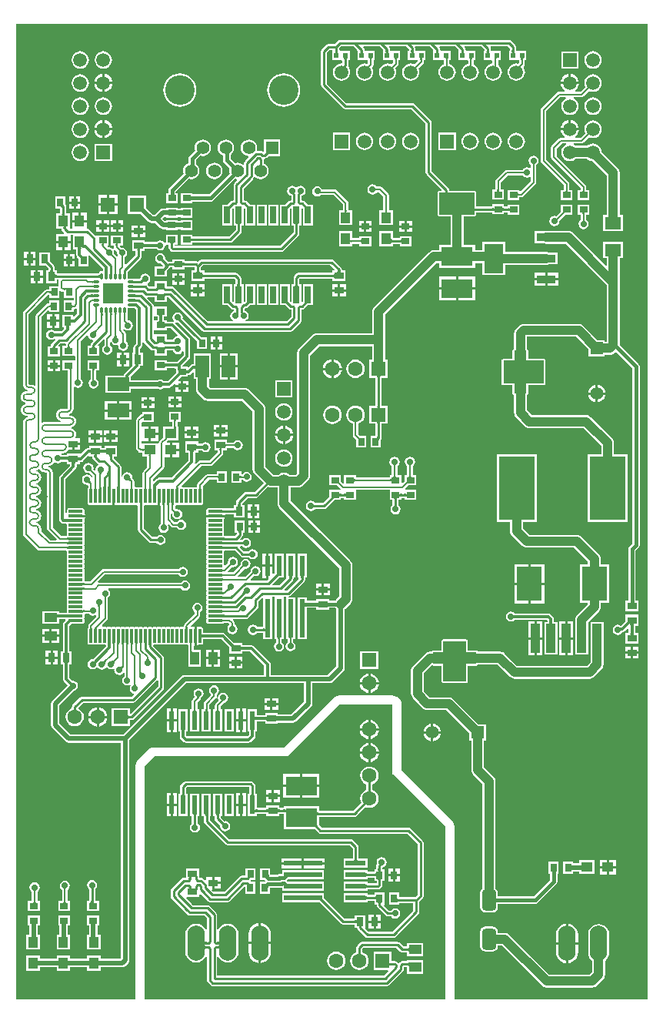
<source format=gtl>
G04*
G04 #@! TF.GenerationSoftware,Altium Limited,Altium Designer,20.0.13 (296)*
G04*
G04 Layer_Physical_Order=1*
G04 Layer_Color=255*
%FSLAX44Y44*%
%MOMM*%
G71*
G01*
G75*
%ADD10C,0.2000*%
%ADD11C,0.2540*%
%ADD12C,0.2500*%
%ADD15C,0.4000*%
%ADD18C,0.3000*%
%ADD23R,0.9000X0.7000*%
G04:AMPARAMS|DCode=24|XSize=2.33mm|YSize=1.55mm|CornerRadius=0.3875mm|HoleSize=0mm|Usage=FLASHONLY|Rotation=270.000|XOffset=0mm|YOffset=0mm|HoleType=Round|Shape=RoundedRectangle|*
%AMROUNDEDRECTD24*
21,1,2.3300,0.7750,0,0,270.0*
21,1,1.5550,1.5500,0,0,270.0*
1,1,0.7750,-0.3875,-0.7775*
1,1,0.7750,-0.3875,0.7775*
1,1,0.7750,0.3875,0.7775*
1,1,0.7750,0.3875,-0.7775*
%
%ADD24ROUNDEDRECTD24*%
G04:AMPARAMS|DCode=25|XSize=0.28mm|YSize=0.69mm|CornerRadius=0.07mm|HoleSize=0mm|Usage=FLASHONLY|Rotation=270.000|XOffset=0mm|YOffset=0mm|HoleType=Round|Shape=RoundedRectangle|*
%AMROUNDEDRECTD25*
21,1,0.2800,0.5500,0,0,270.0*
21,1,0.1400,0.6900,0,0,270.0*
1,1,0.1400,-0.2750,-0.0700*
1,1,0.1400,-0.2750,0.0700*
1,1,0.1400,0.2750,0.0700*
1,1,0.1400,0.2750,-0.0700*
%
%ADD25ROUNDEDRECTD25*%
G04:AMPARAMS|DCode=26|XSize=0.28mm|YSize=0.69mm|CornerRadius=0.07mm|HoleSize=0mm|Usage=FLASHONLY|Rotation=0.000|XOffset=0mm|YOffset=0mm|HoleType=Round|Shape=RoundedRectangle|*
%AMROUNDEDRECTD26*
21,1,0.2800,0.5500,0,0,0.0*
21,1,0.1400,0.6900,0,0,0.0*
1,1,0.1400,0.0700,-0.2750*
1,1,0.1400,-0.0700,-0.2750*
1,1,0.1400,-0.0700,0.2750*
1,1,0.1400,0.0700,0.2750*
%
%ADD26ROUNDEDRECTD26*%
%ADD27R,2.2860X2.2860*%
%ADD28R,1.1000X0.8000*%
G04:AMPARAMS|DCode=29|XSize=1.56mm|YSize=0.28mm|CornerRadius=0.035mm|HoleSize=0mm|Usage=FLASHONLY|Rotation=270.000|XOffset=0mm|YOffset=0mm|HoleType=Round|Shape=RoundedRectangle|*
%AMROUNDEDRECTD29*
21,1,1.5600,0.2100,0,0,270.0*
21,1,1.4900,0.2800,0,0,270.0*
1,1,0.0700,-0.1050,-0.7450*
1,1,0.0700,-0.1050,0.7450*
1,1,0.0700,0.1050,0.7450*
1,1,0.0700,0.1050,-0.7450*
%
%ADD29ROUNDEDRECTD29*%
G04:AMPARAMS|DCode=30|XSize=1.56mm|YSize=0.28mm|CornerRadius=0.035mm|HoleSize=0mm|Usage=FLASHONLY|Rotation=0.000|XOffset=0mm|YOffset=0mm|HoleType=Round|Shape=RoundedRectangle|*
%AMROUNDEDRECTD30*
21,1,1.5600,0.2100,0,0,0.0*
21,1,1.4900,0.2800,0,0,0.0*
1,1,0.0700,0.7450,-0.1050*
1,1,0.0700,-0.7450,-0.1050*
1,1,0.0700,-0.7450,0.1050*
1,1,0.0700,0.7450,0.1050*
%
%ADD30ROUNDEDRECTD30*%
%ADD31R,3.5000X2.1500*%
%ADD32R,1.8000X1.3500*%
%ADD33R,1.1000X1.2500*%
%ADD34R,0.5000X0.6000*%
%ADD35R,0.7000X0.9000*%
%ADD36R,2.2000X0.6000*%
%ADD37R,4.2000X0.6000*%
%ADD38R,1.0000X0.8000*%
%ADD39R,0.8000X1.0000*%
%ADD40R,1.6000X1.6000*%
%ADD41R,2.4000X1.5000*%
%ADD42R,0.6400X1.9050*%
%ADD43R,1.4000X1.1000*%
%ADD44R,0.6000X2.0600*%
%ADD45R,0.6000X2.2000*%
%ADD46R,0.6000X4.2000*%
%ADD47R,1.0500X3.2000*%
%ADD48R,10.4500X8.3000*%
%ADD49R,2.1500X3.2500*%
%ADD50R,2.1500X0.9500*%
%ADD51R,2.7940X3.8100*%
%ADD52R,1.3000X1.1000*%
%ADD53R,1.0000X1.4000*%
%ADD54R,1.1000X1.3000*%
%ADD55R,1.5000X2.4000*%
%ADD56R,1.2500X1.1000*%
%ADD57R,4.0000X7.0000*%
%ADD58R,1.4000X1.0000*%
%ADD108R,2.0000X2.0000*%
%ADD109R,2.0000X2.0000*%
%ADD110C,1.0000*%
%ADD111C,0.5000*%
%ADD112C,0.3810*%
%ADD113O,1.9304X3.8608*%
%ADD114R,1.5000X1.5000*%
%ADD115C,1.5000*%
%ADD116C,1.6000*%
%ADD117R,1.6000X1.6000*%
%ADD118R,1.3980X1.3980*%
%ADD119C,3.2500*%
%ADD120C,1.3980*%
%ADD121C,1.4000*%
%ADD122R,1.4000X1.4000*%
%ADD123R,1.4000X1.4000*%
%ADD124C,0.7000*%
%ADD125C,0.8000*%
G36*
X698931Y3569D02*
X486336D01*
Y194250D01*
X485993Y196861D01*
X484985Y199293D01*
X483382Y201382D01*
X428336Y256428D01*
Y328000D01*
X427993Y330611D01*
X426985Y333043D01*
X425382Y335132D01*
X423293Y336735D01*
X420860Y337743D01*
X418250Y338086D01*
X359750D01*
X359750Y338086D01*
X357140Y337743D01*
X354707Y336735D01*
X352618Y335132D01*
X352618Y335132D01*
X298572Y281086D01*
X156000D01*
X153390Y280743D01*
X150957Y279735D01*
X148868Y278132D01*
X138368Y267632D01*
X136765Y265543D01*
X135757Y263111D01*
X135414Y260500D01*
Y3569D01*
X3569D01*
Y1076432D01*
X698931D01*
X698931Y3569D01*
D02*
G37*
G36*
X418250Y252250D02*
X476250Y194250D01*
Y3569D01*
X145500D01*
Y260500D01*
X156000Y271000D01*
X302750D01*
X359750Y328000D01*
X418250D01*
Y252250D01*
D02*
G37*
%LPC*%
G36*
X546500Y1058814D02*
X360500D01*
X359232Y1058561D01*
X358157Y1057843D01*
X355127Y1054814D01*
X348000D01*
X346732Y1054561D01*
X345657Y1053843D01*
X340407Y1048593D01*
X339689Y1047518D01*
X339436Y1046250D01*
Y1009500D01*
X339689Y1008232D01*
X340407Y1007157D01*
X363657Y983907D01*
X364732Y983189D01*
X366000Y982936D01*
X438877D01*
X454686Y967127D01*
Y913250D01*
X454939Y911982D01*
X455657Y910907D01*
X472351Y894212D01*
X471865Y893039D01*
X470000D01*
X469220Y892884D01*
X468558Y892442D01*
X468116Y891780D01*
X467961Y891000D01*
Y867000D01*
X468116Y866220D01*
X468558Y865558D01*
X469220Y865116D01*
X470000Y864961D01*
X482439D01*
Y833250D01*
X470000D01*
Y827561D01*
X463500D01*
X461673Y827320D01*
X459970Y826615D01*
X458508Y825493D01*
X397908Y764893D01*
X396786Y763430D01*
X396080Y761727D01*
X395840Y759900D01*
Y736310D01*
X334750D01*
X332923Y736070D01*
X331220Y735365D01*
X329758Y734242D01*
X315257Y719742D01*
X314135Y718280D01*
X313430Y716577D01*
X313190Y714750D01*
Y582425D01*
X311525Y580760D01*
X305154D01*
X303541Y581998D01*
X301230Y582956D01*
X298750Y583282D01*
X296270Y582956D01*
X293959Y581998D01*
X292346Y580760D01*
X287225D01*
X278310Y589674D01*
Y653250D01*
X278070Y655077D01*
X277365Y656780D01*
X276242Y658242D01*
X260492Y673992D01*
X259030Y675115D01*
X257327Y675820D01*
X255500Y676060D01*
X217782D01*
X216060Y677782D01*
Y686000D01*
X218500D01*
Y714000D01*
X199500D01*
Y702582D01*
X199416Y702576D01*
X198757D01*
X197392Y702304D01*
X196234Y701531D01*
X193851Y699148D01*
X193000Y699500D01*
Y699500D01*
X187213D01*
X186976Y700679D01*
X194273Y707977D01*
X195047Y709134D01*
X195319Y710500D01*
Y729750D01*
X195047Y731116D01*
X194273Y732273D01*
X179067Y747480D01*
X179315Y747982D01*
X179816Y748527D01*
X181750Y748142D01*
X182102Y748212D01*
X197017Y733297D01*
X197018Y733295D01*
X203000Y727314D01*
Y719000D01*
X214000D01*
Y732000D01*
X207686D01*
X201705Y737981D01*
X201704Y737982D01*
X187122Y752564D01*
X187358Y753750D01*
X186931Y755896D01*
X185715Y757715D01*
X183896Y758931D01*
X181750Y759358D01*
X179604Y758931D01*
X177785Y757715D01*
X176569Y755896D01*
X176142Y753750D01*
X176569Y751604D01*
X177612Y750042D01*
X177164Y749078D01*
X176983Y748873D01*
X176000Y749068D01*
X169818D01*
X169633Y749084D01*
X169500Y749107D01*
Y751000D01*
X166609D01*
X166585Y751147D01*
X166569Y751326D01*
Y754174D01*
X166585Y754353D01*
X166609Y754500D01*
X169500D01*
Y765500D01*
X156500D01*
Y754500D01*
X159391D01*
X159416Y754353D01*
X159432Y754174D01*
Y751326D01*
X159416Y751146D01*
X159391Y751000D01*
X156500D01*
Y740000D01*
X169500D01*
Y741893D01*
X169633Y741915D01*
X169818Y741931D01*
X174522D01*
X181730Y734724D01*
X181311Y733346D01*
X179854Y733056D01*
X178035Y731840D01*
X176819Y730021D01*
X176658Y729209D01*
X172068D01*
X172068Y729209D01*
X169500D01*
Y735000D01*
X156500D01*
Y733699D01*
X155230Y733020D01*
X155104Y733105D01*
Y766873D01*
X154851Y768141D01*
X154133Y769217D01*
X148232Y775118D01*
X148718Y776291D01*
X156500D01*
Y770500D01*
X169500D01*
Y776291D01*
X171523D01*
X209173Y738641D01*
X210248Y737922D01*
X211516Y737670D01*
X305247D01*
X306516Y737922D01*
X307591Y738641D01*
X317363Y748413D01*
X318081Y749488D01*
X318334Y750756D01*
Y762581D01*
X318750D01*
X320018Y762834D01*
X321093Y763552D01*
X324686Y767145D01*
X330400D01*
Y790195D01*
X320000D01*
Y771831D01*
X318873Y770705D01*
X317700Y771191D01*
Y790195D01*
X315814D01*
Y796127D01*
X315873Y796187D01*
X352250D01*
Y793501D01*
X366250D01*
Y805500D01*
X362564D01*
Y806250D01*
X362311Y807518D01*
X361593Y808593D01*
X353343Y816843D01*
X352268Y817561D01*
X351000Y817814D01*
X208250D01*
X206982Y817561D01*
X205907Y816843D01*
X203981Y814918D01*
X203018Y815561D01*
X201750Y815814D01*
X189000D01*
Y817500D01*
X176000D01*
Y815314D01*
X171750D01*
X170849Y815135D01*
X170798Y815182D01*
X167955Y818024D01*
X168108Y818793D01*
X167681Y820939D01*
X166465Y822758D01*
X164646Y823974D01*
X162500Y824401D01*
X160354Y823974D01*
X158535Y822758D01*
X157319Y820939D01*
X156892Y818793D01*
X157319Y816647D01*
X158535Y814828D01*
X160354Y813612D01*
X162500Y813185D01*
X163269Y813338D01*
X165734Y810872D01*
X165795Y810786D01*
X165802Y810771D01*
X165795Y810757D01*
X165734Y810670D01*
X164814Y809750D01*
X156500D01*
Y798750D01*
X169500D01*
Y805064D01*
X172865Y808428D01*
X172865Y808428D01*
X173123Y808686D01*
X176000D01*
Y806500D01*
X189000D01*
Y809186D01*
X200378D01*
X200686Y808877D01*
Y805500D01*
X197000D01*
Y793500D01*
X211000D01*
Y796186D01*
X244128D01*
X245186Y795127D01*
Y790200D01*
X243800D01*
Y771196D01*
X242627Y770710D01*
X241500Y771836D01*
Y790200D01*
X231100D01*
Y767150D01*
X236814D01*
X240407Y763557D01*
X241482Y762839D01*
X242750Y762586D01*
X243789D01*
X243908Y762467D01*
Y760594D01*
X243101Y760434D01*
X241282Y759218D01*
X240066Y757399D01*
X239639Y755253D01*
X240066Y753107D01*
X241282Y751288D01*
X242300Y750608D01*
X241915Y749337D01*
X214977D01*
X177326Y786988D01*
X176251Y787706D01*
X174983Y787959D01*
X169500D01*
Y793750D01*
X156500D01*
Y787959D01*
X150276D01*
X148404Y789830D01*
X148341Y790133D01*
X148388Y790837D01*
X148556Y791343D01*
X149965Y792285D01*
X151181Y794104D01*
X151608Y796250D01*
X151181Y798396D01*
X149965Y800215D01*
X148146Y801431D01*
X146000Y801858D01*
X143854Y801431D01*
X142035Y800215D01*
X140819Y798396D01*
X140466Y796620D01*
X139909Y796064D01*
X133570D01*
X133165Y796076D01*
X133136Y796078D01*
X133099Y796084D01*
X133099Y796084D01*
X132500Y796203D01*
X127998D01*
X126959Y796409D01*
X126753Y797448D01*
Y801950D01*
X126613Y802651D01*
Y804177D01*
X141093Y818657D01*
X141811Y819732D01*
X142064Y821000D01*
Y826500D01*
X145750D01*
Y829393D01*
X145884Y829415D01*
X146068Y829431D01*
X158270D01*
X158535Y829035D01*
X160354Y827819D01*
X162500Y827392D01*
X164646Y827819D01*
X166465Y829035D01*
X167681Y830854D01*
X168061Y832766D01*
X168325Y833142D01*
X169253Y833750D01*
X171936D01*
Y830318D01*
X172189Y829050D01*
X172907Y827975D01*
X174225Y826657D01*
X175300Y825939D01*
X176568Y825686D01*
X295750D01*
X297018Y825939D01*
X298093Y826657D01*
X314843Y843407D01*
X315561Y844482D01*
X315814Y845750D01*
Y854800D01*
X317700D01*
Y873804D01*
X318873Y874290D01*
X320000Y873164D01*
Y854800D01*
X330400D01*
Y877850D01*
X324686D01*
X321093Y881443D01*
X320018Y882161D01*
X318750Y882414D01*
X318334D01*
Y887408D01*
X319146Y887569D01*
X320965Y888785D01*
X322181Y890604D01*
X322608Y892750D01*
X322181Y894896D01*
X320965Y896715D01*
X319146Y897931D01*
X317000Y898358D01*
X314854Y897931D01*
X313351Y896927D01*
X312500Y896797D01*
X311649Y896927D01*
X310146Y897931D01*
X308000Y898358D01*
X305854Y897931D01*
X304035Y896715D01*
X302819Y894896D01*
X302392Y892750D01*
X302819Y890604D01*
X304035Y888785D01*
X305854Y887569D01*
X306666Y887408D01*
Y882414D01*
X306250D01*
X304982Y882161D01*
X303907Y881443D01*
X300314Y877850D01*
X294600D01*
Y854800D01*
X305000D01*
Y873164D01*
X306127Y874290D01*
X307300Y873804D01*
Y854800D01*
X309186D01*
Y847123D01*
X294377Y832314D01*
X178564D01*
Y833750D01*
X181750D01*
Y844750D01*
X168750D01*
Y835785D01*
X167480Y835446D01*
X166465Y836965D01*
X164646Y838181D01*
X162500Y838608D01*
X160354Y838181D01*
X158535Y836965D01*
X158270Y836569D01*
X146068D01*
X145884Y836585D01*
X145750Y836607D01*
Y838500D01*
X131750D01*
Y826500D01*
X135436D01*
Y822373D01*
X124732Y811668D01*
X123559Y812154D01*
Y820179D01*
X124465Y820785D01*
X125681Y822604D01*
X126108Y824750D01*
X125681Y826896D01*
X124465Y828715D01*
X122646Y829931D01*
X120500Y830358D01*
X119431Y830145D01*
X118096Y831480D01*
X118622Y832750D01*
X121500D01*
Y843750D01*
X108500D01*
Y832750D01*
X111441D01*
Y830750D01*
X111441Y830750D01*
X111674Y829579D01*
X112337Y828587D01*
X115105Y825819D01*
X114892Y824750D01*
X115319Y822604D01*
X115926Y821696D01*
X114939Y820887D01*
X111670Y824156D01*
X111883Y825225D01*
X111456Y827371D01*
X110240Y829190D01*
X108421Y830406D01*
X106275Y830833D01*
X105206Y830620D01*
X104249Y831577D01*
X104735Y832750D01*
X105750D01*
Y843750D01*
X92750D01*
Y843750D01*
X91596Y843471D01*
X91480Y843456D01*
X84593Y850343D01*
X83518Y851061D01*
X82250Y851314D01*
X81790D01*
Y858480D01*
X73750D01*
X65710D01*
Y851314D01*
X63250D01*
Y868250D01*
X59064D01*
Y875750D01*
X58811Y877018D01*
X58093Y878093D01*
X58000Y878186D01*
Y886500D01*
X47000D01*
Y873500D01*
X52436D01*
Y868250D01*
X48250D01*
Y851250D01*
X53882D01*
X54121Y850050D01*
X54839Y848975D01*
X56851Y846963D01*
X56365Y845790D01*
X47710D01*
Y838020D01*
X55750D01*
X63790D01*
Y844686D01*
X66250D01*
Y828250D01*
X70143D01*
X70165Y828116D01*
X70181Y827932D01*
Y822250D01*
X70453Y820884D01*
X71227Y819727D01*
X72750Y818203D01*
Y810250D01*
X83750D01*
Y821544D01*
X84923Y822030D01*
X99731Y807222D01*
Y805303D01*
X99000Y804703D01*
X97600D01*
X96546Y804493D01*
X95653Y803897D01*
X95057Y803003D01*
X94959Y802515D01*
X94947Y802514D01*
X48750D01*
Y805500D01*
X46064D01*
Y809250D01*
X45811Y810518D01*
X45093Y811593D01*
X41000Y815686D01*
Y825000D01*
X29000D01*
Y811000D01*
X36314D01*
X39436Y807878D01*
Y805500D01*
X36750D01*
Y791500D01*
X48750D01*
Y795886D01*
X50324D01*
X51002Y794616D01*
X50924Y794499D01*
X50691Y793328D01*
X50691Y793328D01*
Y788000D01*
X40500D01*
Y784559D01*
X38000D01*
X38000Y784559D01*
X36830Y784326D01*
X35837Y783663D01*
X35837Y783663D01*
X12587Y760413D01*
X11924Y759420D01*
X11691Y758250D01*
X11691Y758250D01*
Y734750D01*
Y680310D01*
X11698Y680275D01*
X11918Y678603D01*
X12577Y677012D01*
X13626Y675646D01*
X14992Y674597D01*
X16583Y673938D01*
X16296Y672749D01*
X15540D01*
X15505Y672742D01*
X13833Y672522D01*
X12242Y671863D01*
X10876Y670815D01*
X9827Y669448D01*
X9168Y667857D01*
X8944Y666150D01*
X9168Y664443D01*
X9827Y662852D01*
X10876Y661486D01*
X12242Y660437D01*
X13833Y659778D01*
X14348Y659711D01*
Y658430D01*
X13833Y658362D01*
X12242Y657703D01*
X10876Y656655D01*
X9827Y655288D01*
X9168Y653697D01*
X8944Y651990D01*
X9168Y650283D01*
X9827Y648692D01*
X10876Y647326D01*
X12242Y646277D01*
X13833Y645618D01*
X15505Y645398D01*
X15540Y645391D01*
X16296D01*
X16583Y644202D01*
X14992Y643543D01*
X13626Y642495D01*
X12577Y641128D01*
X11918Y639537D01*
X11698Y637865D01*
X11691Y637830D01*
Y629750D01*
Y515500D01*
X11691Y515500D01*
X11924Y514329D01*
X12587Y513337D01*
X27587Y498337D01*
X27587Y498337D01*
X28580Y497674D01*
X29750Y497441D01*
X29750Y497441D01*
X58873D01*
X59604Y496550D01*
Y494450D01*
X59786Y493533D01*
X60142Y493000D01*
X59786Y492467D01*
X59604Y491550D01*
Y489450D01*
X59786Y488533D01*
X60143Y488000D01*
X59786Y487467D01*
X59604Y486550D01*
Y484450D01*
X59786Y483533D01*
X60142Y483000D01*
X59786Y482467D01*
X59604Y481550D01*
Y479450D01*
X59786Y478533D01*
X60142Y478000D01*
X59786Y477467D01*
X59604Y476550D01*
Y474450D01*
X59786Y473533D01*
X60143Y473000D01*
X59786Y472467D01*
X59604Y471550D01*
Y469450D01*
X59786Y468533D01*
X60142Y468000D01*
X59786Y467467D01*
X59604Y466550D01*
Y464450D01*
X59786Y463533D01*
X60143Y463000D01*
X59786Y462467D01*
X59604Y461550D01*
Y459450D01*
X59786Y458533D01*
X60142Y458000D01*
X59786Y457467D01*
X59604Y456550D01*
Y454450D01*
X59786Y453533D01*
X60142Y453000D01*
X59786Y452467D01*
X59604Y451550D01*
Y449450D01*
X59786Y448533D01*
X60143Y448000D01*
X59786Y447467D01*
X59604Y446550D01*
Y444450D01*
X59786Y443533D01*
X60142Y443000D01*
X59786Y442467D01*
X59604Y441550D01*
Y439450D01*
X59786Y438533D01*
X60143Y438000D01*
X59786Y437467D01*
X59604Y436550D01*
Y434450D01*
X59786Y433533D01*
X60142Y433000D01*
X59786Y432467D01*
X59604Y431550D01*
Y429450D01*
X59291Y429068D01*
X51000D01*
Y430750D01*
X33000D01*
Y416750D01*
X51000D01*
Y421931D01*
X57975D01*
X58461Y420758D01*
X56476Y418773D01*
X55703Y417616D01*
X55431Y416250D01*
Y386500D01*
X53000D01*
Y372500D01*
X55393D01*
X55415Y372366D01*
X55431Y372182D01*
Y356250D01*
X55703Y354885D01*
X56476Y353727D01*
X60732Y349471D01*
X43634Y332373D01*
X42640Y330885D01*
X42291Y329129D01*
Y305621D01*
X42640Y303866D01*
X43634Y302377D01*
X58506Y287506D01*
X59994Y286511D01*
X61750Y286162D01*
X119412D01*
Y48580D01*
X119171Y48338D01*
X96750D01*
Y52000D01*
X81750D01*
Y48338D01*
X63500D01*
Y52000D01*
X48500D01*
Y48338D01*
X30250D01*
Y52000D01*
X15250D01*
Y35500D01*
X30250D01*
Y39162D01*
X48500D01*
Y35500D01*
X63500D01*
Y39162D01*
X81750D01*
Y35500D01*
X96750D01*
Y39162D01*
X121071D01*
X122827Y39511D01*
X124315Y40506D01*
X127244Y43435D01*
X128239Y44923D01*
X128588Y46679D01*
Y288599D01*
X191401Y351412D01*
X320871D01*
Y331110D01*
X307099Y317338D01*
X292000D01*
Y318750D01*
X278000D01*
Y316357D01*
X277866Y316335D01*
X277682Y316319D01*
X269268D01*
X269084Y316335D01*
X268950Y316357D01*
Y322950D01*
X258950D01*
Y300424D01*
X258941Y300380D01*
X258950Y300337D01*
Y298350D01*
X260343D01*
X260366Y298208D01*
X260381Y298032D01*
Y294928D01*
X258522Y293069D01*
X192228D01*
X191319Y293978D01*
Y298032D01*
X191334Y298208D01*
X191357Y298350D01*
X192750D01*
Y300337D01*
X192759Y300380D01*
X192750Y300424D01*
Y322950D01*
X182750D01*
Y300424D01*
X182741Y300380D01*
X182750Y300337D01*
Y298350D01*
X184143D01*
X184166Y298208D01*
X184181Y298032D01*
Y292500D01*
X184453Y291134D01*
X185227Y289977D01*
X188227Y286977D01*
X189384Y286203D01*
X190750Y285931D01*
X260000D01*
X261366Y286203D01*
X262523Y286977D01*
X266473Y290927D01*
X267247Y292084D01*
X267519Y293450D01*
Y298032D01*
X267534Y298208D01*
X267557Y298350D01*
X268950D01*
Y300337D01*
X268959Y300380D01*
X268950Y300424D01*
Y309143D01*
X269084Y309165D01*
X269268Y309181D01*
X277682D01*
X277866Y309165D01*
X278000Y309143D01*
Y306750D01*
X292000D01*
Y308162D01*
X309000D01*
X310756Y308511D01*
X312244Y309506D01*
X328704Y325965D01*
X329698Y327454D01*
X330048Y329210D01*
Y351412D01*
X349000D01*
X350756Y351761D01*
X352244Y352756D01*
X364387Y364898D01*
X365381Y366386D01*
X365731Y368142D01*
Y433197D01*
X366135Y433507D01*
X371993Y439365D01*
X373115Y440827D01*
X373820Y442530D01*
X374061Y444358D01*
Y481000D01*
X373820Y482827D01*
X373115Y484530D01*
X371993Y485992D01*
X305810Y552174D01*
Y566640D01*
X314450D01*
X316277Y566880D01*
X317980Y567585D01*
X319442Y568708D01*
X325242Y574507D01*
X326364Y575970D01*
X327070Y577673D01*
X327310Y579500D01*
Y711825D01*
X337674Y722190D01*
X395840D01*
Y707250D01*
X392900D01*
Y687250D01*
X399586D01*
Y656750D01*
X392900D01*
Y636750D01*
X399586D01*
Y623500D01*
X394250D01*
Y610500D01*
X405250D01*
Y618817D01*
X405961Y619882D01*
X406214Y621150D01*
Y636750D01*
X412900D01*
Y656750D01*
X406214D01*
Y687250D01*
X412900D01*
Y707250D01*
X409960D01*
Y729250D01*
Y756975D01*
X466425Y813440D01*
X470000D01*
Y807750D01*
X509000D01*
Y813440D01*
X516750D01*
Y800500D01*
X542250D01*
Y811689D01*
X587500D01*
X589327Y811930D01*
X589496Y812000D01*
X600250D01*
Y825500D01*
X589496D01*
X589327Y825570D01*
X587500Y825810D01*
X542250D01*
Y837000D01*
X516750D01*
Y827561D01*
X509000D01*
Y833250D01*
X496560D01*
Y864961D01*
X508250D01*
X509030Y865116D01*
X509692Y865558D01*
X510134Y866220D01*
X510289Y867000D01*
Y869186D01*
X528000D01*
Y867250D01*
X541000D01*
Y869186D01*
X545000D01*
Y867000D01*
X558000D01*
Y878000D01*
X545000D01*
Y875814D01*
X541000D01*
Y878250D01*
X528000D01*
Y875814D01*
X510289D01*
Y891000D01*
X510134Y891780D01*
X509692Y892442D01*
X509030Y892884D01*
X508250Y893039D01*
X480814D01*
Y893750D01*
X480561Y895018D01*
X479843Y896093D01*
X461314Y914622D01*
Y968500D01*
X461061Y969768D01*
X460343Y970843D01*
X442593Y988593D01*
X441518Y989311D01*
X440250Y989564D01*
X367373D01*
X346064Y1010873D01*
Y1044877D01*
X349372Y1048186D01*
X351797D01*
X352000Y1047000D01*
X352000D01*
Y1045013D01*
X351991Y1044969D01*
X352000Y1044926D01*
Y1037000D01*
X360730D01*
X361000Y1037000D01*
X362000D01*
X363186Y1036146D01*
Y1034015D01*
X362231Y1033178D01*
X362200Y1033182D01*
X359720Y1032856D01*
X357409Y1031898D01*
X355425Y1030376D01*
X353902Y1028391D01*
X352945Y1026080D01*
X352618Y1023600D01*
X352945Y1021120D01*
X353902Y1018809D01*
X355425Y1016825D01*
X357409Y1015302D01*
X359720Y1014345D01*
X362200Y1014018D01*
X364680Y1014345D01*
X366991Y1015302D01*
X368975Y1016825D01*
X370498Y1018809D01*
X371455Y1021120D01*
X371782Y1023600D01*
X371455Y1026080D01*
X370498Y1028391D01*
X369418Y1029799D01*
X369561Y1030014D01*
X369813Y1031282D01*
Y1037000D01*
X371000D01*
Y1038987D01*
X371008Y1039031D01*
X371000Y1039074D01*
Y1047000D01*
X362270D01*
X362000Y1047000D01*
X361000D01*
X359813Y1047854D01*
Y1050127D01*
X361873Y1052186D01*
X375378D01*
X379389Y1048175D01*
X379750Y1047000D01*
X379750D01*
X379750Y1047000D01*
Y1045013D01*
X379741Y1044969D01*
X379750Y1044926D01*
Y1037000D01*
X388480D01*
X388750Y1037000D01*
X389750D01*
X389921Y1037000D01*
X391191Y1036761D01*
Y1033770D01*
X390148Y1032911D01*
X390004Y1032866D01*
X387600Y1033182D01*
X385120Y1032856D01*
X382809Y1031898D01*
X380825Y1030376D01*
X379302Y1028391D01*
X378345Y1026080D01*
X378018Y1023600D01*
X378345Y1021120D01*
X379302Y1018809D01*
X380825Y1016825D01*
X382809Y1015302D01*
X385120Y1014345D01*
X387600Y1014018D01*
X390080Y1014345D01*
X392391Y1015302D01*
X394375Y1016825D01*
X395898Y1018809D01*
X396856Y1021120D01*
X397182Y1023600D01*
X396856Y1026080D01*
X395898Y1028391D01*
X395618Y1028757D01*
X396413Y1029637D01*
X397076Y1030629D01*
X397309Y1031800D01*
X397309Y1031800D01*
Y1037000D01*
X398750D01*
Y1047000D01*
X390020D01*
X389750Y1047000D01*
X388750D01*
X387564Y1047854D01*
Y1048000D01*
X387311Y1049268D01*
X386593Y1050343D01*
X385923Y1051013D01*
X386409Y1052186D01*
X403877D01*
X407794Y1048270D01*
X407500Y1047000D01*
X407500D01*
Y1045013D01*
X407491Y1044969D01*
X407500Y1044926D01*
Y1037000D01*
X416230D01*
X416500Y1037000D01*
X417500D01*
X417671Y1037000D01*
X418941Y1036761D01*
Y1033867D01*
X417212Y1032138D01*
X415480Y1032856D01*
X413000Y1033182D01*
X410520Y1032856D01*
X408209Y1031898D01*
X406225Y1030376D01*
X404702Y1028391D01*
X403745Y1026080D01*
X403418Y1023600D01*
X403745Y1021120D01*
X404702Y1018809D01*
X406225Y1016825D01*
X408209Y1015302D01*
X410520Y1014345D01*
X413000Y1014018D01*
X415480Y1014345D01*
X417791Y1015302D01*
X419776Y1016825D01*
X421298Y1018809D01*
X422256Y1021120D01*
X422582Y1023600D01*
X422256Y1026080D01*
X421538Y1027812D01*
X424163Y1030437D01*
X424163Y1030437D01*
X424826Y1031429D01*
X425059Y1032600D01*
Y1037000D01*
X426500D01*
Y1047000D01*
X417770D01*
X417500Y1047000D01*
X416500D01*
X415313Y1047854D01*
Y1048750D01*
X415061Y1050018D01*
X414461Y1050916D01*
X414819Y1052186D01*
X433128D01*
X436437Y1048877D01*
Y1047000D01*
X435250D01*
Y1045013D01*
X435242Y1044969D01*
X435250Y1044926D01*
Y1037000D01*
X443980D01*
X444250Y1037000D01*
X445250D01*
X445678Y1037000D01*
X446204Y1035730D01*
X442612Y1032138D01*
X440880Y1032856D01*
X438400Y1033182D01*
X435920Y1032856D01*
X433609Y1031898D01*
X431625Y1030376D01*
X430102Y1028391D01*
X429145Y1026080D01*
X428818Y1023600D01*
X429145Y1021120D01*
X430102Y1018809D01*
X431625Y1016825D01*
X433609Y1015302D01*
X435920Y1014345D01*
X438400Y1014018D01*
X440880Y1014345D01*
X443191Y1015302D01*
X445176Y1016825D01*
X446698Y1018809D01*
X447655Y1021120D01*
X447982Y1023600D01*
X447655Y1026080D01*
X446938Y1027812D01*
X451913Y1032787D01*
X451913Y1032787D01*
X452576Y1033780D01*
X452809Y1034950D01*
Y1037000D01*
X454250D01*
Y1047000D01*
X445520D01*
X445250Y1047000D01*
X444250D01*
X443064Y1047854D01*
Y1050250D01*
X442931Y1050916D01*
X443776Y1052186D01*
X459128D01*
X463044Y1048270D01*
X463000Y1047000D01*
X463000D01*
Y1045013D01*
X462992Y1044969D01*
X463000Y1044926D01*
Y1037000D01*
X471730D01*
X472000Y1037000D01*
X473000D01*
X473270Y1037000D01*
X474891D01*
Y1032430D01*
X473609Y1031898D01*
X471624Y1030376D01*
X470102Y1028391D01*
X469144Y1026080D01*
X468818Y1023600D01*
X469144Y1021120D01*
X470102Y1018809D01*
X471624Y1016825D01*
X473609Y1015302D01*
X475920Y1014345D01*
X478400Y1014018D01*
X480880Y1014345D01*
X483191Y1015302D01*
X485175Y1016825D01*
X486698Y1018809D01*
X487655Y1021120D01*
X487982Y1023600D01*
X487655Y1026080D01*
X486698Y1028391D01*
X485175Y1030376D01*
X483191Y1031898D01*
X481009Y1032802D01*
Y1037000D01*
X482000D01*
Y1047000D01*
X473270D01*
X473000Y1047000D01*
X472000D01*
X470814Y1047854D01*
Y1048500D01*
X470562Y1049768D01*
X469843Y1050843D01*
X469673Y1051013D01*
X470159Y1052186D01*
X486878D01*
X490794Y1048270D01*
X490750Y1047000D01*
X490750D01*
Y1045013D01*
X490741Y1044969D01*
X490750Y1044926D01*
Y1037000D01*
X499480D01*
X499750Y1037000D01*
X500750D01*
X501466Y1035915D01*
Y1032875D01*
X501320Y1032856D01*
X499009Y1031898D01*
X497024Y1030376D01*
X495502Y1028391D01*
X494544Y1026080D01*
X494218Y1023600D01*
X494544Y1021120D01*
X495502Y1018809D01*
X497024Y1016825D01*
X499009Y1015302D01*
X501320Y1014345D01*
X503800Y1014018D01*
X506280Y1014345D01*
X508591Y1015302D01*
X510575Y1016825D01*
X512098Y1018809D01*
X513055Y1021120D01*
X513382Y1023600D01*
X513055Y1026080D01*
X512098Y1028391D01*
X510575Y1030376D01*
X508591Y1031898D01*
X507584Y1032316D01*
Y1037000D01*
X509750D01*
Y1047000D01*
X501020D01*
X500750Y1047000D01*
X499750D01*
X498563Y1047854D01*
Y1048500D01*
X498311Y1049768D01*
X497593Y1050843D01*
X497423Y1051013D01*
X497909Y1052186D01*
X516003D01*
X519686Y1048503D01*
Y1047000D01*
X518500D01*
Y1045013D01*
X518491Y1044969D01*
X518500Y1044926D01*
Y1037000D01*
X527171D01*
X527500Y1037000D01*
X528441Y1036206D01*
Y1033082D01*
X526720Y1032856D01*
X524409Y1031898D01*
X522424Y1030376D01*
X520902Y1028391D01*
X519944Y1026080D01*
X519618Y1023600D01*
X519944Y1021120D01*
X520902Y1018809D01*
X522424Y1016825D01*
X524409Y1015302D01*
X526720Y1014345D01*
X529200Y1014018D01*
X531680Y1014345D01*
X533991Y1015302D01*
X535975Y1016825D01*
X537498Y1018809D01*
X538455Y1021120D01*
X538782Y1023600D01*
X538455Y1026080D01*
X537498Y1028391D01*
X535975Y1030376D01*
X534558Y1031463D01*
Y1037000D01*
X537500D01*
Y1047000D01*
X528770D01*
X528500Y1047000D01*
X527500D01*
X526313Y1047854D01*
Y1049875D01*
X526106Y1050916D01*
X526775Y1052186D01*
X545127D01*
X547436Y1049878D01*
Y1047000D01*
X546250D01*
Y1045013D01*
X546241Y1044969D01*
X546250Y1044926D01*
Y1037000D01*
X554980D01*
X555250Y1037000D01*
X556250D01*
X556421Y1037000D01*
X557691Y1036761D01*
Y1033818D01*
X556694Y1032906D01*
X554600Y1033182D01*
X552120Y1032856D01*
X549809Y1031898D01*
X547824Y1030376D01*
X546302Y1028391D01*
X545344Y1026080D01*
X545018Y1023600D01*
X545344Y1021120D01*
X546302Y1018809D01*
X547824Y1016825D01*
X549809Y1015302D01*
X552120Y1014345D01*
X554600Y1014018D01*
X557080Y1014345D01*
X559391Y1015302D01*
X561375Y1016825D01*
X562898Y1018809D01*
X563855Y1021120D01*
X564182Y1023600D01*
X563855Y1026080D01*
X562898Y1028391D01*
X562356Y1029097D01*
X562913Y1030137D01*
X563576Y1031129D01*
X563808Y1032299D01*
Y1037000D01*
X565250D01*
Y1047000D01*
X556520D01*
X556250Y1047000D01*
X555250D01*
X554063Y1047854D01*
Y1051250D01*
X553811Y1052518D01*
X553093Y1053593D01*
X548843Y1057843D01*
X547768Y1058561D01*
X547558Y1058603D01*
X546500Y1058814D01*
D02*
G37*
G36*
X623000Y1046500D02*
X604000D01*
Y1027500D01*
X623000D01*
Y1046500D01*
D02*
G37*
G36*
X638900Y1046582D02*
X636420Y1046255D01*
X634109Y1045298D01*
X632124Y1043775D01*
X630602Y1041791D01*
X629645Y1039480D01*
X629318Y1037000D01*
X629645Y1034520D01*
X630602Y1032209D01*
X632124Y1030225D01*
X634109Y1028702D01*
X636420Y1027745D01*
X638900Y1027418D01*
X641380Y1027745D01*
X643691Y1028702D01*
X645675Y1030225D01*
X647198Y1032209D01*
X648155Y1034520D01*
X648482Y1037000D01*
X648155Y1039480D01*
X647198Y1041791D01*
X645675Y1043775D01*
X643691Y1045298D01*
X641380Y1046255D01*
X638900Y1046582D01*
D02*
G37*
G36*
X100000D02*
X97520Y1046255D01*
X95209Y1045298D01*
X93225Y1043775D01*
X91702Y1041791D01*
X90744Y1039480D01*
X90418Y1037000D01*
X90744Y1034520D01*
X91702Y1032209D01*
X93225Y1030225D01*
X95209Y1028702D01*
X97520Y1027745D01*
X100000Y1027418D01*
X102480Y1027745D01*
X104791Y1028702D01*
X106776Y1030225D01*
X108298Y1032209D01*
X109256Y1034520D01*
X109582Y1037000D01*
X109256Y1039480D01*
X108298Y1041791D01*
X106776Y1043775D01*
X104791Y1045298D01*
X102480Y1046255D01*
X100000Y1046582D01*
D02*
G37*
G36*
X74600D02*
X72120Y1046255D01*
X69809Y1045298D01*
X67825Y1043775D01*
X66302Y1041791D01*
X65345Y1039480D01*
X65018Y1037000D01*
X65345Y1034520D01*
X66302Y1032209D01*
X67825Y1030225D01*
X69809Y1028702D01*
X72120Y1027745D01*
X74600Y1027418D01*
X77080Y1027745D01*
X79391Y1028702D01*
X81376Y1030225D01*
X82898Y1032209D01*
X83855Y1034520D01*
X84182Y1037000D01*
X83855Y1039480D01*
X82898Y1041791D01*
X81376Y1043775D01*
X79391Y1045298D01*
X77080Y1046255D01*
X74600Y1046582D01*
D02*
G37*
G36*
X614770Y1021559D02*
Y1012870D01*
X623459D01*
X623282Y1014221D01*
X622270Y1016663D01*
X620661Y1018761D01*
X618563Y1020370D01*
X616121Y1021382D01*
X614770Y1021559D01*
D02*
G37*
G36*
X612230D02*
X610879Y1021382D01*
X608437Y1020370D01*
X606339Y1018761D01*
X604730Y1016663D01*
X603718Y1014221D01*
X603540Y1012870D01*
X612230D01*
Y1021559D01*
D02*
G37*
G36*
X101270D02*
Y1012870D01*
X109959D01*
X109782Y1014221D01*
X108770Y1016663D01*
X107161Y1018761D01*
X105063Y1020370D01*
X102621Y1021382D01*
X101270Y1021559D01*
D02*
G37*
G36*
X98730Y1021560D02*
X97379Y1021382D01*
X94937Y1020370D01*
X92839Y1018761D01*
X91230Y1016663D01*
X90218Y1014221D01*
X90041Y1012870D01*
X98730D01*
Y1021560D01*
D02*
G37*
G36*
X638900Y1021182D02*
X636420Y1020855D01*
X634109Y1019898D01*
X632124Y1018375D01*
X630602Y1016391D01*
X629645Y1014080D01*
X629318Y1011600D01*
X629645Y1009120D01*
X630362Y1007388D01*
X625033Y1002059D01*
X619644D01*
X619213Y1003329D01*
X620661Y1004439D01*
X622270Y1006537D01*
X623282Y1008979D01*
X623459Y1010330D01*
X613500D01*
Y1011600D01*
D01*
Y1010330D01*
X603540D01*
X603718Y1008979D01*
X604730Y1006537D01*
X606339Y1004439D01*
X607787Y1003329D01*
X607356Y1002059D01*
X601750D01*
X601750Y1002059D01*
X600579Y1001826D01*
X599587Y1001163D01*
X599587Y1001163D01*
X582337Y983913D01*
X581674Y982921D01*
X581441Y981750D01*
X581441Y981750D01*
Y926250D01*
X581441Y926250D01*
X581674Y925079D01*
X582337Y924087D01*
X606941Y899483D01*
Y894000D01*
X603500D01*
Y883000D01*
X616500D01*
Y894000D01*
X613059D01*
Y900750D01*
X612826Y901920D01*
X612163Y902913D01*
X612163Y902913D01*
X587559Y927517D01*
Y980483D01*
X603017Y995941D01*
X608874D01*
X609127Y994671D01*
X608709Y994498D01*
X606725Y992975D01*
X605202Y990991D01*
X604244Y988680D01*
X603918Y986200D01*
X604244Y983720D01*
X605202Y981409D01*
X606725Y979425D01*
X608709Y977902D01*
X611020Y976945D01*
X613500Y976618D01*
X615980Y976945D01*
X618291Y977902D01*
X620275Y979425D01*
X621798Y981409D01*
X622755Y983720D01*
X623082Y986200D01*
X622755Y988680D01*
X621798Y990991D01*
X620275Y992975D01*
X618291Y994498D01*
X617873Y994671D01*
X618126Y995941D01*
X626300D01*
X626300Y995941D01*
X627470Y996174D01*
X628463Y996837D01*
X634688Y1003062D01*
X636420Y1002345D01*
X638900Y1002018D01*
X641380Y1002345D01*
X643691Y1003302D01*
X645675Y1004825D01*
X647198Y1006809D01*
X648155Y1009120D01*
X648482Y1011600D01*
X648155Y1014080D01*
X647198Y1016391D01*
X645675Y1018375D01*
X643691Y1019898D01*
X641380Y1020855D01*
X638900Y1021182D01*
D02*
G37*
G36*
X74600D02*
X72120Y1020855D01*
X69809Y1019898D01*
X67825Y1018375D01*
X66302Y1016391D01*
X65345Y1014080D01*
X65018Y1011600D01*
X65345Y1009120D01*
X66302Y1006809D01*
X67825Y1004825D01*
X69809Y1003302D01*
X72120Y1002345D01*
X74600Y1002018D01*
X77080Y1002345D01*
X79391Y1003302D01*
X81376Y1004825D01*
X82898Y1006809D01*
X83855Y1009120D01*
X84182Y1011600D01*
X83855Y1014080D01*
X82898Y1016391D01*
X81376Y1018375D01*
X79391Y1019898D01*
X77080Y1020855D01*
X74600Y1021182D01*
D02*
G37*
G36*
X109959Y1010330D02*
X101270D01*
Y1001641D01*
X102621Y1001818D01*
X105063Y1002830D01*
X107161Y1004439D01*
X108770Y1006537D01*
X109782Y1008979D01*
X109959Y1010330D01*
D02*
G37*
G36*
X98730D02*
X90041D01*
X90218Y1008979D01*
X91230Y1006537D01*
X92839Y1004439D01*
X94937Y1002830D01*
X97379Y1001818D01*
X98730Y1001641D01*
Y1010330D01*
D02*
G37*
G36*
X298400Y1022088D02*
X294822Y1021736D01*
X291382Y1020692D01*
X288212Y1018998D01*
X285433Y1016717D01*
X283152Y1013938D01*
X281458Y1010768D01*
X280414Y1007328D01*
X280062Y1003750D01*
X280414Y1000172D01*
X281458Y996732D01*
X283152Y993562D01*
X285433Y990783D01*
X288212Y988502D01*
X291382Y986808D01*
X294822Y985764D01*
X298400Y985412D01*
X301978Y985764D01*
X305418Y986808D01*
X308588Y988502D01*
X311367Y990783D01*
X313648Y993562D01*
X315342Y996732D01*
X316386Y1000172D01*
X316738Y1003750D01*
X316386Y1007328D01*
X315342Y1010768D01*
X313648Y1013938D01*
X311367Y1016717D01*
X308588Y1018998D01*
X305418Y1020692D01*
X301978Y1021736D01*
X298400Y1022088D01*
D02*
G37*
G36*
X184100D02*
X180522Y1021736D01*
X177082Y1020692D01*
X173912Y1018998D01*
X171133Y1016717D01*
X168852Y1013938D01*
X167158Y1010768D01*
X166114Y1007328D01*
X165762Y1003750D01*
X166114Y1000172D01*
X167158Y996732D01*
X168852Y993562D01*
X171133Y990783D01*
X173912Y988502D01*
X177082Y986808D01*
X180522Y985764D01*
X184100Y985412D01*
X187678Y985764D01*
X191118Y986808D01*
X194288Y988502D01*
X197067Y990783D01*
X199348Y993562D01*
X201042Y996732D01*
X202086Y1000172D01*
X202438Y1003750D01*
X202086Y1007328D01*
X201042Y1010768D01*
X199348Y1013938D01*
X197067Y1016717D01*
X194288Y1018998D01*
X191118Y1020692D01*
X187678Y1021736D01*
X184100Y1022088D01*
D02*
G37*
G36*
X638900Y995782D02*
X636420Y995455D01*
X634109Y994498D01*
X632124Y992975D01*
X630602Y990991D01*
X629645Y988680D01*
X629318Y986200D01*
X629645Y983720D01*
X630602Y981409D01*
X632124Y979425D01*
X634109Y977902D01*
X636420Y976945D01*
X638900Y976618D01*
X641380Y976945D01*
X643691Y977902D01*
X645675Y979425D01*
X647198Y981409D01*
X648155Y983720D01*
X648482Y986200D01*
X648155Y988680D01*
X647198Y990991D01*
X645675Y992975D01*
X643691Y994498D01*
X641380Y995455D01*
X638900Y995782D01*
D02*
G37*
G36*
X100000D02*
X97520Y995455D01*
X95209Y994498D01*
X93225Y992975D01*
X91702Y990991D01*
X90744Y988680D01*
X90418Y986200D01*
X90744Y983720D01*
X91702Y981409D01*
X93225Y979425D01*
X95209Y977902D01*
X97520Y976945D01*
X100000Y976618D01*
X102480Y976945D01*
X104791Y977902D01*
X106776Y979425D01*
X108298Y981409D01*
X109256Y983720D01*
X109582Y986200D01*
X109256Y988680D01*
X108298Y990991D01*
X106776Y992975D01*
X104791Y994498D01*
X102480Y995455D01*
X100000Y995782D01*
D02*
G37*
G36*
X74600D02*
X72120Y995455D01*
X69809Y994498D01*
X67825Y992975D01*
X66302Y990991D01*
X65345Y988680D01*
X65018Y986200D01*
X65345Y983720D01*
X66302Y981409D01*
X67825Y979425D01*
X69809Y977902D01*
X72120Y976945D01*
X74600Y976618D01*
X77080Y976945D01*
X79391Y977902D01*
X81376Y979425D01*
X82898Y981409D01*
X83855Y983720D01*
X84182Y986200D01*
X83855Y988680D01*
X82898Y990991D01*
X81376Y992975D01*
X79391Y994498D01*
X77080Y995455D01*
X74600Y995782D01*
D02*
G37*
G36*
X614770Y970759D02*
Y962070D01*
X623459D01*
X623282Y963421D01*
X622270Y965863D01*
X620661Y967961D01*
X618563Y969570D01*
X616121Y970582D01*
X614770Y970759D01*
D02*
G37*
G36*
X612230D02*
X610879Y970582D01*
X608437Y969570D01*
X606339Y967961D01*
X604730Y965863D01*
X603718Y963421D01*
X603540Y962070D01*
X612230D01*
Y970759D01*
D02*
G37*
G36*
X101270D02*
Y962070D01*
X109959D01*
X109782Y963421D01*
X108770Y965863D01*
X107161Y967961D01*
X105063Y969570D01*
X102621Y970582D01*
X101270Y970759D01*
D02*
G37*
G36*
X98730Y970760D02*
X97379Y970582D01*
X94937Y969570D01*
X92839Y967961D01*
X91230Y965863D01*
X90218Y963421D01*
X90041Y962070D01*
X98730D01*
Y970760D01*
D02*
G37*
G36*
X638900Y970382D02*
X636420Y970055D01*
X634109Y969098D01*
X632124Y967576D01*
X630602Y965591D01*
X629645Y963280D01*
X629318Y960800D01*
X629645Y958320D01*
X630362Y956588D01*
X625083Y951309D01*
X619709D01*
X619278Y952579D01*
X620661Y953639D01*
X622270Y955737D01*
X623282Y958179D01*
X623459Y959530D01*
X613500D01*
X603540D01*
X603718Y958179D01*
X604730Y955737D01*
X606339Y953639D01*
X607721Y952579D01*
X607290Y951309D01*
X603500D01*
X603500Y951309D01*
X602329Y951076D01*
X601337Y950413D01*
X593587Y942663D01*
X592924Y941671D01*
X592691Y940500D01*
X592691Y940500D01*
Y930000D01*
X592691Y930000D01*
X592924Y928829D01*
X593587Y927837D01*
X625513Y895911D01*
Y894000D01*
X622072D01*
Y883000D01*
X635072D01*
Y894000D01*
X631631D01*
Y897178D01*
X631631Y897178D01*
X631398Y898349D01*
X630735Y899341D01*
X598809Y931267D01*
Y939233D01*
X604767Y945191D01*
X608995D01*
X609247Y943921D01*
X608709Y943698D01*
X606725Y942176D01*
X605202Y940191D01*
X604244Y937880D01*
X603918Y935400D01*
X604244Y932920D01*
X605202Y930609D01*
X606725Y928625D01*
X608709Y927102D01*
X611020Y926145D01*
X613500Y925818D01*
X615980Y926145D01*
X618291Y927102D01*
X619904Y928340D01*
X632496D01*
X634109Y927102D01*
X636420Y926145D01*
X638436Y925879D01*
X654190Y910125D01*
Y866250D01*
X650250D01*
Y848750D01*
X672250D01*
Y866250D01*
X668310D01*
Y913050D01*
X668070Y914877D01*
X667365Y916580D01*
X666243Y918042D01*
X648421Y935864D01*
X648155Y937880D01*
X647198Y940191D01*
X645675Y942176D01*
X643691Y943698D01*
X641380Y944656D01*
X638900Y944982D01*
X636420Y944656D01*
X634109Y943698D01*
X632496Y942460D01*
X619904D01*
X618291Y943698D01*
X617752Y943921D01*
X618005Y945191D01*
X626350D01*
X626350Y945191D01*
X627520Y945424D01*
X628513Y946087D01*
X634688Y952262D01*
X636420Y951545D01*
X638900Y951218D01*
X641380Y951545D01*
X643691Y952502D01*
X645675Y954025D01*
X647198Y956009D01*
X648155Y958320D01*
X648482Y960800D01*
X648155Y963280D01*
X647198Y965591D01*
X645675Y967576D01*
X643691Y969098D01*
X641380Y970055D01*
X638900Y970382D01*
D02*
G37*
G36*
X74600D02*
X72120Y970055D01*
X69809Y969098D01*
X67825Y967576D01*
X66302Y965591D01*
X65345Y963280D01*
X65018Y960800D01*
X65345Y958320D01*
X66302Y956009D01*
X67825Y954025D01*
X69809Y952502D01*
X72120Y951545D01*
X74600Y951218D01*
X77080Y951545D01*
X79391Y952502D01*
X81376Y954025D01*
X82898Y956009D01*
X83855Y958320D01*
X84182Y960800D01*
X83855Y963280D01*
X82898Y965591D01*
X81376Y967576D01*
X79391Y969098D01*
X77080Y970055D01*
X74600Y970382D01*
D02*
G37*
G36*
X109959Y959530D02*
X101270D01*
Y950841D01*
X102621Y951018D01*
X105063Y952030D01*
X107161Y953639D01*
X108770Y955737D01*
X109782Y958179D01*
X109959Y959530D01*
D02*
G37*
G36*
X98730D02*
X90041D01*
X90218Y958179D01*
X91230Y955737D01*
X92839Y953639D01*
X94937Y952030D01*
X97379Y951018D01*
X98730Y950841D01*
Y959530D01*
D02*
G37*
G36*
X487900Y956900D02*
X468900D01*
Y937900D01*
X487900D01*
Y956900D01*
D02*
G37*
G36*
X371700D02*
X352700D01*
Y937900D01*
X371700D01*
Y956900D01*
D02*
G37*
G36*
X554600Y956982D02*
X552120Y956656D01*
X549809Y955698D01*
X547824Y954176D01*
X546302Y952191D01*
X545344Y949880D01*
X545018Y947400D01*
X545344Y944920D01*
X546302Y942609D01*
X547824Y940625D01*
X549809Y939102D01*
X552120Y938145D01*
X554600Y937818D01*
X557080Y938145D01*
X559391Y939102D01*
X561375Y940625D01*
X562898Y942609D01*
X563855Y944920D01*
X564182Y947400D01*
X563855Y949880D01*
X562898Y952191D01*
X561375Y954176D01*
X559391Y955698D01*
X557080Y956656D01*
X554600Y956982D01*
D02*
G37*
G36*
X529200D02*
X526720Y956656D01*
X524409Y955698D01*
X522424Y954176D01*
X520902Y952191D01*
X519944Y949880D01*
X519618Y947400D01*
X519944Y944920D01*
X520902Y942609D01*
X522424Y940625D01*
X524409Y939102D01*
X526720Y938145D01*
X529200Y937818D01*
X531680Y938145D01*
X533991Y939102D01*
X535975Y940625D01*
X537498Y942609D01*
X538455Y944920D01*
X538782Y947400D01*
X538455Y949880D01*
X537498Y952191D01*
X535975Y954176D01*
X533991Y955698D01*
X531680Y956656D01*
X529200Y956982D01*
D02*
G37*
G36*
X503800D02*
X501320Y956656D01*
X499009Y955698D01*
X497024Y954176D01*
X495502Y952191D01*
X494544Y949880D01*
X494218Y947400D01*
X494544Y944920D01*
X495502Y942609D01*
X497024Y940625D01*
X499009Y939102D01*
X501320Y938145D01*
X503800Y937818D01*
X506280Y938145D01*
X508591Y939102D01*
X510575Y940625D01*
X512098Y942609D01*
X513055Y944920D01*
X513382Y947400D01*
X513055Y949880D01*
X512098Y952191D01*
X510575Y954176D01*
X508591Y955698D01*
X506280Y956656D01*
X503800Y956982D01*
D02*
G37*
G36*
X438400D02*
X435920Y956656D01*
X433609Y955698D01*
X431625Y954176D01*
X430102Y952191D01*
X429145Y949880D01*
X428818Y947400D01*
X429145Y944920D01*
X430102Y942609D01*
X431625Y940625D01*
X433609Y939102D01*
X435920Y938145D01*
X438400Y937818D01*
X440880Y938145D01*
X443191Y939102D01*
X445176Y940625D01*
X446698Y942609D01*
X447655Y944920D01*
X447982Y947400D01*
X447655Y949880D01*
X446698Y952191D01*
X445176Y954176D01*
X443191Y955698D01*
X440880Y956656D01*
X438400Y956982D01*
D02*
G37*
G36*
X413000D02*
X410520Y956656D01*
X408209Y955698D01*
X406225Y954176D01*
X404702Y952191D01*
X403745Y949880D01*
X403418Y947400D01*
X403745Y944920D01*
X404702Y942609D01*
X406225Y940625D01*
X408209Y939102D01*
X410520Y938145D01*
X413000Y937818D01*
X415480Y938145D01*
X417791Y939102D01*
X419776Y940625D01*
X421298Y942609D01*
X422256Y944920D01*
X422582Y947400D01*
X422256Y949880D01*
X421298Y952191D01*
X419776Y954176D01*
X417791Y955698D01*
X415480Y956656D01*
X413000Y956982D01*
D02*
G37*
G36*
X387600D02*
X385120Y956656D01*
X382809Y955698D01*
X380825Y954176D01*
X379302Y952191D01*
X378345Y949880D01*
X378018Y947400D01*
X378345Y944920D01*
X379302Y942609D01*
X380825Y940625D01*
X382809Y939102D01*
X385120Y938145D01*
X387600Y937818D01*
X390080Y938145D01*
X392391Y939102D01*
X394375Y940625D01*
X395898Y942609D01*
X396856Y944920D01*
X397182Y947400D01*
X396856Y949880D01*
X395898Y952191D01*
X394375Y954176D01*
X392391Y955698D01*
X390080Y956656D01*
X387600Y956982D01*
D02*
G37*
G36*
X209500Y949318D02*
X207153Y949009D01*
X204966Y948103D01*
X203088Y946662D01*
X201647Y944784D01*
X200741Y942597D01*
X200432Y940250D01*
X200741Y937903D01*
X200930Y937448D01*
X194907Y931424D01*
X194023Y930101D01*
X193712Y928541D01*
X193712Y928540D01*
Y923302D01*
X192266Y922703D01*
X190388Y921262D01*
X188947Y919384D01*
X188041Y917197D01*
X187732Y914850D01*
X188041Y912503D01*
X188230Y912048D01*
X172616Y896434D01*
X171732Y895111D01*
X171422Y893550D01*
X171422Y893550D01*
Y890500D01*
X169000D01*
Y879500D01*
X182000D01*
Y890500D01*
X179578D01*
Y891861D01*
X193998Y906280D01*
X194453Y906091D01*
X196800Y905782D01*
X199147Y906091D01*
X201334Y906997D01*
X203212Y908438D01*
X204653Y910316D01*
X205559Y912503D01*
X205868Y914850D01*
X205559Y917197D01*
X204653Y919384D01*
X203212Y921262D01*
X201869Y922292D01*
Y926851D01*
X206698Y931680D01*
X207153Y931491D01*
X209500Y931182D01*
X211847Y931491D01*
X214034Y932397D01*
X215912Y933838D01*
X217353Y935716D01*
X218259Y937903D01*
X218568Y940250D01*
X218259Y942597D01*
X217353Y944784D01*
X215912Y946662D01*
X214034Y948103D01*
X211847Y949009D01*
X209500Y949318D01*
D02*
G37*
G36*
X109500Y944900D02*
X90500D01*
Y925900D01*
X109500D01*
Y944900D01*
D02*
G37*
G36*
X74600Y944982D02*
X72120Y944656D01*
X69809Y943698D01*
X67825Y942176D01*
X66302Y940191D01*
X65345Y937880D01*
X65018Y935400D01*
X65345Y932920D01*
X66302Y930609D01*
X67825Y928625D01*
X69809Y927102D01*
X72120Y926145D01*
X74600Y925818D01*
X77080Y926145D01*
X79391Y927102D01*
X81376Y928625D01*
X82898Y930609D01*
X83855Y932920D01*
X84182Y935400D01*
X83855Y937880D01*
X82898Y940191D01*
X81376Y942176D01*
X79391Y943698D01*
X77080Y944656D01*
X74600Y944982D01*
D02*
G37*
G36*
X260300Y949318D02*
X257953Y949009D01*
X255766Y948103D01*
X253888Y946662D01*
X252447Y944784D01*
X251541Y942597D01*
X251232Y940250D01*
X251541Y937903D01*
X252447Y935716D01*
X253888Y933838D01*
X255766Y932397D01*
X257953Y931491D01*
X259356Y931307D01*
X259811Y929966D01*
X255917Y926072D01*
X255199Y924996D01*
X254946Y923728D01*
Y921990D01*
X253676Y921519D01*
X252134Y922703D01*
X249947Y923609D01*
X247600Y923918D01*
X245253Y923609D01*
X244798Y923420D01*
X239969Y928249D01*
Y932808D01*
X241312Y933838D01*
X242753Y935716D01*
X243659Y937903D01*
X243968Y940250D01*
X243659Y942597D01*
X242753Y944784D01*
X241312Y946662D01*
X239434Y948103D01*
X237247Y949009D01*
X234900Y949318D01*
X232553Y949009D01*
X230366Y948103D01*
X228488Y946662D01*
X227047Y944784D01*
X226141Y942597D01*
X225832Y940250D01*
X226141Y937903D01*
X227047Y935716D01*
X228488Y933838D01*
X230366Y932397D01*
X231812Y931798D01*
Y926560D01*
X231812Y926559D01*
X232123Y924999D01*
X233007Y923676D01*
X239030Y917652D01*
X238841Y917197D01*
X238532Y914850D01*
X238841Y912503D01*
X239030Y912048D01*
X216061Y889078D01*
X198000D01*
Y890500D01*
X185000D01*
Y879500D01*
X198000D01*
Y880921D01*
X217750D01*
X217750Y880921D01*
X219310Y881232D01*
X220634Y882116D01*
X244798Y906280D01*
X245253Y906091D01*
X246656Y905907D01*
X247111Y904566D01*
X244137Y901592D01*
X243419Y900517D01*
X243166Y899249D01*
Y882414D01*
X242750D01*
X241482Y882161D01*
X240407Y881443D01*
X236814Y877850D01*
X231100D01*
Y854800D01*
X241500D01*
Y873164D01*
X242627Y874290D01*
X243800Y873804D01*
Y854800D01*
X245686D01*
Y850123D01*
X238128Y842564D01*
X198000D01*
Y844750D01*
X185000D01*
Y833750D01*
X198000D01*
Y835937D01*
X239500D01*
X240768Y836189D01*
X241843Y836907D01*
X251343Y846407D01*
X252061Y847482D01*
X252314Y848750D01*
Y854800D01*
X254200D01*
Y873804D01*
X255373Y874290D01*
X256500Y873164D01*
Y854800D01*
X266900D01*
Y877850D01*
X261186D01*
X257593Y881443D01*
X256518Y882161D01*
X255250Y882414D01*
X254834D01*
Y895788D01*
X263747Y904702D01*
X264465Y905777D01*
X264566Y906285D01*
X265103Y906821D01*
X265643Y907629D01*
X265709Y907686D01*
X266892Y908033D01*
X267140Y908015D01*
X268466Y906997D01*
X270653Y906091D01*
X273000Y905782D01*
X275347Y906091D01*
X277534Y906997D01*
X279412Y908438D01*
X280853Y910316D01*
X281759Y912503D01*
X282068Y914850D01*
X281759Y917197D01*
X280853Y919384D01*
X279412Y921262D01*
X277534Y922703D01*
X276314Y923208D01*
Y927605D01*
X276307Y927637D01*
X277113Y928619D01*
X277383D01*
X278651Y928871D01*
X279726Y929590D01*
X281396Y931260D01*
X294690D01*
Y949240D01*
X276710D01*
Y936696D01*
X276641Y936617D01*
X275440Y936066D01*
X274814Y936484D01*
X273546Y936736D01*
X269718D01*
X269121Y937630D01*
X269072Y938006D01*
X269368Y940250D01*
X269059Y942597D01*
X268153Y944784D01*
X266712Y946662D01*
X264834Y948103D01*
X262647Y949009D01*
X260300Y949318D01*
D02*
G37*
G36*
X573500Y931608D02*
X571354Y931181D01*
X569535Y929965D01*
X568319Y928146D01*
X567892Y926000D01*
X568319Y923854D01*
X569535Y922035D01*
X570441Y921429D01*
Y918592D01*
X569171Y917913D01*
X568396Y918431D01*
X566250Y918858D01*
X564104Y918431D01*
X562285Y917215D01*
X561512Y916059D01*
X543750D01*
X543750Y916059D01*
X542579Y915826D01*
X541587Y915163D01*
X532337Y905913D01*
X531674Y904920D01*
X531441Y903750D01*
X531441Y903750D01*
Y894250D01*
X528000D01*
Y883250D01*
X541000D01*
Y894250D01*
X537559D01*
Y902483D01*
X545017Y909941D01*
X561846D01*
X562285Y909285D01*
X564104Y908069D01*
X566250Y907642D01*
X568396Y908069D01*
X569171Y908587D01*
X570441Y907908D01*
Y903517D01*
X559270Y892346D01*
X558000Y892872D01*
Y894000D01*
X545000D01*
Y883000D01*
X558000D01*
Y885691D01*
X560000D01*
X560000Y885691D01*
X561171Y885924D01*
X562163Y886587D01*
X575663Y900087D01*
X576326Y901079D01*
X576559Y902250D01*
X576559Y902250D01*
Y921429D01*
X577465Y922035D01*
X578681Y923854D01*
X579108Y926000D01*
X578681Y928146D01*
X577465Y929965D01*
X575646Y931181D01*
X573500Y931608D01*
D02*
G37*
G36*
X222200Y923918D02*
X219853Y923609D01*
X217666Y922703D01*
X215788Y921262D01*
X214347Y919384D01*
X213441Y917197D01*
X213132Y914850D01*
X213441Y912503D01*
X214347Y910316D01*
X215788Y908438D01*
X217666Y906997D01*
X219853Y906091D01*
X222200Y905782D01*
X224547Y906091D01*
X226734Y906997D01*
X228612Y908438D01*
X230053Y910316D01*
X230959Y912503D01*
X231268Y914850D01*
X230959Y917197D01*
X230053Y919384D01*
X228612Y921262D01*
X226734Y922703D01*
X224547Y923609D01*
X222200Y923918D01*
D02*
G37*
G36*
X74540Y887040D02*
X69770D01*
Y881270D01*
X74540D01*
Y887040D01*
D02*
G37*
G36*
X67230D02*
X62460D01*
Y881270D01*
X67230D01*
Y887040D01*
D02*
G37*
G36*
X115540Y888290D02*
X106270D01*
Y879020D01*
X115540D01*
Y888290D01*
D02*
G37*
G36*
X103730D02*
X94460D01*
Y879020D01*
X103730D01*
Y888290D01*
D02*
G37*
G36*
X74540Y878730D02*
X69770D01*
Y872960D01*
X74540D01*
Y878730D01*
D02*
G37*
G36*
X67230D02*
X62460D01*
Y872960D01*
X67230D01*
Y878730D01*
D02*
G37*
G36*
X115540Y876480D02*
X106270D01*
Y867210D01*
X115540D01*
Y876480D01*
D02*
G37*
G36*
X103730D02*
X94460D01*
Y867210D01*
X103730D01*
Y876480D01*
D02*
G37*
G36*
X616500Y878000D02*
X603500D01*
Y870326D01*
X598195Y865021D01*
X596500Y865358D01*
X594354Y864931D01*
X592535Y863715D01*
X591319Y861896D01*
X590892Y859750D01*
X591319Y857604D01*
X592535Y855785D01*
X594354Y854569D01*
X596500Y854142D01*
X598646Y854569D01*
X600465Y855785D01*
X601681Y857604D01*
X602108Y859750D01*
X602020Y860194D01*
X608663Y866837D01*
X608772Y867000D01*
X616500D01*
Y878000D01*
D02*
G37*
G36*
X147000Y887750D02*
X127000D01*
Y867750D01*
X140511D01*
X149506Y858756D01*
X150994Y857761D01*
X152750Y857412D01*
X156849D01*
X162256Y852006D01*
X163744Y851011D01*
X165500Y850662D01*
X168750D01*
Y849750D01*
X181750D01*
Y850662D01*
X185000D01*
Y849750D01*
X198000D01*
Y860750D01*
X185000D01*
Y859838D01*
X181750D01*
Y860750D01*
X168750D01*
Y859838D01*
X167400D01*
X165239Y862000D01*
X167650Y864412D01*
X169000D01*
Y863500D01*
X182000D01*
Y864412D01*
X185000D01*
Y863500D01*
X198000D01*
Y874500D01*
X185000D01*
Y873588D01*
X182000D01*
Y874500D01*
X169000D01*
Y873588D01*
X165750D01*
X163994Y873239D01*
X162505Y872244D01*
X156849Y866588D01*
X154650D01*
X147000Y874239D01*
Y887750D01*
D02*
G37*
G36*
X81790Y868790D02*
X75020D01*
Y861020D01*
X81790D01*
Y868790D01*
D02*
G37*
G36*
X72480D02*
X65710D01*
Y861020D01*
X72480D01*
Y868790D01*
D02*
G37*
G36*
X122040Y860290D02*
X116270D01*
Y855520D01*
X122040D01*
Y860290D01*
D02*
G37*
G36*
X113730D02*
X107960D01*
Y855520D01*
X113730D01*
Y860290D01*
D02*
G37*
G36*
X106290D02*
X100520D01*
Y855520D01*
X106290D01*
Y860290D01*
D02*
G37*
G36*
X97980D02*
X92210D01*
Y855520D01*
X97980D01*
Y860290D01*
D02*
G37*
G36*
X396250Y900108D02*
X394104Y899681D01*
X392285Y898465D01*
X391069Y896646D01*
X390642Y894500D01*
X391069Y892354D01*
X392285Y890535D01*
X394104Y889319D01*
X396250Y888892D01*
X398396Y889319D01*
X400215Y890535D01*
X400821Y891441D01*
X403483D01*
X408190Y886735D01*
Y871750D01*
X403748D01*
Y855250D01*
X418748D01*
Y871750D01*
X414307D01*
Y888002D01*
X414074Y889172D01*
X413411Y890165D01*
X413411Y890165D01*
X406913Y896663D01*
X405921Y897326D01*
X404750Y897559D01*
X404750Y897559D01*
X400821D01*
X400215Y898465D01*
X398396Y899681D01*
X396250Y900108D01*
D02*
G37*
G36*
X335500Y898108D02*
X333354Y897681D01*
X331535Y896465D01*
X330319Y894646D01*
X329892Y892500D01*
X330319Y890354D01*
X331535Y888535D01*
X333354Y887319D01*
X335500Y886892D01*
X337646Y887319D01*
X339390Y888484D01*
X353440D01*
X363691Y878233D01*
Y871750D01*
X359250D01*
Y855250D01*
X374250D01*
Y871750D01*
X369809D01*
Y879500D01*
X369809Y879500D01*
X369576Y880671D01*
X368913Y881663D01*
X356870Y893706D01*
X355877Y894369D01*
X354707Y894602D01*
X354707Y894602D01*
X340690D01*
X340681Y894646D01*
X339465Y896465D01*
X337646Y897681D01*
X335500Y898108D01*
D02*
G37*
G36*
X439790Y859790D02*
X434020D01*
Y855020D01*
X439790D01*
Y859790D01*
D02*
G37*
G36*
X431480D02*
X425710D01*
Y855020D01*
X431480D01*
Y859790D01*
D02*
G37*
G36*
X395291Y859790D02*
X389521D01*
Y855020D01*
X395291D01*
Y859790D01*
D02*
G37*
G36*
X386982D02*
X381212D01*
Y855020D01*
X386982D01*
Y859790D01*
D02*
G37*
G36*
X292300Y877850D02*
X281900D01*
Y854800D01*
X292300D01*
Y877850D01*
D02*
G37*
G36*
X279600D02*
X269200D01*
Y854800D01*
X279600D01*
Y877850D01*
D02*
G37*
G36*
X635072Y878000D02*
X622072D01*
Y867000D01*
X625513D01*
Y861119D01*
X624535Y860465D01*
X623319Y858646D01*
X622892Y856500D01*
X623319Y854354D01*
X624535Y852535D01*
X626354Y851319D01*
X628500Y850892D01*
X630646Y851319D01*
X632465Y852535D01*
X633681Y854354D01*
X634108Y856500D01*
X633681Y858646D01*
X632465Y860465D01*
X631631Y861023D01*
Y867000D01*
X635072D01*
Y878000D01*
D02*
G37*
G36*
X146290Y855040D02*
X140020D01*
Y849770D01*
X146290D01*
Y855040D01*
D02*
G37*
G36*
X137480D02*
X131210D01*
Y849770D01*
X137480D01*
Y855040D01*
D02*
G37*
G36*
X122040Y852980D02*
X116270D01*
Y848210D01*
X122040D01*
Y852980D01*
D02*
G37*
G36*
X113730D02*
X107960D01*
Y848210D01*
X113730D01*
Y852980D01*
D02*
G37*
G36*
X106290D02*
X100520D01*
Y848210D01*
X106290D01*
Y852980D01*
D02*
G37*
G36*
X97980D02*
X92210D01*
Y848210D01*
X97980D01*
Y852980D01*
D02*
G37*
G36*
X439790Y852480D02*
X434020D01*
Y847710D01*
X439790D01*
Y852480D01*
D02*
G37*
G36*
X431480D02*
X425710D01*
Y847710D01*
X431480D01*
Y852480D01*
D02*
G37*
G36*
X395291Y852480D02*
X389521D01*
Y847710D01*
X395291D01*
Y852480D01*
D02*
G37*
G36*
X386982D02*
X381212D01*
Y847710D01*
X386982D01*
Y852480D01*
D02*
G37*
G36*
X146290Y847230D02*
X140020D01*
Y841960D01*
X146290D01*
Y847230D01*
D02*
G37*
G36*
X137480D02*
X131210D01*
Y841960D01*
X137480D01*
Y847230D01*
D02*
G37*
G36*
X418748Y848750D02*
X403748D01*
Y832250D01*
X418748D01*
Y834436D01*
X426250D01*
Y832250D01*
X439250D01*
Y843250D01*
X426250D01*
Y841064D01*
X418748D01*
Y848750D01*
D02*
G37*
G36*
X374250D02*
X359250D01*
Y832250D01*
X374250D01*
Y834691D01*
X381752D01*
Y832250D01*
X394752D01*
Y843250D01*
X381752D01*
Y840809D01*
X374250D01*
Y848750D01*
D02*
G37*
G36*
X63790Y835480D02*
X57020D01*
Y827710D01*
X63790D01*
Y835480D01*
D02*
G37*
G36*
X54480D02*
X47710D01*
Y827710D01*
X54480D01*
Y835480D01*
D02*
G37*
G36*
X25540Y825540D02*
X20270D01*
Y819270D01*
X25540D01*
Y825540D01*
D02*
G37*
G36*
X17730D02*
X12460D01*
Y819270D01*
X17730D01*
Y825540D01*
D02*
G37*
G36*
X68290Y823790D02*
X63520D01*
Y818020D01*
X68290D01*
Y823790D01*
D02*
G37*
G36*
X60980D02*
X56210D01*
Y818020D01*
X60980D01*
Y823790D01*
D02*
G37*
G36*
X25540Y816730D02*
X20270D01*
Y810460D01*
X25540D01*
Y816730D01*
D02*
G37*
G36*
X17730D02*
X12460D01*
Y810460D01*
X17730D01*
Y816730D01*
D02*
G37*
G36*
X68290Y815480D02*
X63520D01*
Y809710D01*
X68290D01*
Y815480D01*
D02*
G37*
G36*
X60980D02*
X56210D01*
Y809710D01*
X60980D01*
Y815480D01*
D02*
G37*
G36*
X33290Y806040D02*
X28020D01*
Y799770D01*
X33290D01*
Y806040D01*
D02*
G37*
G36*
X25480D02*
X20210D01*
Y799770D01*
X25480D01*
Y806040D01*
D02*
G37*
G36*
X189540Y802040D02*
X183770D01*
Y797270D01*
X189540D01*
Y802040D01*
D02*
G37*
G36*
X181230D02*
X175460D01*
Y797270D01*
X181230D01*
Y802040D01*
D02*
G37*
G36*
X600790Y803040D02*
X588770D01*
Y797020D01*
X600790D01*
Y803040D01*
D02*
G37*
G36*
X586230D02*
X574210D01*
Y797020D01*
X586230D01*
Y803040D01*
D02*
G37*
G36*
X33290Y797230D02*
X28020D01*
Y790960D01*
X33290D01*
Y797230D01*
D02*
G37*
G36*
X25480D02*
X20210D01*
Y790960D01*
X25480D01*
Y797230D01*
D02*
G37*
G36*
X189540Y794730D02*
X183770D01*
Y789960D01*
X189540D01*
Y794730D01*
D02*
G37*
G36*
X181230D02*
X175460D01*
Y789960D01*
X181230D01*
Y794730D01*
D02*
G37*
G36*
X600790Y794480D02*
X588770D01*
Y788460D01*
X600790D01*
Y794480D01*
D02*
G37*
G36*
X586230D02*
X574210D01*
Y788460D01*
X586230D01*
Y794480D01*
D02*
G37*
G36*
X509540Y798790D02*
X490770D01*
Y786770D01*
X509540D01*
Y798790D01*
D02*
G37*
G36*
X488230D02*
X469460D01*
Y786770D01*
X488230D01*
Y798790D01*
D02*
G37*
G36*
X211540Y790040D02*
X205270D01*
Y784770D01*
X211540D01*
Y790040D01*
D02*
G37*
G36*
X202730D02*
X196460D01*
Y784770D01*
X202730D01*
Y790040D01*
D02*
G37*
G36*
X366790Y790040D02*
X360520D01*
Y784770D01*
X366790D01*
Y790040D01*
D02*
G37*
G36*
X357980D02*
X351710D01*
Y784770D01*
X357980D01*
Y790040D01*
D02*
G37*
G36*
X211540Y782230D02*
X205270D01*
Y776960D01*
X211540D01*
Y782230D01*
D02*
G37*
G36*
X202730D02*
X196460D01*
Y776960D01*
X202730D01*
Y782230D01*
D02*
G37*
G36*
X366790Y782230D02*
X360520D01*
Y776960D01*
X366790D01*
Y782230D01*
D02*
G37*
G36*
X357980D02*
X351710D01*
Y776960D01*
X357980D01*
Y782230D01*
D02*
G37*
G36*
X509540Y784230D02*
X490770D01*
Y772210D01*
X509540D01*
Y784230D01*
D02*
G37*
G36*
X488230D02*
X469460D01*
Y772210D01*
X488230D01*
Y784230D01*
D02*
G37*
G36*
X612000Y848810D02*
X587500D01*
X585672Y848570D01*
X585504Y848500D01*
X574750D01*
Y835000D01*
X585504D01*
X585672Y834930D01*
X587500Y834690D01*
X609076D01*
X654190Y789576D01*
Y726796D01*
X652000D01*
Y729000D01*
X643985D01*
X628336Y744649D01*
X626874Y745771D01*
X625171Y746477D01*
X623344Y746717D01*
X562515D01*
X560687Y746477D01*
X558984Y745771D01*
X557522Y744649D01*
X554008Y741135D01*
X552886Y739672D01*
X552180Y737970D01*
X551940Y736142D01*
Y719178D01*
X551720Y719134D01*
X551058Y718692D01*
X550616Y718030D01*
X550461Y717250D01*
Y708289D01*
X540500D01*
X539720Y708134D01*
X539058Y707692D01*
X538616Y707030D01*
X538461Y706250D01*
Y681250D01*
X538616Y680470D01*
X539058Y679808D01*
X539720Y679366D01*
X540500Y679211D01*
X550461D01*
Y670250D01*
X550616Y669470D01*
X551058Y668808D01*
X551720Y668366D01*
X551940Y668322D01*
Y649000D01*
X552180Y647173D01*
X552886Y645470D01*
X554008Y644008D01*
X563758Y634258D01*
X565220Y633135D01*
X566923Y632430D01*
X568750Y632190D01*
X628576D01*
X647940Y612826D01*
Y603000D01*
X633000D01*
Y529000D01*
X677000D01*
Y603000D01*
X662060D01*
Y615750D01*
X661820Y617577D01*
X661115Y619280D01*
X659993Y620742D01*
X636493Y644242D01*
X635030Y645365D01*
X633327Y646070D01*
X631500Y646310D01*
X571674D01*
X566060Y651925D01*
Y668322D01*
X566280Y668366D01*
X566942Y668808D01*
X567384Y669470D01*
X567539Y670250D01*
Y679211D01*
X584500D01*
X585280Y679366D01*
X585942Y679808D01*
X586384Y680470D01*
X586539Y681250D01*
Y706250D01*
X586384Y707030D01*
X585942Y707692D01*
X585280Y708134D01*
X584500Y708289D01*
X567539D01*
Y717250D01*
X567384Y718030D01*
X566942Y718692D01*
X566280Y719134D01*
X566060Y719178D01*
Y732597D01*
X620419D01*
X634000Y719015D01*
Y711000D01*
X652000D01*
Y712675D01*
X657735D01*
X659563Y712915D01*
X661265Y713621D01*
X662728Y714743D01*
X664052Y716067D01*
X682172Y697948D01*
Y504939D01*
X678866Y501634D01*
X677982Y500311D01*
X677672Y498750D01*
X677672Y498750D01*
Y442750D01*
X674750D01*
Y430750D01*
X688750D01*
Y442750D01*
X685828D01*
Y497061D01*
X689134Y500366D01*
X689134Y500366D01*
X690018Y501689D01*
X690328Y503250D01*
X690328Y503250D01*
Y699637D01*
X690328Y699637D01*
X690018Y701198D01*
X689134Y702521D01*
X668310Y723344D01*
Y792500D01*
Y819250D01*
X672250D01*
Y836750D01*
X650250D01*
Y819250D01*
X654190D01*
Y811205D01*
X653016Y810719D01*
X616992Y846742D01*
X615530Y847865D01*
X613827Y848570D01*
X612000Y848810D01*
D02*
G37*
G36*
X230540Y732540D02*
X225770D01*
Y726770D01*
X230540D01*
Y732540D01*
D02*
G37*
G36*
X223230D02*
X218460D01*
Y726770D01*
X223230D01*
Y732540D01*
D02*
G37*
G36*
X230540Y724230D02*
X225770D01*
Y718460D01*
X230540D01*
Y724230D01*
D02*
G37*
G36*
X223230D02*
X218460D01*
Y718460D01*
X223230D01*
Y724230D01*
D02*
G37*
G36*
X495540Y706290D02*
X489500D01*
Y706250D01*
X495540D01*
Y706290D01*
D02*
G37*
G36*
X476500D02*
X470460D01*
Y706250D01*
X476500D01*
Y706290D01*
D02*
G37*
G36*
X248040Y714540D02*
X239270D01*
Y701270D01*
X248040D01*
Y714540D01*
D02*
G37*
G36*
X236730D02*
X227960D01*
Y701270D01*
X236730D01*
Y714540D01*
D02*
G37*
G36*
X353370Y707714D02*
Y698520D01*
X362564D01*
X362369Y700002D01*
X361307Y702565D01*
X359617Y704767D01*
X357416Y706457D01*
X354851Y707519D01*
X353370Y707714D01*
D02*
G37*
G36*
X350830Y707714D02*
X349348Y707519D01*
X346785Y706457D01*
X344583Y704767D01*
X342893Y702565D01*
X341831Y700002D01*
X341636Y698520D01*
X350830D01*
Y707714D01*
D02*
G37*
G36*
X377500Y707336D02*
X374889Y706993D01*
X372457Y705985D01*
X370368Y704382D01*
X368765Y702293D01*
X367757Y699861D01*
X367414Y697250D01*
X367757Y694640D01*
X368765Y692207D01*
X370368Y690118D01*
X372457Y688515D01*
X374889Y687507D01*
X377500Y687164D01*
X380111Y687507D01*
X382543Y688515D01*
X384632Y690118D01*
X386235Y692207D01*
X387243Y694640D01*
X387586Y697250D01*
X387243Y699861D01*
X386235Y702293D01*
X384632Y704382D01*
X382543Y705985D01*
X380111Y706993D01*
X377500Y707336D01*
D02*
G37*
G36*
X350830Y695980D02*
X341636D01*
X341831Y694499D01*
X342893Y691935D01*
X344583Y689733D01*
X346785Y688043D01*
X349348Y686981D01*
X350830Y686786D01*
Y695980D01*
D02*
G37*
G36*
X362564D02*
X353370D01*
Y686786D01*
X354851Y686981D01*
X357416Y688043D01*
X359617Y689733D01*
X361307Y691935D01*
X362369Y694499D01*
X362564Y695980D01*
D02*
G37*
G36*
X248040Y698730D02*
X239270D01*
Y685460D01*
X248040D01*
Y698730D01*
D02*
G37*
G36*
X236730D02*
X227960D01*
Y685460D01*
X236730D01*
Y698730D01*
D02*
G37*
G36*
X495540Y681250D02*
X489500D01*
Y681210D01*
X495540D01*
Y681250D01*
D02*
G37*
G36*
X476500D02*
X470460D01*
Y681210D01*
X476500D01*
Y681250D01*
D02*
G37*
G36*
X644270Y679455D02*
Y671270D01*
X652455D01*
X652294Y672490D01*
X651333Y674811D01*
X649804Y676804D01*
X647811Y678333D01*
X645490Y679294D01*
X644270Y679455D01*
D02*
G37*
G36*
X641730Y679455D02*
X640510Y679294D01*
X638189Y678333D01*
X636196Y676804D01*
X634667Y674811D01*
X633706Y672490D01*
X633545Y671270D01*
X641730D01*
Y679455D01*
D02*
G37*
G36*
X308250Y684800D02*
X289250D01*
Y665800D01*
X308250D01*
Y684800D01*
D02*
G37*
G36*
X641730Y668730D02*
X633545D01*
X633706Y667509D01*
X634667Y665189D01*
X636196Y663196D01*
X638189Y661667D01*
X640510Y660705D01*
X641730Y660545D01*
Y668730D01*
D02*
G37*
G36*
X652455D02*
X644270D01*
Y660545D01*
X645490Y660705D01*
X647811Y661667D01*
X649804Y663196D01*
X651333Y665189D01*
X652294Y667509D01*
X652455Y668730D01*
D02*
G37*
G36*
X298750Y659482D02*
X296270Y659156D01*
X293959Y658198D01*
X291975Y656675D01*
X290452Y654691D01*
X289494Y652380D01*
X289168Y649900D01*
X289494Y647420D01*
X290452Y645109D01*
X291975Y643124D01*
X293959Y641602D01*
X296270Y640645D01*
X298750Y640318D01*
X301230Y640645D01*
X303541Y641602D01*
X305525Y643124D01*
X307048Y645109D01*
X308006Y647420D01*
X308332Y649900D01*
X308006Y652380D01*
X307048Y654691D01*
X305525Y656675D01*
X303541Y658198D01*
X301230Y659156D01*
X298750Y659482D01*
D02*
G37*
G36*
X352100Y656836D02*
X349490Y656493D01*
X347057Y655485D01*
X344968Y653882D01*
X343365Y651793D01*
X342357Y649361D01*
X342014Y646750D01*
X342357Y644140D01*
X343365Y641707D01*
X344968Y639618D01*
X347057Y638015D01*
X349490Y637008D01*
X352100Y636664D01*
X354711Y637008D01*
X357143Y638015D01*
X359232Y639618D01*
X360835Y641707D01*
X361843Y644140D01*
X362186Y646750D01*
X361843Y649361D01*
X360835Y651793D01*
X359232Y653882D01*
X357143Y655485D01*
X354711Y656493D01*
X352100Y656836D01*
D02*
G37*
G36*
X300020Y634459D02*
Y625770D01*
X308709D01*
X308532Y627121D01*
X307520Y629563D01*
X305911Y631661D01*
X303813Y633270D01*
X301371Y634282D01*
X300020Y634459D01*
D02*
G37*
G36*
X297480D02*
X296129Y634282D01*
X293687Y633270D01*
X291589Y631661D01*
X289980Y629563D01*
X288968Y627121D01*
X288791Y625770D01*
X297480D01*
Y634459D01*
D02*
G37*
G36*
Y623230D02*
X288791D01*
X288968Y621879D01*
X289980Y619437D01*
X291589Y617339D01*
X293687Y615730D01*
X296129Y614718D01*
X297480Y614541D01*
Y623230D01*
D02*
G37*
G36*
X308709D02*
X300020D01*
Y614541D01*
X301371Y614718D01*
X303813Y615730D01*
X305911Y617339D01*
X307520Y619437D01*
X308532Y621879D01*
X308709Y623230D01*
D02*
G37*
G36*
X377500Y656836D02*
X374889Y656493D01*
X372457Y655485D01*
X370368Y653882D01*
X368765Y651793D01*
X367757Y649361D01*
X367414Y646750D01*
X367757Y644140D01*
X368765Y641707D01*
X370368Y639618D01*
X372457Y638015D01*
X374441Y637193D01*
Y624250D01*
X374441Y624250D01*
X374674Y623079D01*
X375337Y622087D01*
X378250Y619174D01*
Y610500D01*
X389250D01*
Y623500D01*
X382576D01*
X380559Y625517D01*
Y637193D01*
X382543Y638015D01*
X384632Y639618D01*
X386235Y641707D01*
X387243Y644140D01*
X387586Y646750D01*
X387243Y649361D01*
X386235Y651793D01*
X384632Y653882D01*
X382543Y655485D01*
X380111Y656493D01*
X377500Y656836D01*
D02*
G37*
G36*
X298750Y608682D02*
X296270Y608355D01*
X293959Y607398D01*
X291975Y605875D01*
X290452Y603891D01*
X289494Y601580D01*
X289168Y599100D01*
X289494Y596620D01*
X290452Y594309D01*
X291975Y592324D01*
X293959Y590802D01*
X296270Y589845D01*
X298750Y589518D01*
X301230Y589845D01*
X303541Y590802D01*
X305525Y592324D01*
X307048Y594309D01*
X308006Y596620D01*
X308332Y599100D01*
X308006Y601580D01*
X307048Y603891D01*
X305525Y605875D01*
X303541Y607398D01*
X301230Y608355D01*
X298750Y608682D01*
D02*
G37*
G36*
X437500Y600608D02*
X435354Y600181D01*
X433535Y598965D01*
X432319Y597146D01*
X431892Y595000D01*
X432319Y592854D01*
X433535Y591035D01*
X434441Y590429D01*
Y580250D01*
X431500D01*
Y573576D01*
X429423Y571499D01*
X428250Y571985D01*
Y580250D01*
X423559D01*
Y590179D01*
X424465Y590785D01*
X425681Y592604D01*
X426108Y594750D01*
X425681Y596896D01*
X424465Y598715D01*
X422646Y599931D01*
X420500Y600358D01*
X418354Y599931D01*
X416535Y598715D01*
X415319Y596896D01*
X414892Y594750D01*
X415319Y592604D01*
X416535Y590785D01*
X417441Y590179D01*
Y580250D01*
X415250D01*
Y577809D01*
X378000D01*
Y580250D01*
X365000D01*
Y571735D01*
X363827Y571249D01*
X361500Y573576D01*
Y580250D01*
X348500D01*
Y569250D01*
X357174D01*
X360904Y565520D01*
X360378Y564250D01*
X348500D01*
Y556936D01*
X341377Y549814D01*
X332901D01*
X332465Y550465D01*
X330646Y551681D01*
X328500Y552108D01*
X326354Y551681D01*
X324535Y550465D01*
X323319Y548646D01*
X322892Y546500D01*
X323319Y544354D01*
X324535Y542535D01*
X326354Y541319D01*
X328500Y540892D01*
X330646Y541319D01*
X332465Y542535D01*
X332901Y543186D01*
X342750D01*
X344018Y543439D01*
X345093Y544157D01*
X354186Y553250D01*
X361500D01*
Y555436D01*
X365000D01*
Y553250D01*
X378000D01*
Y563941D01*
X415250D01*
Y553250D01*
X418186D01*
Y547151D01*
X417535Y546715D01*
X416319Y544896D01*
X415892Y542750D01*
X416319Y540604D01*
X417535Y538785D01*
X419354Y537569D01*
X421500Y537142D01*
X423646Y537569D01*
X425465Y538785D01*
X426681Y540604D01*
X427108Y542750D01*
X426681Y544896D01*
X425465Y546715D01*
X424814Y547151D01*
Y553250D01*
X428250D01*
Y555436D01*
X431500D01*
Y553250D01*
X444500D01*
Y564250D01*
X432622D01*
X432096Y565520D01*
X435826Y569250D01*
X444500D01*
Y580250D01*
X440559D01*
Y590429D01*
X441465Y591035D01*
X442681Y592854D01*
X443108Y595000D01*
X442681Y597146D01*
X441465Y598965D01*
X439646Y600181D01*
X437500Y600608D01*
D02*
G37*
G36*
X585575Y482340D02*
X570335D01*
Y462020D01*
X585575D01*
Y482340D01*
D02*
G37*
G36*
X567795D02*
X552555D01*
Y462020D01*
X567795D01*
Y482340D01*
D02*
G37*
G36*
X585575Y459480D02*
X570335D01*
Y439160D01*
X585575D01*
Y459480D01*
D02*
G37*
G36*
X567795D02*
X552555D01*
Y439160D01*
X567795D01*
Y459480D01*
D02*
G37*
G36*
X577000Y603000D02*
X533000D01*
Y529000D01*
X547690D01*
Y518750D01*
X547930Y516923D01*
X548635Y515220D01*
X549757Y513758D01*
X561007Y502508D01*
X562470Y501385D01*
X564173Y500680D01*
X566000Y500440D01*
X618075D01*
X633374Y485141D01*
Y481800D01*
X624465D01*
Y439700D01*
X633374D01*
Y438359D01*
X621508Y426493D01*
X620386Y425031D01*
X619680Y423328D01*
X619440Y421500D01*
Y418750D01*
X619250D01*
Y382750D01*
X633750D01*
Y418750D01*
X633750Y418750D01*
X633750D01*
X634594Y419609D01*
X645427Y430442D01*
X646549Y431905D01*
X647255Y433607D01*
X647495Y435435D01*
Y439700D01*
X656405D01*
Y481800D01*
X647495D01*
Y488065D01*
X647255Y489893D01*
X646549Y491595D01*
X645427Y493058D01*
X625992Y512492D01*
X624530Y513615D01*
X622827Y514320D01*
X621000Y514560D01*
X568924D01*
X561810Y521674D01*
Y529000D01*
X577000D01*
Y603000D01*
D02*
G37*
G36*
X688750Y426749D02*
X674750D01*
Y419796D01*
X669588Y414634D01*
X668396Y415431D01*
X666250Y415858D01*
X664104Y415431D01*
X662285Y414215D01*
X661069Y412396D01*
X660642Y410250D01*
X661069Y408104D01*
X662285Y406285D01*
X664104Y405069D01*
X666250Y404642D01*
X668396Y405069D01*
X670215Y406285D01*
X670992Y407447D01*
X671016D01*
X672382Y407718D01*
X673539Y408492D01*
X677008Y411961D01*
X678181Y411475D01*
Y407568D01*
X678165Y407383D01*
X678143Y407250D01*
X674750D01*
Y395250D01*
X688750D01*
Y407250D01*
X685357D01*
X685335Y407383D01*
X685319Y407568D01*
Y414431D01*
X685335Y414616D01*
X685357Y414749D01*
X688750D01*
Y426749D01*
D02*
G37*
G36*
X51540Y411290D02*
X43270D01*
Y405020D01*
X51540D01*
Y411290D01*
D02*
G37*
G36*
X40730D02*
X32460D01*
Y405020D01*
X40730D01*
Y411290D01*
D02*
G37*
G36*
X617290Y419290D02*
X610770D01*
Y402020D01*
X617290D01*
Y419290D01*
D02*
G37*
G36*
X608230D02*
X601710D01*
Y402020D01*
X608230D01*
Y419290D01*
D02*
G37*
G36*
X583290D02*
X576770D01*
Y402020D01*
X583290D01*
Y419290D01*
D02*
G37*
G36*
X574230D02*
X567710D01*
Y402020D01*
X574230D01*
Y419290D01*
D02*
G37*
G36*
X51540Y402480D02*
X43270D01*
Y396210D01*
X51540D01*
Y402480D01*
D02*
G37*
G36*
X40730D02*
X32460D01*
Y396210D01*
X40730D01*
Y402480D01*
D02*
G37*
G36*
X689290Y391790D02*
X683020D01*
Y386520D01*
X689290D01*
Y391790D01*
D02*
G37*
G36*
X680480D02*
X674210D01*
Y386520D01*
X680480D01*
Y391790D01*
D02*
G37*
G36*
X548750Y430358D02*
X546604Y429931D01*
X544785Y428715D01*
X543569Y426896D01*
X543142Y424750D01*
X543569Y422604D01*
X544785Y420785D01*
X546604Y419569D01*
X548750Y419142D01*
X550896Y419569D01*
X552715Y420785D01*
X552980Y421181D01*
X588264D01*
X588931Y420514D01*
Y419068D01*
X588915Y418884D01*
X588893Y418750D01*
X585250D01*
Y382750D01*
X599750D01*
Y418750D01*
X596107D01*
X596085Y418884D01*
X596068Y419068D01*
Y421993D01*
X595797Y423358D01*
X595023Y424516D01*
X592266Y427273D01*
X591108Y428047D01*
X589743Y428319D01*
X552980D01*
X552715Y428715D01*
X550896Y429931D01*
X548750Y430358D01*
D02*
G37*
G36*
X617290Y399480D02*
X610770D01*
Y382210D01*
X617290D01*
Y399480D01*
D02*
G37*
G36*
X608230D02*
X601710D01*
Y382210D01*
X608230D01*
Y399480D01*
D02*
G37*
G36*
X583290D02*
X576770D01*
Y382210D01*
X583290D01*
Y399480D01*
D02*
G37*
G36*
X574230D02*
X567710D01*
Y382210D01*
X574230D01*
Y399480D01*
D02*
G37*
G36*
X49540Y387040D02*
X44270D01*
Y380770D01*
X49540D01*
Y387040D01*
D02*
G37*
G36*
X41730D02*
X36460D01*
Y380770D01*
X41730D01*
Y387040D01*
D02*
G37*
G36*
X689290Y383980D02*
X683020D01*
Y378710D01*
X689290D01*
Y383980D01*
D02*
G37*
G36*
X680480D02*
X674210D01*
Y378710D01*
X680480D01*
Y383980D01*
D02*
G37*
G36*
X49540Y378230D02*
X44270D01*
Y371960D01*
X49540D01*
Y378230D01*
D02*
G37*
G36*
X41730D02*
X36460D01*
Y371960D01*
X41730D01*
Y378230D01*
D02*
G37*
G36*
X650750Y418750D02*
X636250D01*
Y382750D01*
X636440D01*
Y374674D01*
X632326Y370560D01*
X555550D01*
X541867Y384242D01*
X540405Y385364D01*
X538702Y386070D01*
X536875Y386310D01*
X512178D01*
X512134Y386530D01*
X511692Y387192D01*
X511030Y387634D01*
X510250Y387789D01*
X501289D01*
Y397750D01*
X501134Y398530D01*
X500692Y399192D01*
X500030Y399634D01*
X499250Y399789D01*
X474250D01*
X473470Y399634D01*
X472808Y399192D01*
X472366Y398530D01*
X472211Y397750D01*
Y387789D01*
X463250D01*
X462470Y387634D01*
X461808Y387192D01*
X461366Y386530D01*
X461322Y386310D01*
X459250D01*
X457423Y386070D01*
X455720Y385364D01*
X454258Y384242D01*
X440758Y370742D01*
X439636Y369280D01*
X438930Y367577D01*
X438690Y365750D01*
Y339750D01*
X438930Y337923D01*
X439636Y336220D01*
X440758Y334757D01*
X451508Y324008D01*
X452970Y322886D01*
X454673Y322180D01*
X456500Y321940D01*
X477325D01*
X503000Y296265D01*
Y288250D01*
X504939D01*
Y256250D01*
X505180Y254423D01*
X505885Y252720D01*
X507007Y251258D01*
X517440Y240826D01*
Y125562D01*
X516389Y124861D01*
X515091Y122917D01*
X514635Y120625D01*
Y105075D01*
X515091Y102783D01*
X516389Y100839D01*
X518333Y99541D01*
X520625Y99085D01*
X528375D01*
X530667Y99541D01*
X532611Y100839D01*
X533909Y102783D01*
X534365Y105075D01*
Y108772D01*
X575100D01*
X575100Y108772D01*
X576661Y109082D01*
X577984Y109966D01*
X598634Y130616D01*
X598634Y130616D01*
X599518Y131939D01*
X599829Y133500D01*
Y142002D01*
X601250D01*
Y155002D01*
X590250D01*
Y142002D01*
X591672D01*
Y135190D01*
X573411Y116928D01*
X534365D01*
Y120625D01*
X533909Y122917D01*
X532611Y124861D01*
X531560Y125562D01*
Y243750D01*
X531560Y243750D01*
X531320Y245577D01*
X530615Y247280D01*
X529492Y248742D01*
X519060Y259175D01*
Y288250D01*
X521000D01*
Y306250D01*
X512985D01*
X485242Y333992D01*
X483780Y335115D01*
X482077Y335820D01*
X480250Y336060D01*
X459425D01*
X452810Y342674D01*
Y362826D01*
X461339Y371354D01*
X461808Y371308D01*
X462470Y370866D01*
X463250Y370711D01*
X472211D01*
Y353750D01*
X472366Y352970D01*
X472808Y352308D01*
X473470Y351866D01*
X474250Y351711D01*
X499250D01*
X500030Y351866D01*
X500692Y352308D01*
X501134Y352970D01*
X501289Y353750D01*
Y370711D01*
X510250D01*
X511030Y370866D01*
X511692Y371308D01*
X512134Y371970D01*
X512178Y372190D01*
X533951D01*
X547633Y358508D01*
X549095Y357385D01*
X550798Y356680D01*
X552625Y356440D01*
X635250D01*
X637077Y356680D01*
X638780Y357385D01*
X640242Y358508D01*
X648492Y366758D01*
X649614Y368220D01*
X650320Y369923D01*
X650560Y371750D01*
Y382750D01*
X650750D01*
Y418750D01*
D02*
G37*
G36*
X402750Y386850D02*
X382750D01*
Y366850D01*
X402750D01*
Y386850D01*
D02*
G37*
G36*
X394020Y361914D02*
Y352720D01*
X403214D01*
X403019Y354202D01*
X401957Y356766D01*
X400267Y358967D01*
X398065Y360657D01*
X395502Y361719D01*
X394020Y361914D01*
D02*
G37*
G36*
X391480D02*
X389999Y361719D01*
X387435Y360657D01*
X385233Y358967D01*
X383543Y356766D01*
X382481Y354202D01*
X382286Y352720D01*
X391480D01*
Y361914D01*
D02*
G37*
G36*
X403214Y350180D02*
X394020D01*
Y340986D01*
X395502Y341181D01*
X398065Y342243D01*
X400267Y343933D01*
X401957Y346134D01*
X403019Y348699D01*
X403214Y350180D01*
D02*
G37*
G36*
X391480D02*
X382286D01*
X382481Y348699D01*
X383543Y346134D01*
X385233Y343933D01*
X387435Y342243D01*
X389999Y341181D01*
X391480Y340986D01*
Y350180D01*
D02*
G37*
G36*
X292540Y335290D02*
X286270D01*
Y330020D01*
X292540D01*
Y335290D01*
D02*
G37*
G36*
X283730D02*
X277460D01*
Y330020D01*
X283730D01*
Y335290D01*
D02*
G37*
G36*
X292540Y327480D02*
X286270D01*
Y322210D01*
X292540D01*
Y327480D01*
D02*
G37*
G36*
X283730D02*
X277460D01*
Y322210D01*
X283730D01*
Y327480D01*
D02*
G37*
G36*
X256790Y323490D02*
X252520D01*
Y311920D01*
X256790D01*
Y323490D01*
D02*
G37*
G36*
X180590D02*
X176320D01*
Y311920D01*
X180590D01*
Y323490D01*
D02*
G37*
G36*
X249980D02*
X245710D01*
Y311920D01*
X249980D01*
Y323490D01*
D02*
G37*
G36*
X173780D02*
X169510D01*
Y311920D01*
X173780D01*
Y323490D01*
D02*
G37*
G36*
X463270Y306705D02*
Y298520D01*
X471455D01*
X471294Y299740D01*
X470333Y302061D01*
X468804Y304054D01*
X466811Y305583D01*
X464490Y306544D01*
X463270Y306705D01*
D02*
G37*
G36*
X460730Y306705D02*
X459509Y306544D01*
X457189Y305583D01*
X455196Y304054D01*
X453667Y302061D01*
X452705Y299740D01*
X452545Y298520D01*
X460730D01*
Y306705D01*
D02*
G37*
G36*
X243550Y322950D02*
X233550D01*
Y298350D01*
X243550D01*
Y322950D01*
D02*
G37*
G36*
X231750Y341108D02*
X229604Y340681D01*
X227785Y339465D01*
X226569Y337646D01*
X226142Y335500D01*
X226569Y333354D01*
X227053Y332629D01*
X223587Y329163D01*
X222924Y328171D01*
X222691Y327000D01*
X222691Y327000D01*
Y322950D01*
X220850D01*
Y298350D01*
X230850D01*
Y322950D01*
X228809D01*
Y325733D01*
X232956Y329880D01*
X232956Y329880D01*
X233150Y330171D01*
X233896Y330319D01*
X235715Y331535D01*
X236931Y333354D01*
X237358Y335500D01*
X236931Y337646D01*
X235715Y339465D01*
X233896Y340681D01*
X231750Y341108D01*
D02*
G37*
G36*
X221750Y349358D02*
X219604Y348931D01*
X217785Y347715D01*
X216569Y345896D01*
X216142Y343750D01*
X216569Y341604D01*
X217785Y339785D01*
X218130Y339554D01*
X218246Y338071D01*
X211366Y331191D01*
X210702Y330199D01*
X210470Y329028D01*
X210470Y329028D01*
Y322950D01*
X208150D01*
Y298350D01*
X218150D01*
Y322950D01*
X216587D01*
Y327761D01*
X223913Y335087D01*
X223913Y335087D01*
X224576Y336079D01*
X224809Y337250D01*
X224809Y337250D01*
Y339179D01*
X225715Y339785D01*
X226931Y341604D01*
X227358Y343750D01*
X226931Y345896D01*
X225715Y347715D01*
X223896Y348931D01*
X221750Y349358D01*
D02*
G37*
G36*
X204750Y345858D02*
X202604Y345431D01*
X200785Y344215D01*
X199569Y342396D01*
X199142Y340250D01*
X199569Y338104D01*
X200785Y336285D01*
X200786Y336269D01*
X198287Y333769D01*
X197624Y332777D01*
X197391Y331606D01*
X197391Y331606D01*
Y322950D01*
X195450D01*
Y298350D01*
X205450D01*
Y322950D01*
X203509D01*
Y330340D01*
X206488Y333319D01*
X207152Y334311D01*
X207364Y335382D01*
X208715Y336285D01*
X209931Y338104D01*
X210358Y340250D01*
X209931Y342396D01*
X208715Y344215D01*
X206896Y345431D01*
X204750Y345858D01*
D02*
G37*
G36*
X256790Y309380D02*
X252520D01*
Y297810D01*
X256790D01*
Y309380D01*
D02*
G37*
G36*
X249980D02*
X245710D01*
Y297810D01*
X249980D01*
Y309380D01*
D02*
G37*
G36*
X180590D02*
X176320D01*
Y297810D01*
X180590D01*
Y309380D01*
D02*
G37*
G36*
X173780D02*
X169510D01*
Y297810D01*
X173780D01*
Y309380D01*
D02*
G37*
G36*
X471455Y295980D02*
X463270D01*
Y287795D01*
X464490Y287955D01*
X466811Y288917D01*
X468804Y290446D01*
X470333Y292439D01*
X471294Y294760D01*
X471455Y295980D01*
D02*
G37*
G36*
X460730D02*
X452545D01*
X452705Y294760D01*
X453667Y292439D01*
X455196Y290446D01*
X457189Y288917D01*
X459509Y287955D01*
X460730Y287795D01*
Y295980D01*
D02*
G37*
G36*
X640500Y156750D02*
X624000D01*
Y153464D01*
X617250D01*
Y155002D01*
X606250D01*
Y142002D01*
X617250D01*
Y144288D01*
X624000D01*
Y141750D01*
X640500D01*
Y156750D01*
D02*
G37*
G36*
X664040Y157290D02*
X656520D01*
Y150520D01*
X664040D01*
Y157290D01*
D02*
G37*
G36*
X653980D02*
X646460D01*
Y150520D01*
X653980D01*
Y157290D01*
D02*
G37*
G36*
X664040Y147980D02*
X656520D01*
Y141210D01*
X664040D01*
Y147980D01*
D02*
G37*
G36*
X653980D02*
X646460D01*
Y141210D01*
X653980D01*
Y147980D01*
D02*
G37*
G36*
X87500Y135108D02*
X85354Y134681D01*
X83535Y133465D01*
X82319Y131646D01*
X81892Y129500D01*
X82319Y127354D01*
X83535Y125535D01*
X84186Y125099D01*
Y112000D01*
X81998D01*
Y101000D01*
X94998D01*
Y112000D01*
X90814D01*
Y125099D01*
X91465Y125535D01*
X92681Y127354D01*
X93108Y129500D01*
X92681Y131646D01*
X91465Y133465D01*
X89646Y134681D01*
X87500Y135108D01*
D02*
G37*
G36*
X57500Y134358D02*
X55354Y133931D01*
X53535Y132715D01*
X52319Y130896D01*
X51892Y128750D01*
X52319Y126604D01*
X53535Y124785D01*
X54441Y124179D01*
Y112000D01*
X50247D01*
Y101000D01*
X63247D01*
Y112000D01*
X60559D01*
Y124179D01*
X61465Y124785D01*
X62681Y126604D01*
X63108Y128750D01*
X62681Y130896D01*
X61465Y132715D01*
X59646Y133931D01*
X57500Y134358D01*
D02*
G37*
G36*
X24250Y132608D02*
X22104Y132181D01*
X20285Y130965D01*
X19069Y129146D01*
X18642Y127000D01*
X19069Y124854D01*
X20285Y123035D01*
X21191Y122429D01*
Y112000D01*
X16998D01*
Y101000D01*
X29998D01*
Y112000D01*
X27309D01*
Y122429D01*
X28215Y123035D01*
X29431Y124854D01*
X29858Y127000D01*
X29431Y129146D01*
X28215Y130965D01*
X26396Y132181D01*
X24250Y132608D01*
D02*
G37*
G36*
X611520Y87152D02*
Y66640D01*
X622547D01*
Y75022D01*
X622128Y78205D01*
X620900Y81171D01*
X618945Y83717D01*
X616399Y85672D01*
X613433Y86900D01*
X611520Y87152D01*
D02*
G37*
G36*
X608980Y87152D02*
X607067Y86900D01*
X604101Y85672D01*
X601555Y83717D01*
X599600Y81171D01*
X598372Y78205D01*
X597953Y75022D01*
Y66640D01*
X608980D01*
Y87152D01*
D02*
G37*
G36*
X94998Y96000D02*
X81998D01*
Y85000D01*
X84286D01*
Y75000D01*
X81750D01*
Y58500D01*
X96750D01*
Y75000D01*
X93462D01*
Y85000D01*
X94998D01*
Y96000D01*
D02*
G37*
G36*
X63247D02*
X50247D01*
Y85000D01*
X51785D01*
Y75000D01*
X48500D01*
Y58500D01*
X63500D01*
Y75000D01*
X60962D01*
Y85000D01*
X63247D01*
Y96000D01*
D02*
G37*
G36*
X29998D02*
X16998D01*
Y85000D01*
X18536D01*
Y75000D01*
X15250D01*
Y58500D01*
X30250D01*
Y75000D01*
X27712D01*
Y85000D01*
X29998D01*
Y96000D01*
D02*
G37*
G36*
X622547Y64100D02*
X611520D01*
Y43588D01*
X613433Y43840D01*
X616399Y45068D01*
X618945Y47023D01*
X620900Y49569D01*
X622128Y52535D01*
X622547Y55718D01*
Y64100D01*
D02*
G37*
G36*
X608980D02*
X597953D01*
Y55718D01*
X598372Y52535D01*
X599600Y49569D01*
X601555Y47023D01*
X604101Y45068D01*
X607067Y43840D01*
X608980Y43588D01*
Y64100D01*
D02*
G37*
G36*
X645250Y86775D02*
X642208Y86374D01*
X639374Y85200D01*
X636940Y83332D01*
X635072Y80898D01*
X633898Y78064D01*
X633498Y75022D01*
Y55718D01*
X633898Y52676D01*
X635072Y49842D01*
X636940Y47408D01*
X638190Y46449D01*
Y34174D01*
X634968Y30952D01*
X590782D01*
X546992Y74742D01*
X545530Y75865D01*
X543827Y76570D01*
X542000Y76810D01*
X534365D01*
Y77925D01*
X533909Y80217D01*
X532611Y82161D01*
X530667Y83459D01*
X528375Y83915D01*
X520625D01*
X518333Y83459D01*
X516389Y82161D01*
X515091Y80217D01*
X514635Y77925D01*
Y62375D01*
X515091Y60083D01*
X516389Y58139D01*
X518333Y56841D01*
X520625Y56385D01*
X528375D01*
X530667Y56841D01*
X532611Y58139D01*
X533909Y60083D01*
X534365Y62375D01*
Y62690D01*
X539076D01*
X582865Y18900D01*
X584328Y17778D01*
X586031Y17072D01*
X587858Y16832D01*
X637892D01*
X639720Y17072D01*
X641422Y17778D01*
X642885Y18900D01*
X650242Y26258D01*
X651365Y27720D01*
X652070Y29423D01*
X652310Y31250D01*
Y46449D01*
X653560Y47408D01*
X655428Y49842D01*
X656602Y52676D01*
X657002Y55718D01*
Y75022D01*
X656602Y78064D01*
X655428Y80898D01*
X653560Y83332D01*
X651126Y85200D01*
X648292Y86374D01*
X645250Y86775D01*
D02*
G37*
%LPD*%
G36*
X552012Y1046994D02*
X552048Y1046570D01*
X552109Y1046195D01*
X552195Y1045870D01*
X552305Y1045594D01*
X552439Y1045369D01*
X552597Y1045194D01*
X552780Y1045070D01*
X552988Y1044995D01*
X553219Y1044969D01*
X548280D01*
X548512Y1044995D01*
X548719Y1045070D01*
X548902Y1045194D01*
X549061Y1045369D01*
X549195Y1045594D01*
X549305Y1045870D01*
X549390Y1046195D01*
X549451Y1046570D01*
X549487Y1046994D01*
X549500Y1047469D01*
X552000D01*
X552012Y1046994D01*
D02*
G37*
G36*
X524262D02*
X524299Y1046570D01*
X524360Y1046195D01*
X524445Y1045870D01*
X524555Y1045594D01*
X524689Y1045369D01*
X524847Y1045194D01*
X525030Y1045070D01*
X525238Y1044995D01*
X525469Y1044969D01*
X520530D01*
X520762Y1044995D01*
X520969Y1045070D01*
X521152Y1045194D01*
X521311Y1045369D01*
X521445Y1045594D01*
X521555Y1045870D01*
X521640Y1046195D01*
X521701Y1046570D01*
X521738Y1046994D01*
X521750Y1047469D01*
X524250D01*
X524262Y1046994D01*
D02*
G37*
G36*
X496512D02*
X496549Y1046570D01*
X496609Y1046195D01*
X496695Y1045870D01*
X496805Y1045594D01*
X496939Y1045369D01*
X497097Y1045194D01*
X497280Y1045070D01*
X497487Y1044995D01*
X497719Y1044969D01*
X492780D01*
X493012Y1044995D01*
X493219Y1045070D01*
X493402Y1045194D01*
X493561Y1045369D01*
X493695Y1045594D01*
X493805Y1045870D01*
X493890Y1046195D01*
X493951Y1046570D01*
X493988Y1046994D01*
X494000Y1047469D01*
X496500D01*
X496512Y1046994D01*
D02*
G37*
G36*
X468763D02*
X468799Y1046570D01*
X468860Y1046195D01*
X468945Y1045870D01*
X469055Y1045594D01*
X469189Y1045369D01*
X469348Y1045194D01*
X469531Y1045070D01*
X469738Y1044995D01*
X469970Y1044969D01*
X465031D01*
X465262Y1044995D01*
X465470Y1045070D01*
X465653Y1045194D01*
X465811Y1045369D01*
X465945Y1045594D01*
X466055Y1045870D01*
X466141Y1046195D01*
X466202Y1046570D01*
X466238Y1046994D01*
X466250Y1047469D01*
X468750D01*
X468763Y1046994D01*
D02*
G37*
G36*
X441012D02*
X441049Y1046570D01*
X441110Y1046195D01*
X441195Y1045870D01*
X441305Y1045594D01*
X441439Y1045369D01*
X441598Y1045194D01*
X441781Y1045070D01*
X441988Y1044995D01*
X442220Y1044969D01*
X437281D01*
X437513Y1044995D01*
X437720Y1045070D01*
X437903Y1045194D01*
X438061Y1045369D01*
X438195Y1045594D01*
X438305Y1045870D01*
X438391Y1046195D01*
X438451Y1046570D01*
X438488Y1046994D01*
X438500Y1047469D01*
X441000D01*
X441012Y1046994D01*
D02*
G37*
G36*
X413262D02*
X413299Y1046570D01*
X413359Y1046195D01*
X413445Y1045870D01*
X413555Y1045594D01*
X413689Y1045369D01*
X413847Y1045194D01*
X414030Y1045070D01*
X414238Y1044995D01*
X414469Y1044969D01*
X409530D01*
X409762Y1044995D01*
X409969Y1045070D01*
X410152Y1045194D01*
X410311Y1045369D01*
X410445Y1045594D01*
X410555Y1045870D01*
X410640Y1046195D01*
X410701Y1046570D01*
X410738Y1046994D01*
X410750Y1047469D01*
X413250D01*
X413262Y1046994D01*
D02*
G37*
G36*
X385512D02*
X385549Y1046570D01*
X385610Y1046195D01*
X385695Y1045870D01*
X385805Y1045594D01*
X385939Y1045369D01*
X386097Y1045194D01*
X386280Y1045070D01*
X386488Y1044995D01*
X386719Y1044969D01*
X381780D01*
X382012Y1044995D01*
X382219Y1045070D01*
X382402Y1045194D01*
X382561Y1045369D01*
X382695Y1045594D01*
X382805Y1045870D01*
X382890Y1046195D01*
X382951Y1046570D01*
X382988Y1046994D01*
X383000Y1047469D01*
X385500D01*
X385512Y1046994D01*
D02*
G37*
G36*
X357762D02*
X357799Y1046570D01*
X357860Y1046195D01*
X357945Y1045870D01*
X358055Y1045594D01*
X358189Y1045369D01*
X358347Y1045194D01*
X358530Y1045070D01*
X358738Y1044995D01*
X358969Y1044969D01*
X354030D01*
X354262Y1044995D01*
X354469Y1045070D01*
X354652Y1045194D01*
X354811Y1045369D01*
X354945Y1045594D01*
X355055Y1045870D01*
X355140Y1046195D01*
X355201Y1046570D01*
X355238Y1046994D01*
X355250Y1047469D01*
X357750D01*
X357762Y1046994D01*
D02*
G37*
G36*
X562560Y1039010D02*
X562390Y1038951D01*
X562240Y1038850D01*
X562110Y1038710D01*
X562000Y1038531D01*
X561910Y1038310D01*
X561840Y1038051D01*
X561790Y1037750D01*
X561760Y1037411D01*
X561750Y1037030D01*
X559750D01*
X559740Y1037411D01*
X559710Y1037750D01*
X559660Y1038051D01*
X559590Y1038310D01*
X559500Y1038531D01*
X559390Y1038710D01*
X559260Y1038850D01*
X559110Y1038951D01*
X558940Y1039010D01*
X558750Y1039031D01*
X562750D01*
X562560Y1039010D01*
D02*
G37*
G36*
X533310D02*
X533140Y1038951D01*
X532990Y1038850D01*
X532860Y1038710D01*
X532750Y1038531D01*
X532660Y1038310D01*
X532590Y1038051D01*
X532540Y1037750D01*
X532510Y1037411D01*
X532500Y1037030D01*
X530500D01*
X530530Y1039031D01*
X533500D01*
X533310Y1039010D01*
D02*
G37*
G36*
X506335D02*
X506165Y1038951D01*
X506015Y1038850D01*
X505885Y1038710D01*
X505775Y1038531D01*
X505685Y1038310D01*
X505615Y1038051D01*
X505565Y1037750D01*
X505535Y1037411D01*
X505525Y1037030D01*
X503525D01*
X503517Y1037411D01*
X503458Y1038051D01*
X503406Y1038310D01*
X503339Y1038531D01*
X503257Y1038710D01*
X503160Y1038850D01*
X503048Y1038951D01*
X502922Y1039010D01*
X502780Y1039031D01*
X506525D01*
X506335Y1039010D01*
D02*
G37*
G36*
X479760D02*
X479590Y1038951D01*
X479440Y1038850D01*
X479310Y1038710D01*
X479200Y1038531D01*
X479110Y1038310D01*
X479040Y1038051D01*
X478990Y1037750D01*
X478960Y1037411D01*
X478950Y1037030D01*
X476950D01*
X476940Y1037411D01*
X476910Y1037750D01*
X476860Y1038051D01*
X476790Y1038310D01*
X476700Y1038531D01*
X476590Y1038710D01*
X476460Y1038850D01*
X476310Y1038951D01*
X476140Y1039010D01*
X475950Y1039031D01*
X479950D01*
X479760Y1039010D01*
D02*
G37*
G36*
X451560D02*
X451390Y1038951D01*
X451240Y1038850D01*
X451110Y1038710D01*
X451000Y1038531D01*
X450910Y1038310D01*
X450840Y1038051D01*
X450790Y1037750D01*
X450760Y1037411D01*
X450750Y1037030D01*
X448750D01*
X448740Y1037411D01*
X448710Y1037750D01*
X448660Y1038051D01*
X448590Y1038310D01*
X448500Y1038531D01*
X448390Y1038710D01*
X448260Y1038850D01*
X448110Y1038951D01*
X447940Y1039010D01*
X447750Y1039031D01*
X451750D01*
X451560Y1039010D01*
D02*
G37*
G36*
X423810D02*
X423640Y1038951D01*
X423490Y1038850D01*
X423360Y1038710D01*
X423250Y1038531D01*
X423160Y1038310D01*
X423090Y1038051D01*
X423040Y1037750D01*
X423010Y1037411D01*
X423000Y1037030D01*
X421000D01*
X420990Y1037411D01*
X420960Y1037750D01*
X420910Y1038051D01*
X420840Y1038310D01*
X420750Y1038531D01*
X420640Y1038710D01*
X420510Y1038850D01*
X420360Y1038951D01*
X420190Y1039010D01*
X420000Y1039031D01*
X424000D01*
X423810Y1039010D01*
D02*
G37*
G36*
X396060D02*
X395890Y1038951D01*
X395740Y1038850D01*
X395610Y1038710D01*
X395500Y1038531D01*
X395410Y1038310D01*
X395340Y1038051D01*
X395290Y1037750D01*
X395260Y1037411D01*
X395250Y1037030D01*
X393250D01*
X393240Y1037411D01*
X393210Y1037750D01*
X393160Y1038051D01*
X393090Y1038310D01*
X393000Y1038531D01*
X392890Y1038710D01*
X392760Y1038850D01*
X392610Y1038951D01*
X392440Y1039010D01*
X392250Y1039031D01*
X396250D01*
X396060Y1039010D01*
D02*
G37*
G36*
X368738Y1039006D02*
X368530Y1038931D01*
X368347Y1038805D01*
X368189Y1038631D01*
X368055Y1038406D01*
X367945Y1038130D01*
X367860Y1037805D01*
X367799Y1037430D01*
X367762Y1037005D01*
X367750Y1036531D01*
X365250D01*
X365238Y1037005D01*
X365201Y1037430D01*
X365140Y1037805D01*
X365055Y1038130D01*
X364945Y1038406D01*
X364811Y1038631D01*
X364652Y1038805D01*
X364469Y1038931D01*
X364262Y1039006D01*
X364030Y1039031D01*
X368969D01*
X368738Y1039006D01*
D02*
G37*
G36*
X367384Y1030398D02*
X367245Y1030255D01*
X367026Y1030001D01*
X366946Y1029890D01*
X366887Y1029791D01*
X366847Y1029702D01*
X366826Y1029624D01*
X366826Y1029558D01*
X366846Y1029502D01*
X366885Y1029457D01*
X364034Y1030872D01*
X364091Y1030875D01*
X364171Y1030906D01*
X364273Y1030965D01*
X364398Y1031052D01*
X364544Y1031167D01*
X365120Y1031682D01*
X365616Y1032166D01*
X367384Y1030398D01*
D02*
G37*
G36*
X55969Y875530D02*
X56165Y875505D01*
X56340Y875430D01*
X56495Y875305D01*
X56629Y875130D01*
X56742Y874905D01*
X56835Y874630D01*
X56907Y874305D01*
X56959Y873930D01*
X56990Y873505D01*
X57000Y873030D01*
X54500D01*
X54488Y873509D01*
X54450Y873937D01*
X54387Y874315D01*
X54300Y874643D01*
X54187Y874921D01*
X54050Y875149D01*
X53888Y875327D01*
X53700Y875455D01*
X53488Y875533D01*
X53250Y875561D01*
X55969Y875530D01*
D02*
G37*
G36*
X547061Y870000D02*
X547036Y870238D01*
X546960Y870450D01*
X546833Y870638D01*
X546656Y870800D01*
X546428Y870938D01*
X546150Y871050D01*
X545821Y871137D01*
X545442Y871200D01*
X545011Y871237D01*
X544530Y871250D01*
Y873750D01*
X545011Y873763D01*
X545442Y873800D01*
X545821Y873863D01*
X546150Y873950D01*
X546428Y874062D01*
X546656Y874200D01*
X546833Y874362D01*
X546960Y874550D01*
X547036Y874762D01*
X547061Y875000D01*
Y870000D01*
D02*
G37*
G36*
X538964Y874762D02*
X539040Y874550D01*
X539167Y874362D01*
X539344Y874200D01*
X539571Y874062D01*
X539850Y873950D01*
X540179Y873863D01*
X540558Y873800D01*
X540989Y873763D01*
X541469Y873750D01*
Y871250D01*
X540989Y871237D01*
X540558Y871200D01*
X540179Y871137D01*
X539850Y871050D01*
X539571Y870938D01*
X539344Y870800D01*
X539167Y870638D01*
X539040Y870450D01*
X538964Y870238D01*
X538939Y870000D01*
Y875000D01*
X538964Y874762D01*
D02*
G37*
G36*
X530061Y870000D02*
X530036Y870238D01*
X529960Y870450D01*
X529833Y870638D01*
X529656Y870800D01*
X529428Y870938D01*
X529150Y871050D01*
X528821Y871137D01*
X528441Y871200D01*
X528011Y871237D01*
X527530Y871250D01*
Y873750D01*
X528011Y873763D01*
X528441Y873800D01*
X528821Y873863D01*
X529150Y873950D01*
X529428Y874062D01*
X529656Y874200D01*
X529833Y874362D01*
X529960Y874550D01*
X530036Y874762D01*
X530061Y875000D01*
Y870000D01*
D02*
G37*
G36*
X508250Y867000D02*
X470000D01*
Y891000D01*
X508250D01*
Y867000D01*
D02*
G37*
G36*
X57013Y868239D02*
X57050Y867809D01*
X57112Y867429D01*
X57200Y867100D01*
X57312Y866822D01*
X57450Y866594D01*
X57613Y866417D01*
X57800Y866290D01*
X58012Y866214D01*
X58250Y866189D01*
X53250D01*
X53488Y866214D01*
X53700Y866290D01*
X53888Y866417D01*
X54050Y866594D01*
X54187Y866822D01*
X54300Y867100D01*
X54387Y867429D01*
X54450Y867809D01*
X54488Y868239D01*
X54500Y868719D01*
X57000D01*
X57013Y868239D01*
D02*
G37*
G36*
X314762Y856836D02*
X314550Y856760D01*
X314363Y856633D01*
X314200Y856456D01*
X314062Y856228D01*
X313950Y855950D01*
X313862Y855621D01*
X313800Y855241D01*
X313762Y854811D01*
X313750Y854331D01*
X311250D01*
X311238Y854811D01*
X311200Y855241D01*
X311138Y855621D01*
X311050Y855950D01*
X310938Y856228D01*
X310800Y856456D01*
X310637Y856633D01*
X310450Y856760D01*
X310238Y856836D01*
X310000Y856861D01*
X315000D01*
X314762Y856836D01*
D02*
G37*
G36*
X59009Y853291D02*
X58888Y853231D01*
X58781Y853132D01*
X58689Y852992D01*
X58610Y852813D01*
X58546Y852594D01*
X58496Y852334D01*
X58461Y852036D01*
X58439Y851697D01*
X58432Y851318D01*
X55932D01*
X55925Y851697D01*
X55868Y852334D01*
X55818Y852594D01*
X55754Y852813D01*
X55676Y852992D01*
X55583Y853132D01*
X55476Y853231D01*
X55355Y853291D01*
X55220Y853311D01*
X59145D01*
X59009Y853291D01*
D02*
G37*
G36*
X177512Y835756D02*
X177300Y835681D01*
X177113Y835556D01*
X176950Y835381D01*
X176812Y835156D01*
X176700Y834881D01*
X176612Y834556D01*
X176550Y834181D01*
X176513Y833756D01*
X176500Y833281D01*
X174000D01*
X173988Y833756D01*
X173950Y834181D01*
X173888Y834556D01*
X173800Y834881D01*
X173687Y835156D01*
X173550Y835381D01*
X173388Y835556D01*
X173200Y835681D01*
X172987Y835756D01*
X172750Y835781D01*
X177750D01*
X177512Y835756D01*
D02*
G37*
G36*
X116310Y834761D02*
X116140Y834700D01*
X115990Y834601D01*
X115860Y834461D01*
X115750Y834280D01*
X115660Y834061D01*
X115590Y833801D01*
X115540Y833501D01*
X115510Y833160D01*
X115500Y832781D01*
X113500D01*
X113490Y833160D01*
X113460Y833501D01*
X113410Y833801D01*
X113340Y834061D01*
X113250Y834280D01*
X113140Y834461D01*
X113010Y834601D01*
X112860Y834700D01*
X112690Y834761D01*
X112500Y834781D01*
X116500D01*
X116310Y834761D01*
D02*
G37*
G36*
X101060D02*
X100890Y834700D01*
X100740Y834601D01*
X100610Y834461D01*
X100500Y834280D01*
X100410Y834061D01*
X100340Y833801D01*
X100290Y833501D01*
X100260Y833160D01*
X100250Y832781D01*
X98250D01*
X98240Y833160D01*
X98210Y833501D01*
X98160Y833801D01*
X98090Y834061D01*
X98000Y834280D01*
X97890Y834461D01*
X97760Y834601D01*
X97610Y834700D01*
X97440Y834761D01*
X97250Y834781D01*
X101250D01*
X101060Y834761D01*
D02*
G37*
G36*
X143719Y835715D02*
X143810Y835460D01*
X143962Y835235D01*
X144174Y835040D01*
X144447Y834875D01*
X144780Y834740D01*
X145174Y834635D01*
X145628Y834560D01*
X146144Y834515D01*
X146720Y834500D01*
Y831500D01*
X146144Y831485D01*
X145628Y831440D01*
X145174Y831365D01*
X144780Y831260D01*
X144447Y831125D01*
X144174Y830960D01*
X143962Y830765D01*
X143810Y830540D01*
X143719Y830285D01*
X143689Y830000D01*
Y836000D01*
X143719Y835715D01*
D02*
G37*
G36*
X76465Y830281D02*
X76210Y830190D01*
X75985Y830038D01*
X75790Y829826D01*
X75625Y829553D01*
X75490Y829220D01*
X75385Y828826D01*
X75310Y828371D01*
X75265Y827856D01*
X75250Y827280D01*
X72250D01*
X72235Y827856D01*
X72190Y828371D01*
X72115Y828826D01*
X72010Y829220D01*
X71875Y829553D01*
X71710Y829826D01*
X71515Y830038D01*
X71290Y830190D01*
X71035Y830281D01*
X70750Y830311D01*
X76750D01*
X76465Y830281D01*
D02*
G37*
G36*
X141012Y828536D02*
X140800Y828460D01*
X140612Y828333D01*
X140450Y828156D01*
X140312Y827928D01*
X140200Y827650D01*
X140112Y827321D01*
X140050Y826942D01*
X140013Y826511D01*
X140000Y826031D01*
X137500D01*
X137487Y826511D01*
X137450Y826942D01*
X137388Y827321D01*
X137300Y827650D01*
X137188Y827928D01*
X137050Y828156D01*
X136888Y828333D01*
X136700Y828460D01*
X136488Y828536D01*
X136250Y828561D01*
X141250D01*
X141012Y828536D01*
D02*
G37*
G36*
X186964Y814762D02*
X187040Y814550D01*
X187167Y814362D01*
X187344Y814200D01*
X187572Y814062D01*
X187850Y813950D01*
X188179Y813863D01*
X188559Y813800D01*
X188989Y813763D01*
X189470Y813750D01*
Y811250D01*
X188989Y811237D01*
X188559Y811200D01*
X188179Y811137D01*
X187850Y811050D01*
X187572Y810938D01*
X187344Y810800D01*
X187167Y810638D01*
X187040Y810450D01*
X186964Y810238D01*
X186939Y810000D01*
Y815000D01*
X186964Y814762D01*
D02*
G37*
G36*
X178061Y809500D02*
X178036Y809737D01*
X177960Y809950D01*
X177833Y810137D01*
X177656Y810300D01*
X177428Y810437D01*
X177150Y810550D01*
X176821Y810638D01*
X176442Y810700D01*
X176011Y810738D01*
X175531Y810750D01*
Y813250D01*
X176011Y813262D01*
X176442Y813300D01*
X176821Y813363D01*
X177150Y813450D01*
X177428Y813562D01*
X177656Y813700D01*
X177833Y813863D01*
X177960Y814050D01*
X178036Y814262D01*
X178061Y814500D01*
Y809500D01*
D02*
G37*
G36*
X169093Y813974D02*
X169687Y813436D01*
X169940Y813231D01*
X170166Y813067D01*
X170363Y812946D01*
X170532Y812867D01*
X170672Y812831D01*
X170783Y812836D01*
X170867Y812884D01*
X171406Y809887D01*
X166986Y809004D01*
X167304Y809357D01*
X167552Y809711D01*
X167729Y810064D01*
X167835Y810418D01*
X167870Y810771D01*
X167835Y811125D01*
X167729Y811478D01*
X167552Y811832D01*
X167304Y812186D01*
X166986Y812539D01*
X168754Y814307D01*
X169093Y813974D01*
D02*
G37*
G36*
X44012Y805495D02*
X44050Y805070D01*
X44113Y804695D01*
X44200Y804370D01*
X44313Y804094D01*
X44450Y803869D01*
X44612Y803695D01*
X44800Y803569D01*
X45012Y803494D01*
X45250Y803469D01*
X40250D01*
X40487Y803494D01*
X40700Y803569D01*
X40887Y803695D01*
X41050Y803869D01*
X41188Y804094D01*
X41300Y804370D01*
X41388Y804695D01*
X41450Y805070D01*
X41487Y805495D01*
X41500Y805969D01*
X44000D01*
X44012Y805495D01*
D02*
G37*
G36*
X360513Y805489D02*
X360550Y805059D01*
X360612Y804679D01*
X360700Y804351D01*
X360812Y804072D01*
X360950Y803844D01*
X361113Y803667D01*
X361300Y803541D01*
X361512Y803465D01*
X361750Y803439D01*
X356750D01*
X356987Y803465D01*
X357200Y803541D01*
X357388Y803667D01*
X357550Y803844D01*
X357687Y804072D01*
X357800Y804351D01*
X357887Y804679D01*
X357950Y805059D01*
X357988Y805489D01*
X358000Y805970D01*
X360500D01*
X360513Y805489D01*
D02*
G37*
G36*
X205263Y805489D02*
X205300Y805059D01*
X205362Y804679D01*
X205450Y804350D01*
X205562Y804072D01*
X205700Y803844D01*
X205863Y803667D01*
X206050Y803540D01*
X206262Y803464D01*
X206500Y803439D01*
X201500D01*
X201737Y803464D01*
X201950Y803540D01*
X202138Y803667D01*
X202300Y803844D01*
X202437Y804072D01*
X202550Y804350D01*
X202638Y804679D01*
X202700Y805059D01*
X202738Y805489D01*
X202750Y805969D01*
X205250D01*
X205263Y805489D01*
D02*
G37*
G36*
X119300Y804555D02*
X119303Y804199D01*
X119383Y803044D01*
X119419Y802824D01*
X119462Y802630D01*
X119512Y802463D01*
X119568Y802324D01*
X119631Y802211D01*
X116969D01*
X117032Y802324D01*
X117088Y802463D01*
X117138Y802630D01*
X117181Y802824D01*
X117217Y803045D01*
X117270Y803567D01*
X117297Y804199D01*
X117300Y804555D01*
X119300Y804555D01*
D02*
G37*
G36*
X114303Y804199D02*
X114382Y803045D01*
X114419Y802824D01*
X114462Y802630D01*
X114511Y802463D01*
X114568Y802324D01*
X114631Y802211D01*
X111969D01*
X112032Y802324D01*
X112088Y802463D01*
X112138Y802630D01*
X112181Y802823D01*
X112217Y803044D01*
X112270Y803567D01*
X112296Y804198D01*
X112300Y804555D01*
X114300Y804555D01*
X114303Y804199D01*
D02*
G37*
G36*
X109550Y804832D02*
X109631Y802211D01*
X106969D01*
X106985Y802259D01*
X106998Y802355D01*
X107010Y802498D01*
X107043Y803546D01*
X107050Y804832D01*
X109550Y804832D01*
D02*
G37*
G36*
X354281Y797001D02*
X354255Y797238D01*
X354180Y797450D01*
X354055Y797638D01*
X353881Y797801D01*
X353656Y797938D01*
X353381Y798050D01*
X353055Y798138D01*
X352681Y798201D01*
X352256Y798238D01*
X351781Y798250D01*
Y800751D01*
X352256Y800763D01*
X352681Y800800D01*
X353055Y800863D01*
X353381Y800950D01*
X353656Y801063D01*
X353881Y801200D01*
X354055Y801363D01*
X354180Y801551D01*
X354255Y801763D01*
X354281Y802001D01*
Y797001D01*
D02*
G37*
G36*
X208964Y801762D02*
X209040Y801550D01*
X209167Y801363D01*
X209344Y801200D01*
X209572Y801062D01*
X209850Y800950D01*
X210179Y800863D01*
X210558Y800800D01*
X210989Y800762D01*
X211469Y800750D01*
Y798250D01*
X210989Y798238D01*
X210558Y798200D01*
X210179Y798138D01*
X209850Y798050D01*
X209572Y797937D01*
X209344Y797800D01*
X209167Y797637D01*
X209040Y797450D01*
X208964Y797237D01*
X208939Y797000D01*
Y802000D01*
X208964Y801762D01*
D02*
G37*
G36*
X96948Y796700D02*
X96923Y796937D01*
X96847Y797150D01*
X96720Y797337D01*
X96543Y797500D01*
X96315Y797637D01*
X96037Y797750D01*
X95708Y797837D01*
X95328Y797900D01*
X94898Y797937D01*
X94417Y797950D01*
Y800450D01*
X94898Y800462D01*
X95328Y800500D01*
X95708Y800562D01*
X96037Y800650D01*
X96315Y800762D01*
X96543Y800900D01*
X96720Y801062D01*
X96847Y801250D01*
X96923Y801462D01*
X96948Y801700D01*
Y796700D01*
D02*
G37*
G36*
X46714Y801462D02*
X46790Y801250D01*
X46917Y801062D01*
X47094Y800900D01*
X47322Y800762D01*
X47600Y800650D01*
X47929Y800562D01*
X48309Y800500D01*
X48739Y800462D01*
X49219Y800450D01*
Y797950D01*
X48739Y797937D01*
X48309Y797900D01*
X47929Y797837D01*
X47600Y797750D01*
X47322Y797637D01*
X47094Y797500D01*
X46917Y797337D01*
X46790Y797150D01*
X46714Y796937D01*
X46689Y796700D01*
Y801700D01*
X46714Y801462D01*
D02*
G37*
G36*
X132809Y794065D02*
X132905Y794052D01*
X133048Y794039D01*
X134096Y794007D01*
X135382Y794000D01*
X135382Y791500D01*
X132761Y791419D01*
Y794081D01*
X132809Y794065D01*
D02*
G37*
G36*
X88839Y791419D02*
X88726Y791482D01*
X88587Y791538D01*
X88420Y791588D01*
X88226Y791631D01*
X88006Y791667D01*
X87483Y791720D01*
X86852Y791747D01*
X86495Y791750D01*
X86495Y793750D01*
X86851Y793753D01*
X88005Y793832D01*
X88226Y793869D01*
X88420Y793912D01*
X88587Y793961D01*
X88726Y794018D01*
X88839Y794081D01*
Y791419D01*
D02*
G37*
G36*
X249762Y790194D02*
X249800Y789770D01*
X249862Y789395D01*
X249950Y789070D01*
X250063Y788794D01*
X250200Y788569D01*
X250362Y788394D01*
X250550Y788270D01*
X250763Y788195D01*
X251000Y788169D01*
X246000D01*
X246238Y788195D01*
X246450Y788270D01*
X246637Y788394D01*
X246800Y788569D01*
X246938Y788794D01*
X247050Y789070D01*
X247138Y789395D01*
X247200Y789770D01*
X247237Y790194D01*
X247250Y790669D01*
X249750D01*
X249762Y790194D01*
D02*
G37*
G36*
X313762Y790190D02*
X313800Y789764D01*
X313862Y789389D01*
X313950Y789064D01*
X314062Y788790D01*
X314200Y788565D01*
X314363Y788390D01*
X314550Y788264D01*
X314762Y788189D01*
X315000Y788165D01*
X310000D01*
X310238Y788189D01*
X310450Y788264D01*
X310637Y788390D01*
X310800Y788565D01*
X310938Y788790D01*
X311050Y789064D01*
X311138Y789389D01*
X311200Y789764D01*
X311238Y790190D01*
X311250Y790665D01*
X313750D01*
X313762Y790190D01*
D02*
G37*
G36*
X132809Y789065D02*
X132905Y789052D01*
X133048Y789040D01*
X134096Y789007D01*
X135382Y789000D01*
X135382Y786500D01*
X132761Y786419D01*
Y789081D01*
X132809Y789065D01*
D02*
G37*
G36*
X88839Y786419D02*
X88726Y786482D01*
X88587Y786538D01*
X88420Y786588D01*
X88226Y786631D01*
X88005Y786667D01*
X87483Y786720D01*
X86851Y786747D01*
X86495Y786750D01*
X86495Y788750D01*
X86852Y788753D01*
X88006Y788833D01*
X88226Y788869D01*
X88420Y788912D01*
X88587Y788962D01*
X88726Y789018D01*
X88839Y789081D01*
Y786419D01*
D02*
G37*
G36*
X58531Y785970D02*
X58561Y783000D01*
X58539Y783190D01*
X58477Y783360D01*
X58374Y783510D01*
X58231Y783640D01*
X58048Y783750D01*
X57825Y783840D01*
X57562Y783910D01*
X57258Y783960D01*
X56915Y783990D01*
X56530Y784000D01*
Y786000D01*
X58531Y785970D01*
D02*
G37*
G36*
X132821Y784058D02*
X132926Y784037D01*
X133078Y784019D01*
X133521Y783990D01*
X135442Y783960D01*
X135322Y781460D01*
X132761Y781419D01*
Y784081D01*
X132821Y784058D01*
D02*
G37*
G36*
X42561Y779500D02*
X42541Y779690D01*
X42480Y779860D01*
X42378Y780010D01*
X42236Y780140D01*
X42053Y780250D01*
X41830Y780340D01*
X41566Y780410D01*
X41262Y780460D01*
X40916Y780490D01*
X40531Y780500D01*
Y782500D01*
X40916Y782510D01*
X41262Y782540D01*
X41566Y782590D01*
X41830Y782660D01*
X42053Y782750D01*
X42236Y782860D01*
X42378Y782990D01*
X42480Y783140D01*
X42541Y783310D01*
X42561Y783500D01*
Y779500D01*
D02*
G37*
G36*
X132809Y779065D02*
X132905Y779052D01*
X133048Y779040D01*
X134096Y779007D01*
X135382Y779000D01*
X135382Y776500D01*
X132761Y776419D01*
Y779081D01*
X132809Y779065D01*
D02*
G37*
G36*
X88839Y776419D02*
X88791Y776435D01*
X88695Y776448D01*
X88552Y776460D01*
X87504Y776493D01*
X86218Y776500D01*
X86218Y779000D01*
X88839Y779081D01*
Y776419D01*
D02*
G37*
G36*
X53087Y782837D02*
X54080Y782174D01*
X55250Y781942D01*
X55250Y781942D01*
X56500D01*
Y775000D01*
X67191D01*
Y772500D01*
X56250D01*
Y759500D01*
X67250D01*
Y762198D01*
X68250Y762941D01*
X69420Y763174D01*
X69911Y763502D01*
X71181Y762875D01*
Y757978D01*
X67923Y754720D01*
X66750Y755206D01*
Y756750D01*
X54750D01*
Y742750D01*
X56157D01*
X56683Y741480D01*
X53522Y738319D01*
X46730D01*
X46465Y738715D01*
X44646Y739931D01*
X42500Y740358D01*
X40354Y739931D01*
X38535Y738715D01*
X37319Y736896D01*
X36892Y734750D01*
X37319Y732604D01*
X38535Y730785D01*
X40354Y729569D01*
X42500Y729142D01*
X44646Y729569D01*
X46092Y730535D01*
X46492Y730474D01*
X46935Y729123D01*
X46934Y729120D01*
X43157Y725343D01*
X42439Y724268D01*
X42186Y723000D01*
Y722000D01*
X39000D01*
Y711000D01*
X52000D01*
Y722000D01*
X50845D01*
X50359Y723173D01*
X52622Y725436D01*
X57583D01*
X58691Y724500D01*
X58691Y724500D01*
Y722500D01*
X55000D01*
Y711500D01*
X68000D01*
X68941Y710706D01*
Y707294D01*
X68000Y706500D01*
X55000D01*
Y695500D01*
X60941D01*
Y653550D01*
X60907D01*
X60776Y653234D01*
X60460Y653103D01*
Y653069D01*
X54714D01*
X54679Y653062D01*
X53007Y652842D01*
X51416Y652183D01*
X50049Y651134D01*
X49001Y649768D01*
X48342Y648177D01*
X48117Y646470D01*
X48342Y644763D01*
X49001Y643172D01*
X50049Y641806D01*
X51416Y640757D01*
X53007Y640098D01*
X52720Y638909D01*
X36040D01*
X36005Y638902D01*
X34333Y638682D01*
X32742Y638023D01*
X32698Y637989D01*
X31559Y638551D01*
Y671500D01*
Y753983D01*
X39076Y761501D01*
X40250Y761015D01*
Y759500D01*
X51250D01*
Y772500D01*
X40250D01*
Y769059D01*
X39250D01*
X38079Y768826D01*
X37087Y768163D01*
X37087Y768163D01*
X26337Y757413D01*
X25674Y756421D01*
X25441Y755250D01*
X25441Y755250D01*
Y679471D01*
X24302Y678909D01*
X24258Y678943D01*
X22667Y679602D01*
X20995Y679822D01*
X20960Y679829D01*
X18290D01*
Y679863D01*
X17974Y679994D01*
X17843Y680310D01*
X17809D01*
Y734750D01*
Y756983D01*
X39230Y778404D01*
X40500Y778352D01*
Y775000D01*
X51500D01*
Y782629D01*
X52770Y783155D01*
X53087Y782837D01*
D02*
G37*
G36*
X132821Y774058D02*
X132926Y774037D01*
X133078Y774019D01*
X133522Y773990D01*
X135442Y773960D01*
X135322Y771460D01*
X132761Y771419D01*
Y774081D01*
X132821Y774058D01*
D02*
G37*
G36*
X88839Y771419D02*
X88835Y771406D01*
X88782Y771394D01*
X88681Y771384D01*
X88331Y771367D01*
X86600Y771350D01*
Y773350D01*
X86913Y773356D01*
X87465Y773402D01*
X87704Y773443D01*
X87918Y773496D01*
X88108Y773560D01*
X88272Y773635D01*
X88412Y773723D01*
X88527Y773822D01*
X88617Y773933D01*
X88839Y771419D01*
D02*
G37*
G36*
X354140Y806674D02*
X353654Y805500D01*
X352250D01*
Y802814D01*
X314501D01*
X313232Y802562D01*
X312157Y801844D01*
X310157Y799843D01*
X309439Y798768D01*
X309186Y797500D01*
Y790195D01*
X307300D01*
Y771191D01*
X306127Y770705D01*
X305744Y771087D01*
X305355Y771505D01*
X305086Y771840D01*
X305000Y771963D01*
Y790195D01*
X294600D01*
Y767145D01*
X300182D01*
X300283Y767075D01*
X300957Y766502D01*
X303907Y763552D01*
X304982Y762834D01*
X306250Y762581D01*
X306666D01*
Y754217D01*
X301787Y749337D01*
X256757D01*
X256553Y749970D01*
X256546Y750608D01*
X258202Y751714D01*
X259418Y753533D01*
X259845Y755679D01*
X259418Y757825D01*
X258202Y759645D01*
X256383Y760860D01*
X255576Y761021D01*
Y763209D01*
X256271Y763904D01*
X256568D01*
X257836Y764157D01*
X258911Y764875D01*
X261186Y767150D01*
X266900D01*
Y790200D01*
X256500D01*
Y771836D01*
X255470Y770806D01*
X254200Y771195D01*
Y790200D01*
X251814D01*
Y796500D01*
X251561Y797768D01*
X250843Y798843D01*
X247843Y801843D01*
X246768Y802561D01*
X245500Y802814D01*
X211000D01*
Y805500D01*
X207314D01*
Y808877D01*
X209622Y811186D01*
X349628D01*
X354140Y806674D01*
D02*
G37*
G36*
X302801Y772519D02*
X302733Y772292D01*
X302736Y772028D01*
X302810Y771728D01*
X302954Y771393D01*
X303169Y771021D01*
X303455Y770614D01*
X303812Y770170D01*
X304737Y769175D01*
X302969Y767408D01*
X302454Y767906D01*
X301531Y768690D01*
X301124Y768976D01*
X300752Y769191D01*
X300417Y769335D01*
X300117Y769409D01*
X299853Y769412D01*
X299626Y769344D01*
X299434Y769206D01*
X302939Y772711D01*
X302801Y772519D01*
D02*
G37*
G36*
X93660Y766377D02*
X93490Y766317D01*
X93340Y766215D01*
X93210Y766073D01*
X93100Y765890D01*
X93010Y765667D01*
X92940Y765403D01*
X92890Y765098D01*
X92860Y764753D01*
X92850Y764367D01*
X90850D01*
X90840Y764753D01*
X90810Y765098D01*
X90760Y765403D01*
X90690Y765667D01*
X90600Y765890D01*
X90490Y766073D01*
X90360Y766215D01*
X90210Y766317D01*
X90040Y766377D01*
X89850Y766398D01*
X93850D01*
X93660Y766377D01*
D02*
G37*
G36*
X42311Y764000D02*
X42291Y764190D01*
X42229Y764360D01*
X42128Y764510D01*
X41986Y764640D01*
X41803Y764750D01*
X41580Y764840D01*
X41316Y764910D01*
X41011Y764960D01*
X40666Y764990D01*
X40280Y765000D01*
Y767000D01*
X40666Y767010D01*
X41011Y767040D01*
X41316Y767090D01*
X41580Y767160D01*
X41803Y767250D01*
X41986Y767360D01*
X42128Y767490D01*
X42229Y767640D01*
X42291Y767810D01*
X42311Y768000D01*
Y764000D01*
D02*
G37*
G36*
X65239Y767810D02*
X65299Y767640D01*
X65399Y767490D01*
X65539Y767360D01*
X65719Y767250D01*
X65939Y767160D01*
X66199Y767090D01*
X66499Y767040D01*
X66839Y767010D01*
X67219Y767000D01*
Y765000D01*
X66839Y764990D01*
X66499Y764960D01*
X66199Y764910D01*
X65939Y764840D01*
X65719Y764750D01*
X65539Y764640D01*
X65399Y764510D01*
X65299Y764360D01*
X65239Y764190D01*
X65219Y764000D01*
Y768000D01*
X65239Y767810D01*
D02*
G37*
G36*
X109568Y758176D02*
X109512Y758037D01*
X109462Y757870D01*
X109419Y757676D01*
X109383Y757456D01*
X109330Y756933D01*
X109303Y756301D01*
X109300Y755945D01*
X107300D01*
X107297Y756301D01*
X107217Y757456D01*
X107181Y757676D01*
X107138Y757870D01*
X107088Y758037D01*
X107032Y758176D01*
X106969Y758289D01*
X109631D01*
X109568Y758176D01*
D02*
G37*
G36*
X119568D02*
X119512Y758037D01*
X119462Y757870D01*
X119419Y757676D01*
X119383Y757456D01*
X119330Y756933D01*
X119303Y756301D01*
X119300Y755945D01*
X117300Y755945D01*
X117297Y756301D01*
X117217Y757456D01*
X117181Y757676D01*
X117138Y757870D01*
X117088Y758037D01*
X117032Y758176D01*
X116969Y758289D01*
X119631D01*
X119568Y758176D01*
D02*
G37*
G36*
X99568D02*
X99512Y758037D01*
X99462Y757870D01*
X99419Y757676D01*
X99383Y757456D01*
X99330Y756933D01*
X99303Y756301D01*
X99300Y755945D01*
X97300Y755945D01*
X97297Y756301D01*
X97217Y757455D01*
X97181Y757676D01*
X97138Y757870D01*
X97088Y758037D01*
X97032Y758176D01*
X96969Y758289D01*
X99631D01*
X99568Y758176D01*
D02*
G37*
G36*
X124568Y758176D02*
X124512Y758037D01*
X124462Y757870D01*
X124419Y757676D01*
X124383Y757456D01*
X124330Y756933D01*
X124304Y756302D01*
X124300Y755945D01*
X122300Y755945D01*
X122297Y756301D01*
X122218Y757455D01*
X122181Y757676D01*
X122138Y757870D01*
X122088Y758037D01*
X122032Y758176D01*
X121969Y758289D01*
X124631D01*
X124568Y758176D01*
D02*
G37*
G36*
X114587Y758204D02*
X114548Y758087D01*
X114513Y757939D01*
X114483Y757759D01*
X114437Y757303D01*
X114409Y756721D01*
X114400Y756012D01*
X112400Y755907D01*
X112396Y756244D01*
X112331Y757122D01*
X112292Y757371D01*
X112189Y757804D01*
X112124Y757987D01*
X112051Y758149D01*
X111969Y758289D01*
X114631D01*
X114587Y758204D01*
D02*
G37*
G36*
X104615Y758241D02*
X104601Y758145D01*
X104589Y758002D01*
X104557Y756954D01*
X104550Y755668D01*
X102050Y755668D01*
X101969Y758289D01*
X104631D01*
X104615Y758241D01*
D02*
G37*
G36*
X165715Y756500D02*
X165460Y756410D01*
X165235Y756260D01*
X165040Y756050D01*
X164875Y755780D01*
X164740Y755450D01*
X164635Y755060D01*
X164560Y754610D01*
X164515Y754100D01*
X164500Y753530D01*
X161500D01*
X161485Y754100D01*
X161440Y754610D01*
X161365Y755060D01*
X161260Y755450D01*
X161125Y755780D01*
X160960Y756050D01*
X160765Y756260D01*
X160540Y756410D01*
X160285Y756500D01*
X160000Y756530D01*
X166000D01*
X165715Y756500D01*
D02*
G37*
G36*
X164515Y751399D02*
X164560Y750889D01*
X164635Y750439D01*
X164740Y750049D01*
X164875Y749719D01*
X165040Y749449D01*
X165235Y749239D01*
X165460Y749089D01*
X165715Y748999D01*
X166000Y748969D01*
X160000D01*
X160285Y748999D01*
X160540Y749089D01*
X160765Y749239D01*
X160960Y749449D01*
X161125Y749719D01*
X161260Y750049D01*
X161365Y750439D01*
X161440Y750889D01*
X161485Y751399D01*
X161500Y751969D01*
X164500D01*
X164515Y751399D01*
D02*
G37*
G36*
X64719Y752465D02*
X64810Y752210D01*
X64962Y751985D01*
X65174Y751790D01*
X65447Y751625D01*
X65780Y751490D01*
X66174Y751385D01*
X66628Y751310D01*
X67144Y751265D01*
X67719Y751250D01*
Y748250D01*
X67144Y748235D01*
X66628Y748190D01*
X66174Y748115D01*
X65780Y748010D01*
X65447Y747875D01*
X65174Y747710D01*
X64962Y747515D01*
X64810Y747290D01*
X64719Y747035D01*
X64689Y746750D01*
Y752750D01*
X64719Y752465D01*
D02*
G37*
G36*
X167469Y748215D02*
X167560Y747960D01*
X167712Y747735D01*
X167924Y747540D01*
X168196Y747375D01*
X168530Y747240D01*
X168924Y747135D01*
X169378Y747060D01*
X169893Y747015D01*
X170469Y747000D01*
Y744000D01*
X169893Y743985D01*
X169378Y743940D01*
X168924Y743865D01*
X168530Y743760D01*
X168196Y743625D01*
X167924Y743460D01*
X167712Y743265D01*
X167560Y743040D01*
X167469Y742785D01*
X167439Y742500D01*
Y748500D01*
X167469Y748215D01*
D02*
G37*
G36*
X63465Y744781D02*
X63210Y744690D01*
X62985Y744538D01*
X62790Y744326D01*
X62625Y744053D01*
X62490Y743720D01*
X62385Y743326D01*
X62310Y742871D01*
X62265Y742356D01*
X62250Y741780D01*
X59250D01*
X59235Y742356D01*
X59190Y742871D01*
X59115Y743326D01*
X59010Y743720D01*
X58875Y744053D01*
X58710Y744326D01*
X58515Y744538D01*
X58290Y744690D01*
X58035Y744781D01*
X57750Y744811D01*
X63750D01*
X63465Y744781D01*
D02*
G37*
G36*
X129750Y764182D02*
X134522D01*
X136092Y762611D01*
Y725308D01*
X134005Y723221D01*
X133232Y722063D01*
X132960Y720698D01*
Y714979D01*
X132946Y714809D01*
X132924Y714675D01*
X131575D01*
Y712689D01*
X131566Y712645D01*
X131575Y712601D01*
Y700675D01*
X131575Y700675D01*
X131575D01*
X130755Y699802D01*
X123512Y692559D01*
X122739Y691401D01*
X122467Y690035D01*
Y690000D01*
X102250D01*
Y671000D01*
X130250D01*
Y675412D01*
X159467D01*
X160354Y674819D01*
X162500Y674392D01*
X164646Y674819D01*
X166465Y676035D01*
X166730Y676431D01*
X172250D01*
X173616Y676703D01*
X174773Y677477D01*
X178287Y680990D01*
X179460Y680504D01*
Y679270D01*
X185230D01*
Y684040D01*
X182996D01*
X182510Y685213D01*
X185797Y688500D01*
X193000D01*
Y690424D01*
X193092Y690432D01*
X193750D01*
X195116Y690703D01*
X196274Y691477D01*
X198326Y693530D01*
X199500Y693044D01*
Y686000D01*
X201939D01*
Y674858D01*
X202180Y673030D01*
X202885Y671328D01*
X204007Y669865D01*
X209865Y664008D01*
X211327Y662886D01*
X213030Y662180D01*
X214858Y661940D01*
X252575D01*
X264190Y650325D01*
Y586750D01*
X264430Y584923D01*
X265135Y583220D01*
X266258Y581758D01*
X276164Y571851D01*
X266377Y562064D01*
X257250D01*
X255982Y561811D01*
X254907Y561093D01*
X246907Y553093D01*
X246188Y552018D01*
X245936Y550750D01*
Y547500D01*
X243250D01*
Y543814D01*
X231166D01*
X230500Y543946D01*
X215600D01*
X214683Y543764D01*
X213906Y543244D01*
X213386Y542467D01*
X213204Y541550D01*
Y539450D01*
X213386Y538533D01*
X213418Y538486D01*
X212878Y537678D01*
X212697Y536770D01*
X233627D01*
X233969Y537186D01*
X243250D01*
Y533500D01*
X255250D01*
Y547500D01*
X252563D01*
Y549377D01*
X258622Y555436D01*
X267750D01*
X269018Y555689D01*
X270093Y556407D01*
X281125Y567439D01*
X282473Y566880D01*
X284300Y566640D01*
X291690D01*
Y549250D01*
X291930Y547423D01*
X292635Y545720D01*
X293758Y544258D01*
X359940Y478075D01*
Y447282D01*
X356150Y443492D01*
X355448Y442578D01*
X348500D01*
Y444500D01*
X334500D01*
Y442578D01*
X323800D01*
Y445750D01*
X313800D01*
Y399750D01*
X323800D01*
Y434422D01*
X334500D01*
Y432500D01*
X348500D01*
Y434422D01*
X355448D01*
X356150Y433507D01*
X356554Y433197D01*
Y370043D01*
X347099Y360588D01*
X284069D01*
Y372000D01*
X283797Y373366D01*
X283023Y374523D01*
X265148Y392398D01*
X263991Y393172D01*
X262625Y393444D01*
X253068D01*
X252884Y393460D01*
X252750Y393482D01*
Y396250D01*
X243797D01*
X233824Y406223D01*
X232666Y406997D01*
X231300Y407268D01*
X209994D01*
X209810Y407285D01*
X209696Y407303D01*
Y411150D01*
X209514Y412067D01*
X208994Y412844D01*
X208217Y413364D01*
X207300Y413546D01*
X205200D01*
X204283Y413364D01*
X204236Y413332D01*
X203428Y413872D01*
X202520Y414053D01*
Y403700D01*
Y393347D01*
X203428Y393528D01*
X204236Y394068D01*
X204283Y394036D01*
X205200Y393854D01*
X207300D01*
X208217Y394036D01*
X208994Y394556D01*
X209514Y395333D01*
X209696Y396250D01*
Y400097D01*
X209810Y400115D01*
X209994Y400131D01*
X229822D01*
X238750Y391203D01*
Y384250D01*
X252750D01*
Y386268D01*
X252884Y386290D01*
X253068Y386306D01*
X261147D01*
X276931Y370522D01*
Y360588D01*
X189500D01*
X187744Y360239D01*
X186256Y359244D01*
X122350Y295338D01*
X63650D01*
X51467Y307522D01*
Y327228D01*
X67600Y343361D01*
X68646Y343569D01*
X70465Y344785D01*
X71681Y346604D01*
X72108Y348750D01*
X71681Y350896D01*
X70465Y352715D01*
X68646Y353931D01*
X66500Y354358D01*
X66032Y354265D01*
X62568Y357728D01*
Y372182D01*
X62584Y372366D01*
X62607Y372500D01*
X65000D01*
Y386500D01*
X62568D01*
Y414772D01*
X64850Y417054D01*
X76900D01*
X77817Y417236D01*
X78594Y417756D01*
X79114Y418533D01*
X79296Y419450D01*
Y421550D01*
X79114Y422467D01*
X78757Y423000D01*
X79114Y423533D01*
X79296Y424450D01*
Y426550D01*
X79292Y426571D01*
X80275Y427841D01*
X84080D01*
X84285Y427535D01*
X86104Y426319D01*
X88250Y425892D01*
X90396Y426319D01*
X90821Y426603D01*
X91941Y426005D01*
Y424767D01*
X84087Y416913D01*
X83424Y415920D01*
X83191Y414750D01*
X83191Y414750D01*
Y412701D01*
X83188Y412609D01*
X83161Y412332D01*
X83159Y412326D01*
X82986Y412067D01*
X82804Y411150D01*
Y396250D01*
X82986Y395333D01*
X83506Y394556D01*
X84283Y394036D01*
X85200Y393854D01*
X87300D01*
X88217Y394036D01*
X88750Y394393D01*
X89283Y394036D01*
X90200Y393854D01*
X92300D01*
X93217Y394036D01*
X93750Y394393D01*
X94283Y394036D01*
X95200Y393854D01*
X97300D01*
X98217Y394036D01*
X98750Y394393D01*
X99283Y394036D01*
X100200Y393854D01*
X102300D01*
X102681Y393541D01*
Y391978D01*
X88718Y378015D01*
X88250Y378108D01*
X86104Y377681D01*
X84285Y376465D01*
X83069Y374646D01*
X82642Y372500D01*
X83069Y370354D01*
X84285Y368535D01*
X86104Y367319D01*
X88250Y366892D01*
X90396Y367319D01*
X92215Y368535D01*
X92448Y368883D01*
X93718D01*
X94285Y368035D01*
X96104Y366819D01*
X98250Y366392D01*
X100396Y366819D01*
X102215Y368035D01*
X102778Y368877D01*
X104306D01*
X104535Y368535D01*
X106354Y367319D01*
X108500Y366892D01*
X110646Y367319D01*
X110835Y367445D01*
X111978Y366682D01*
X111892Y366250D01*
X112319Y364104D01*
X113535Y362285D01*
X115354Y361069D01*
X117500Y360642D01*
X119646Y361069D01*
X121465Y362285D01*
X121921Y362967D01*
X123191Y362582D01*
Y359321D01*
X122285Y358715D01*
X121069Y356896D01*
X120642Y354750D01*
X121069Y352604D01*
X122285Y350785D01*
X124104Y349569D01*
X126250Y349142D01*
X128396Y349569D01*
X128904Y349908D01*
X130533Y349469D01*
X130535Y349465D01*
X129319Y347646D01*
X128892Y345500D01*
X129319Y343354D01*
X130535Y341535D01*
X132354Y340319D01*
X133174Y340156D01*
X133592Y338778D01*
X131627Y336814D01*
X76500D01*
X75232Y336561D01*
X74157Y335843D01*
X66157Y327843D01*
X65439Y326768D01*
X65186Y325500D01*
Y323763D01*
X63307Y322985D01*
X61218Y321382D01*
X59615Y319293D01*
X58607Y316861D01*
X58264Y314250D01*
X58607Y311639D01*
X59615Y309207D01*
X61218Y307118D01*
X63307Y305515D01*
X65739Y304507D01*
X68350Y304164D01*
X70960Y304507D01*
X73393Y305515D01*
X75482Y307118D01*
X77085Y309207D01*
X78093Y311639D01*
X78436Y314250D01*
X78093Y316861D01*
X77085Y319293D01*
X75482Y321382D01*
X73393Y322985D01*
X72738Y323256D01*
X72440Y324754D01*
X77873Y330186D01*
X133000D01*
X134268Y330439D01*
X135343Y331157D01*
X158916Y354730D01*
X160186Y354204D01*
Y347873D01*
X130420Y318106D01*
X129150Y318632D01*
Y324250D01*
X109150D01*
Y304250D01*
X129150D01*
Y310936D01*
X131250D01*
X132518Y311189D01*
X133593Y311907D01*
X165843Y344157D01*
X166561Y345232D01*
X166814Y346500D01*
Y379500D01*
X166561Y380768D01*
X165843Y381843D01*
X155057Y392629D01*
X155068Y392724D01*
X155628Y393854D01*
X157300D01*
X158217Y394036D01*
X158750Y394393D01*
X159283Y394036D01*
X160200Y393854D01*
X162300D01*
X163217Y394036D01*
X163750Y394393D01*
X164283Y394036D01*
X165200Y393854D01*
X167300D01*
X168217Y394036D01*
X168750Y394393D01*
X169283Y394036D01*
X170200Y393854D01*
X172300D01*
X173217Y394036D01*
X173750Y394393D01*
X174283Y394036D01*
X175200Y393854D01*
X177300D01*
X178217Y394036D01*
X178750Y394393D01*
X179283Y394036D01*
X180200Y393854D01*
X182300D01*
X183217Y394036D01*
X183750Y394393D01*
X184283Y394036D01*
X185200Y393854D01*
X187300D01*
X188217Y394036D01*
X188750Y394393D01*
X189283Y394036D01*
X190200Y393854D01*
X192300D01*
X193191Y393122D01*
Y385250D01*
X193191Y385250D01*
X193424Y384079D01*
X193500Y383966D01*
Y370000D01*
X207500D01*
Y388000D01*
X199309D01*
Y392572D01*
X199980Y393123D01*
Y403700D01*
Y414053D01*
X199072Y413872D01*
X198264Y413332D01*
X198217Y413364D01*
X197300Y413546D01*
X196809D01*
X196283Y414816D01*
X205663Y424196D01*
X205663Y424196D01*
X206326Y425189D01*
X206559Y426359D01*
Y429929D01*
X207465Y430535D01*
X208681Y432354D01*
X209108Y434500D01*
X208681Y436646D01*
X207465Y438465D01*
X205646Y439681D01*
X203500Y440108D01*
X201354Y439681D01*
X199535Y438465D01*
X198319Y436646D01*
X197892Y434500D01*
X198319Y432354D01*
X199535Y430535D01*
X200441Y429929D01*
Y427626D01*
X189212Y416397D01*
X188549Y415405D01*
X188316Y414234D01*
X188314Y414233D01*
X187300Y413546D01*
X185200D01*
X184283Y413364D01*
X183750Y413008D01*
X183217Y413364D01*
X182300Y413546D01*
X180200D01*
X179283Y413364D01*
X178750Y413007D01*
X178217Y413364D01*
X177300Y413546D01*
X175200D01*
X174283Y413364D01*
X173750Y413008D01*
X173217Y413364D01*
X172300Y413546D01*
X170200D01*
X169283Y413364D01*
X168750Y413008D01*
X168217Y413364D01*
X167300Y413546D01*
X165200D01*
X164283Y413364D01*
X163750Y413007D01*
X163217Y413364D01*
X162300Y413546D01*
X160200D01*
X159283Y413364D01*
X158750Y413008D01*
X158217Y413364D01*
X157300Y413546D01*
X155200D01*
X154283Y413364D01*
X153750Y413007D01*
X153217Y413364D01*
X152300Y413546D01*
X150200D01*
X149283Y413364D01*
X148750Y413008D01*
X148217Y413364D01*
X147300Y413546D01*
X145200D01*
X144283Y413364D01*
X143750Y413008D01*
X143217Y413364D01*
X142300Y413546D01*
X140200D01*
X139283Y413364D01*
X138750Y413007D01*
X138217Y413364D01*
X137300Y413546D01*
X135200D01*
X134283Y413364D01*
X133750Y413008D01*
X133217Y413364D01*
X132300Y413546D01*
X130200D01*
X129283Y413364D01*
X128750Y413007D01*
X128217Y413364D01*
X127300Y413546D01*
X125200D01*
X124283Y413364D01*
X123750Y413008D01*
X123217Y413364D01*
X122300Y413546D01*
X120200D01*
X119283Y413364D01*
X118750Y413008D01*
X118217Y413364D01*
X117300Y413546D01*
X115200D01*
X114283Y413364D01*
X113750Y413007D01*
X113217Y413364D01*
X112300Y413546D01*
X110200D01*
X109283Y413364D01*
X108750Y413008D01*
X108217Y413364D01*
X107300Y413546D01*
X105200D01*
X104283Y413364D01*
X103750Y413007D01*
X103217Y413364D01*
X102300Y413546D01*
X100200D01*
X99283Y413364D01*
X99037Y413465D01*
X98691Y413704D01*
X98540Y415214D01*
X104163Y420837D01*
X104163Y420837D01*
X104826Y421829D01*
X105059Y423000D01*
X105059Y423000D01*
Y445679D01*
X105965Y446285D01*
X107181Y448104D01*
X107608Y450250D01*
X107181Y452396D01*
X105965Y454215D01*
X105283Y454671D01*
X105668Y455941D01*
X185429D01*
X186035Y455035D01*
X187854Y453819D01*
X190000Y453392D01*
X192146Y453819D01*
X193965Y455035D01*
X195181Y456854D01*
X195608Y459000D01*
X195181Y461146D01*
X193965Y462965D01*
X192146Y464181D01*
X190000Y464608D01*
X187854Y464181D01*
X186035Y462965D01*
X185429Y462059D01*
X94681D01*
X94359Y462487D01*
X94100Y463274D01*
X101767Y470941D01*
X182929D01*
X183535Y470035D01*
X185354Y468819D01*
X187500Y468392D01*
X189646Y468819D01*
X191465Y470035D01*
X192681Y471854D01*
X193108Y474000D01*
X192681Y476146D01*
X191465Y477965D01*
X189646Y479181D01*
X187500Y479608D01*
X185354Y479181D01*
X183535Y477965D01*
X182929Y477059D01*
X100500D01*
X99330Y476826D01*
X98337Y476163D01*
X98337Y476163D01*
X85733Y463559D01*
X80028D01*
X79296Y464450D01*
Y466550D01*
X79114Y467467D01*
X78758Y468000D01*
X79114Y468533D01*
X79296Y469450D01*
Y471550D01*
X79114Y472467D01*
X78757Y473000D01*
X79114Y473533D01*
X79296Y474450D01*
Y476550D01*
X79114Y477467D01*
X78758Y478000D01*
X79114Y478533D01*
X79296Y479450D01*
Y481550D01*
X79114Y482467D01*
X78758Y483000D01*
X79114Y483533D01*
X79296Y484450D01*
Y486550D01*
X79114Y487467D01*
X78757Y488000D01*
X79114Y488533D01*
X79296Y489450D01*
Y491550D01*
X79114Y492467D01*
X78758Y493000D01*
X79114Y493533D01*
X79296Y494450D01*
Y496550D01*
X79114Y497467D01*
X78757Y498000D01*
X79114Y498533D01*
X79296Y499450D01*
Y501550D01*
X79114Y502467D01*
X78758Y503000D01*
X79114Y503533D01*
X79296Y504450D01*
Y506550D01*
X79114Y507467D01*
X78758Y508000D01*
X79114Y508533D01*
X79296Y509450D01*
Y511550D01*
X79114Y512467D01*
X78757Y513000D01*
X79114Y513533D01*
X79296Y514450D01*
Y516550D01*
X79114Y517467D01*
X78758Y518000D01*
X79114Y518533D01*
X79296Y519450D01*
Y521550D01*
X79114Y522467D01*
X78757Y523000D01*
X79114Y523533D01*
X79296Y524450D01*
Y526550D01*
X79114Y527467D01*
X78758Y528000D01*
X79114Y528533D01*
X79296Y529450D01*
Y531550D01*
X79114Y532467D01*
X79082Y532514D01*
X79622Y533322D01*
X79803Y534230D01*
X69450D01*
Y536770D01*
X79803D01*
X79622Y537678D01*
X79082Y538486D01*
X79114Y538533D01*
X79296Y539450D01*
Y541550D01*
X79114Y542467D01*
X78594Y543244D01*
X77817Y543764D01*
X76900Y543946D01*
X62000D01*
X61083Y543764D01*
X60306Y543244D01*
X59786Y542467D01*
X59604Y541550D01*
Y539450D01*
X59657Y539184D01*
X59219Y538759D01*
X58506Y538676D01*
X58112Y538971D01*
Y575565D01*
X69524Y586977D01*
X70297Y588135D01*
X70569Y589500D01*
Y592182D01*
X70585Y592367D01*
X70607Y592500D01*
X74000D01*
Y594932D01*
X75000D01*
X76366Y595203D01*
X77523Y595977D01*
X82827Y601280D01*
X84000Y600794D01*
Y600750D01*
X87686D01*
Y600250D01*
X87939Y598982D01*
X88657Y597907D01*
X92907Y593657D01*
X93982Y592939D01*
X94055Y592924D01*
X94323Y591576D01*
X93035Y590715D01*
X91819Y588896D01*
X91392Y586750D01*
X91459Y586412D01*
X90289Y585787D01*
X88895Y587181D01*
X89108Y588250D01*
X88681Y590396D01*
X87465Y592215D01*
X85646Y593431D01*
X83500Y593858D01*
X81354Y593431D01*
X79535Y592215D01*
X78319Y590396D01*
X77892Y588250D01*
X78319Y586104D01*
X79535Y584285D01*
X81354Y583069D01*
X83500Y582642D01*
X84569Y582855D01*
X88063Y579361D01*
X87958Y578519D01*
X86661Y578174D01*
X85965Y579215D01*
X84146Y580431D01*
X82000Y580858D01*
X79854Y580431D01*
X78035Y579215D01*
X76819Y577396D01*
X76392Y575250D01*
X76819Y573104D01*
X78035Y571285D01*
X79854Y570069D01*
X82000Y569642D01*
X83191Y568877D01*
Y566301D01*
X83188Y566209D01*
X83161Y565932D01*
X83159Y565926D01*
X82986Y565667D01*
X82804Y564750D01*
Y549850D01*
X82986Y548933D01*
X83506Y548156D01*
X84283Y547636D01*
X85200Y547454D01*
X87300D01*
X88217Y547636D01*
X88750Y547993D01*
X89283Y547636D01*
X90200Y547454D01*
X92300D01*
X93217Y547636D01*
X93750Y547993D01*
X94283Y547636D01*
X95200Y547454D01*
X97300D01*
X98217Y547636D01*
X98750Y547993D01*
X99283Y547636D01*
X100200Y547454D01*
X102300D01*
X103217Y547636D01*
X103750Y547993D01*
X104283Y547636D01*
X105200Y547454D01*
X107300D01*
X108217Y547636D01*
X108264Y547668D01*
X109072Y547128D01*
X109980Y546947D01*
Y557300D01*
X112520D01*
Y546947D01*
X113428Y547128D01*
X114236Y547668D01*
X114283Y547636D01*
X115200Y547454D01*
X117300D01*
X118217Y547636D01*
X118750Y547993D01*
X119283Y547636D01*
X120200Y547454D01*
X122300D01*
X123217Y547636D01*
X123750Y547993D01*
X124283Y547636D01*
X125200Y547454D01*
X127300D01*
X128217Y547636D01*
X128750Y547993D01*
X129283Y547636D01*
X130200Y547454D01*
X132300D01*
X133217Y547636D01*
X133750Y547993D01*
X134283Y547636D01*
X135200Y547454D01*
X137300D01*
X137936Y546932D01*
Y520250D01*
X138189Y518982D01*
X138907Y517907D01*
X150157Y506657D01*
X151232Y505939D01*
X152500Y505686D01*
X158349D01*
X158785Y505035D01*
X160604Y503819D01*
X162750Y503392D01*
X164896Y503819D01*
X166715Y505035D01*
X167931Y506854D01*
X168358Y509000D01*
X167931Y511146D01*
X166715Y512965D01*
X164896Y514181D01*
X162750Y514608D01*
X160604Y514181D01*
X158785Y512965D01*
X158349Y512314D01*
X153873D01*
X144564Y521623D01*
Y546932D01*
X145200Y547454D01*
X147300D01*
X148217Y547636D01*
X148750Y547993D01*
X149283Y547636D01*
X150200Y547454D01*
X152300D01*
X153217Y547636D01*
X153750Y547993D01*
X154283Y547636D01*
X155200Y547454D01*
X157300D01*
X158217Y547636D01*
X158264Y547668D01*
X159072Y547128D01*
X159980Y546947D01*
Y557300D01*
X162520D01*
Y546723D01*
X163192Y546172D01*
Y527071D01*
X162285Y526465D01*
X161069Y524646D01*
X160642Y522500D01*
X161069Y520354D01*
X162285Y518535D01*
X164104Y517319D01*
X166250Y516892D01*
X168396Y517319D01*
X170215Y518535D01*
X171431Y520354D01*
X171858Y522500D01*
X171431Y524646D01*
X170824Y525554D01*
X171811Y526364D01*
X174587Y523587D01*
X175579Y522924D01*
X176750Y522691D01*
X180929D01*
X181535Y521785D01*
X183354Y520569D01*
X185500Y520142D01*
X187646Y520569D01*
X189465Y521785D01*
X190681Y523604D01*
X191108Y525750D01*
X190681Y527896D01*
X189465Y529715D01*
X187646Y530931D01*
X185500Y531358D01*
X183354Y530931D01*
X181535Y529715D01*
X180929Y528809D01*
X178017D01*
X174309Y532517D01*
Y537121D01*
X175579Y537722D01*
X175671Y537646D01*
X175642Y537500D01*
X176069Y535354D01*
X177285Y533535D01*
X179104Y532319D01*
X181250Y531892D01*
X183396Y532319D01*
X185215Y533535D01*
X186431Y535354D01*
X186858Y537500D01*
X186431Y539646D01*
X185215Y541465D01*
X183396Y542681D01*
X181250Y543108D01*
X180181Y542895D01*
X179309Y543767D01*
Y546723D01*
X180200Y547454D01*
X182300D01*
X183217Y547636D01*
X183750Y547993D01*
X184283Y547636D01*
X185200Y547454D01*
X187300D01*
X188217Y547636D01*
X188750Y547993D01*
X189283Y547636D01*
X190200Y547454D01*
X192300D01*
X193217Y547636D01*
X193750Y547993D01*
X194283Y547636D01*
X195200Y547454D01*
X197300D01*
X198217Y547636D01*
X198750Y547993D01*
X199283Y547636D01*
X200200Y547454D01*
X202300D01*
X203217Y547636D01*
X203750Y547993D01*
X204283Y547636D01*
X205200Y547454D01*
X207300D01*
X208217Y547636D01*
X208994Y548156D01*
X209514Y548933D01*
X209696Y549850D01*
Y564750D01*
X209514Y565667D01*
X209346Y565918D01*
X209309Y566514D01*
Y568483D01*
X216267Y575441D01*
X224750D01*
Y571750D01*
X235750D01*
Y584750D01*
X224750D01*
Y581559D01*
X215000D01*
X213829Y581326D01*
X212837Y580663D01*
X204087Y571913D01*
X203424Y570921D01*
X203191Y569750D01*
X203191Y569750D01*
Y567878D01*
X202300Y567146D01*
X200200D01*
X199283Y566964D01*
X198750Y566608D01*
X198217Y566964D01*
X197300Y567146D01*
X195200D01*
X194283Y566964D01*
X193750Y566608D01*
X193217Y566964D01*
X192300Y567146D01*
X190200D01*
X189283Y566964D01*
X188750Y566607D01*
X188217Y566964D01*
X187300Y567146D01*
X186518D01*
X185992Y568416D01*
X207845Y590270D01*
X216172D01*
X216172Y590270D01*
X217828D01*
X217828Y590270D01*
X218999Y590503D01*
X219991Y591166D01*
X231084Y602259D01*
X231084Y602259D01*
X231747Y603251D01*
X231980Y604422D01*
Y607250D01*
X236000D01*
Y610191D01*
X243179D01*
X243785Y609285D01*
X245604Y608069D01*
X247750Y607642D01*
X249896Y608069D01*
X251715Y609285D01*
X252931Y611104D01*
X253358Y613250D01*
X252931Y615396D01*
X251715Y617215D01*
X249896Y618431D01*
X247750Y618858D01*
X245604Y618431D01*
X243785Y617215D01*
X243179Y616309D01*
X236000D01*
Y619250D01*
X222000D01*
Y607250D01*
X225863D01*
Y605689D01*
X216561Y596387D01*
X216172D01*
X216171Y596387D01*
X206578D01*
X205408Y596154D01*
X204415Y595491D01*
X204415Y595491D01*
X201756Y592831D01*
X200618Y593489D01*
X200819Y594500D01*
Y604932D01*
X200835Y605116D01*
X200857Y605250D01*
X204250D01*
Y607643D01*
X204384Y607665D01*
X204568Y607681D01*
X208189D01*
X208535Y607163D01*
X210354Y605948D01*
X212500Y605521D01*
X214646Y605948D01*
X216465Y607163D01*
X217681Y608983D01*
X218108Y611129D01*
X217681Y613275D01*
X216465Y615094D01*
X214646Y616310D01*
X212500Y616736D01*
X210354Y616310D01*
X208535Y615094D01*
X208351Y614818D01*
X204568D01*
X204384Y614835D01*
X204250Y614857D01*
Y617250D01*
X190250D01*
Y605250D01*
X193643D01*
X193665Y605116D01*
X193681Y604932D01*
Y595978D01*
X175272Y577569D01*
X161250D01*
X159884Y577297D01*
X158727Y576523D01*
X155482Y573279D01*
X154309Y573765D01*
Y575983D01*
X166163Y587837D01*
X166163Y587837D01*
X166826Y588829D01*
X167059Y590000D01*
Y599960D01*
X172980D01*
Y608000D01*
Y616040D01*
X170275D01*
X169789Y617213D01*
X170913Y618337D01*
X171022Y618500D01*
X182750D01*
Y631440D01*
X182759Y631485D01*
X182750Y631527D01*
Y633500D01*
X181809D01*
Y639250D01*
X185250D01*
Y650250D01*
X172250D01*
Y639250D01*
X175691D01*
Y633500D01*
X165750D01*
Y621826D01*
X161837Y617913D01*
X161174Y616921D01*
X160941Y615750D01*
X159750Y615500D01*
Y615500D01*
X142750D01*
X141809Y616294D01*
Y616856D01*
X142210Y617960D01*
X143079Y617960D01*
X149980D01*
Y626000D01*
Y634040D01*
X143079D01*
X142210Y634040D01*
X141809Y635144D01*
Y637766D01*
X142500Y638750D01*
X155500D01*
Y649750D01*
X142500D01*
Y647196D01*
X141501Y646998D01*
X140509Y646335D01*
X140509Y646335D01*
X136587Y642413D01*
X135924Y641421D01*
X135691Y640250D01*
X135691Y640250D01*
Y610250D01*
X135691Y610250D01*
X135924Y609080D01*
X136587Y608087D01*
X138837Y605837D01*
X139829Y605174D01*
X141000Y604941D01*
X141000Y604941D01*
X142750D01*
Y600500D01*
X148191D01*
Y589017D01*
X144087Y584913D01*
X143424Y583921D01*
X143191Y582750D01*
X143191Y582750D01*
Y567877D01*
X142300Y567146D01*
X140200D01*
X139283Y566964D01*
X138750Y566607D01*
X138217Y566964D01*
X137300Y567146D01*
X135200D01*
X134059Y568214D01*
Y573500D01*
X134059Y573500D01*
X133826Y574670D01*
X133163Y575663D01*
X132211Y576615D01*
X132192Y576640D01*
X132122Y576752D01*
X132055Y576883D01*
X131991Y577038D01*
X131932Y577218D01*
X131880Y577426D01*
X131837Y577663D01*
X131819Y577808D01*
X131858Y578000D01*
X131431Y580146D01*
X130215Y581965D01*
X128396Y583181D01*
X126250Y583608D01*
X124104Y583181D01*
X122285Y581965D01*
X121069Y580146D01*
X120834Y578962D01*
X119564Y579087D01*
Y589500D01*
X119311Y590768D01*
X118593Y591843D01*
X111314Y599123D01*
Y601000D01*
X115000D01*
Y613000D01*
X101000D01*
Y610319D01*
X98318D01*
X98133Y610335D01*
X98000Y610357D01*
Y612750D01*
X84000D01*
Y610327D01*
X83900Y610319D01*
X83250D01*
X81884Y610047D01*
X80727Y609273D01*
X75174Y603720D01*
X74000Y604206D01*
Y604500D01*
X60000D01*
Y602232D01*
X59867Y602210D01*
X59682Y602194D01*
X54183D01*
X53686Y602937D01*
X53290Y603201D01*
X53675Y604471D01*
X55460D01*
X55495Y604478D01*
X57168Y604698D01*
X58759Y605357D01*
X60125Y606406D01*
X61173Y607772D01*
X61251Y607960D01*
X65730D01*
Y614500D01*
X67000D01*
Y615770D01*
X74540D01*
Y621040D01*
X70065D01*
X69454Y622310D01*
X69956Y623523D01*
X70181Y625230D01*
X69956Y626937D01*
X69297Y628528D01*
X68249Y629894D01*
X66883Y630943D01*
X65292Y631602D01*
X64777Y631670D01*
Y632951D01*
X65292Y633018D01*
X66883Y633677D01*
X68249Y634726D01*
X69297Y636092D01*
X69956Y637683D01*
X70181Y639390D01*
X69956Y641097D01*
X69297Y642688D01*
X68249Y644054D01*
X66883Y645103D01*
X65292Y645762D01*
X63619Y645982D01*
X63585Y645989D01*
X62454D01*
X62167Y647178D01*
X63758Y647837D01*
X65124Y648886D01*
X66173Y650252D01*
X66832Y651843D01*
X67052Y653515D01*
X67059Y653550D01*
Y677133D01*
X68329Y677588D01*
X69854Y676569D01*
X72000Y676142D01*
X74146Y676569D01*
X75965Y677785D01*
X77181Y679604D01*
X77608Y681750D01*
X77181Y683896D01*
X75965Y685715D01*
X75059Y686321D01*
Y727483D01*
X81698Y734122D01*
X83076Y733704D01*
X83319Y732479D01*
X84535Y730660D01*
X86354Y729444D01*
X88112Y729094D01*
X88668Y727854D01*
X86657Y725843D01*
X85939Y724768D01*
X85686Y723500D01*
Y722500D01*
X82500D01*
Y711500D01*
X95500D01*
Y722500D01*
X94346D01*
X93860Y723673D01*
X99921Y729735D01*
X101191Y729209D01*
Y723071D01*
X100285Y722465D01*
X99069Y720646D01*
X98642Y718500D01*
X99069Y716354D01*
X100285Y714535D01*
X102104Y713319D01*
X104250Y712892D01*
X106396Y713319D01*
X108215Y714535D01*
X109431Y716354D01*
X109858Y718500D01*
X109431Y720646D01*
X108215Y722465D01*
X107309Y723071D01*
Y726080D01*
X108579Y726465D01*
X109535Y725035D01*
X111354Y723819D01*
X113500Y723392D01*
X115190Y723728D01*
X116311Y722852D01*
X116267Y722630D01*
X116694Y720484D01*
X117909Y718664D01*
X119728Y717449D01*
X121875Y717022D01*
X124021Y717449D01*
X125840Y718664D01*
X127055Y720484D01*
X127482Y722630D01*
X127055Y724776D01*
X125840Y726595D01*
X124809Y727284D01*
Y735750D01*
X124576Y736920D01*
X123913Y737913D01*
X123913Y737913D01*
X121771Y740055D01*
X121855Y740515D01*
X122390Y740751D01*
X123218Y740912D01*
X124854Y739819D01*
X127000Y739392D01*
X129146Y739819D01*
X130965Y741035D01*
X132181Y742854D01*
X132608Y745000D01*
X132181Y747146D01*
X130965Y748965D01*
X129146Y750181D01*
X127089Y750590D01*
X126359Y751320D01*
Y756647D01*
X126365Y756788D01*
X126405Y757187D01*
X126422Y757290D01*
X126431Y757328D01*
X126543Y757496D01*
X126650Y758034D01*
X126656Y758052D01*
X126655Y758060D01*
X126753Y758550D01*
Y763052D01*
X126959Y764091D01*
X127998Y764297D01*
X129169D01*
X129750Y764182D01*
D02*
G37*
G36*
X92600Y738436D02*
X92387Y738200D01*
X92205Y737950D01*
X92055Y737686D01*
X91938Y737408D01*
X91852Y737117D01*
X91798Y736812D01*
X91775Y736493D01*
X91785Y736161D01*
X91827Y735815D01*
X91900Y735455D01*
X87739Y738041D01*
X88149Y738140D01*
X88903Y738370D01*
X89247Y738501D01*
X89867Y738793D01*
X90144Y738955D01*
X90398Y739128D01*
X90630Y739311D01*
X90840Y739504D01*
X92600Y738436D01*
D02*
G37*
G36*
X114415Y734175D02*
X114459Y733871D01*
X114533Y733571D01*
X114636Y733274D01*
X114769Y732981D01*
X114932Y732691D01*
X115124Y732405D01*
X115346Y732123D01*
X115597Y731844D01*
X115878Y731569D01*
X110979Y731428D01*
X111249Y731724D01*
X111491Y732020D01*
X111704Y732317D01*
X111889Y732615D01*
X112045Y732914D01*
X112173Y733214D01*
X112272Y733515D01*
X112343Y733816D01*
X112386Y734119D01*
X112400Y734423D01*
X114400Y734482D01*
X114415Y734175D01*
D02*
G37*
G36*
X62760Y722090D02*
X62790Y721750D01*
X62840Y721450D01*
X62910Y721190D01*
X63000Y720970D01*
X63110Y720790D01*
X63240Y720650D01*
X63390Y720550D01*
X63560Y720490D01*
X63750Y720470D01*
X59750D01*
X59940Y720490D01*
X60110Y720550D01*
X60260Y720650D01*
X60390Y720790D01*
X60500Y720970D01*
X60590Y721190D01*
X60660Y721450D01*
X60710Y721750D01*
X60740Y722090D01*
X60750Y722470D01*
X62750D01*
X62760Y722090D01*
D02*
G37*
G36*
X90262Y722495D02*
X90300Y722069D01*
X90363Y721694D01*
X90450Y721369D01*
X90562Y721095D01*
X90700Y720870D01*
X90863Y720695D01*
X91050Y720570D01*
X91263Y720495D01*
X91500Y720470D01*
X86500D01*
X86737Y720495D01*
X86950Y720570D01*
X87137Y720695D01*
X87300Y720870D01*
X87437Y721095D01*
X87550Y721369D01*
X87638Y721694D01*
X87700Y722069D01*
X87738Y722495D01*
X87750Y722970D01*
X90250D01*
X90262Y722495D01*
D02*
G37*
G36*
X46763Y721994D02*
X46800Y721569D01*
X46863Y721194D01*
X46950Y720869D01*
X47063Y720594D01*
X47200Y720369D01*
X47363Y720194D01*
X47550Y720069D01*
X47763Y719994D01*
X48000Y719969D01*
X43000D01*
X43238Y719994D01*
X43450Y720069D01*
X43638Y720194D01*
X43800Y720369D01*
X43938Y720594D01*
X44050Y720869D01*
X44138Y721194D01*
X44200Y721569D01*
X44238Y721994D01*
X44250Y722469D01*
X46750D01*
X46763Y721994D01*
D02*
G37*
G36*
X138043Y715075D02*
X138089Y714565D01*
X138163Y714115D01*
X138268Y713725D01*
X138404Y713395D01*
X138568Y713125D01*
X138764Y712915D01*
X138989Y712765D01*
X139243Y712675D01*
X139529Y712645D01*
X133605D01*
X133876Y712675D01*
X134118Y712765D01*
X134331Y712915D01*
X134516Y713125D01*
X134673Y713395D01*
X134801Y713725D01*
X134900Y714115D01*
X134972Y714565D01*
X135014Y715075D01*
X135028Y715645D01*
X138028D01*
X138043Y715075D01*
D02*
G37*
G36*
X152137Y718512D02*
X153212Y717793D01*
X154480Y717541D01*
X156500D01*
Y711750D01*
X169500D01*
Y716451D01*
X169980Y717541D01*
X176658D01*
X176819Y716729D01*
X178035Y714910D01*
X179854Y713694D01*
X182000Y713267D01*
X184146Y713694D01*
X185965Y714910D01*
X186911Y716326D01*
X188181Y715940D01*
Y711978D01*
X181022Y704819D01*
X169818D01*
X169634Y704835D01*
X169500Y704857D01*
Y706750D01*
X156500D01*
Y695750D01*
X169500D01*
Y697643D01*
X169634Y697665D01*
X169818Y697682D01*
X178760D01*
X178813Y697673D01*
X179993Y697386D01*
X180000Y697357D01*
Y692797D01*
X170772Y683569D01*
X166730D01*
X166465Y683965D01*
X164646Y685181D01*
X162500Y685608D01*
X160354Y685181D01*
X159467Y684588D01*
X130250D01*
Y689203D01*
X139163Y698116D01*
X139937Y699274D01*
X140208Y700640D01*
Y700675D01*
X143575D01*
Y714675D01*
X140137D01*
X140113Y714822D01*
X140097Y715002D01*
Y719220D01*
X142184Y721307D01*
X142958Y722465D01*
X143230Y723830D01*
Y725718D01*
X144108Y726109D01*
X144500Y726149D01*
X152137Y718512D01*
D02*
G37*
G36*
X138598Y702715D02*
X138502Y702652D01*
X138417Y702548D01*
X138343Y702401D01*
X138281Y702212D01*
X138230Y701982D01*
X138191Y701709D01*
X138162Y701395D01*
X138140Y700640D01*
X135140D01*
X135134Y701038D01*
X135089Y701709D01*
X135049Y701982D01*
X134998Y702212D01*
X134936Y702401D01*
X134862Y702548D01*
X134777Y702652D01*
X134681Y702715D01*
X134574Y702736D01*
X138706D01*
X138598Y702715D01*
D02*
G37*
G36*
X167470Y703965D02*
X167561Y703710D01*
X167712Y703485D01*
X167924Y703290D01*
X168197Y703125D01*
X168530Y702990D01*
X168924Y702885D01*
X169379Y702810D01*
X169894Y702765D01*
X170470Y702750D01*
Y699750D01*
X169894Y699735D01*
X169379Y699690D01*
X168924Y699615D01*
X168530Y699510D01*
X168197Y699375D01*
X167924Y699210D01*
X167712Y699015D01*
X167561Y698790D01*
X167470Y698535D01*
X167439Y698250D01*
Y704250D01*
X167470Y703965D01*
D02*
G37*
G36*
X185134Y699103D02*
X185212Y698181D01*
X185259Y697955D01*
X185317Y697770D01*
X185385Y697626D01*
X185463Y697523D01*
X185552Y697461D01*
X185651Y697439D01*
X182030Y697470D01*
X182049Y697490D01*
X182066Y697551D01*
X182080Y697652D01*
X182093Y697793D01*
X182125Y698764D01*
X182128Y699493D01*
X185128D01*
X185134Y699103D01*
D02*
G37*
G36*
X201561Y696234D02*
X201533Y696476D01*
X201449Y696692D01*
X201308Y696883D01*
X201112Y697049D01*
X200860Y697189D01*
X200551Y697303D01*
X200187Y697393D01*
X199767Y697456D01*
X199290Y697494D01*
X198757Y697507D01*
Y700507D01*
X199290Y700520D01*
X199767Y700558D01*
X200187Y700622D01*
X200551Y700711D01*
X200860Y700825D01*
X201112Y700965D01*
X201308Y701131D01*
X201449Y701322D01*
X201533Y701538D01*
X201561Y701780D01*
Y696234D01*
D02*
G37*
G36*
X65970Y697531D02*
X65785Y697511D01*
X65620Y697451D01*
X65475Y697351D01*
X65349Y697211D01*
X65242Y697031D01*
X65155Y696811D01*
X65087Y696551D01*
X65039Y696251D01*
X65010Y695911D01*
X65000Y695531D01*
X63000D01*
X62990Y695915D01*
X62960Y696259D01*
X62910Y696563D01*
X62840Y696826D01*
X62750Y697050D01*
X62640Y697233D01*
X62510Y697375D01*
X62360Y697477D01*
X62190Y697540D01*
X62000Y697561D01*
X65970Y697531D01*
D02*
G37*
G36*
X190967Y696538D02*
X191051Y696320D01*
X191192Y696128D01*
X191389Y695961D01*
X191642Y695820D01*
X191951Y695705D01*
X192316Y695615D01*
X192738Y695551D01*
X193216Y695513D01*
X193750Y695500D01*
Y692500D01*
X193216Y692487D01*
X192738Y692449D01*
X192316Y692385D01*
X191951Y692295D01*
X191642Y692180D01*
X191389Y692039D01*
X191192Y691873D01*
X191051Y691681D01*
X190967Y691463D01*
X190939Y691219D01*
Y696781D01*
X190967Y696538D01*
D02*
G37*
G36*
X127541Y689637D02*
X127586Y688966D01*
X127626Y688694D01*
X127677Y688463D01*
X127739Y688274D01*
X127813Y688128D01*
X127898Y688023D01*
X127994Y687960D01*
X128102Y687939D01*
X123969D01*
X124077Y687960D01*
X124173Y688023D01*
X124258Y688128D01*
X124332Y688274D01*
X124394Y688463D01*
X124445Y688694D01*
X124485Y688966D01*
X124513Y689281D01*
X124536Y690035D01*
X127535D01*
X127541Y689637D01*
D02*
G37*
G36*
X405163Y689256D02*
X404950Y689181D01*
X404762Y689055D01*
X404600Y688880D01*
X404463Y688655D01*
X404350Y688381D01*
X404263Y688055D01*
X404200Y687681D01*
X404162Y687255D01*
X404150Y686780D01*
X401650D01*
X401637Y687255D01*
X401600Y687681D01*
X401538Y688055D01*
X401450Y688381D01*
X401338Y688655D01*
X401200Y688880D01*
X401037Y689055D01*
X400850Y689181D01*
X400638Y689256D01*
X400400Y689280D01*
X405400D01*
X405163Y689256D01*
D02*
G37*
G36*
X404162Y656739D02*
X404200Y656309D01*
X404263Y655929D01*
X404350Y655600D01*
X404463Y655322D01*
X404600Y655094D01*
X404762Y654917D01*
X404950Y654790D01*
X405163Y654715D01*
X405400Y654689D01*
X400400D01*
X400638Y654715D01*
X400850Y654790D01*
X401037Y654917D01*
X401200Y655094D01*
X401338Y655322D01*
X401450Y655600D01*
X401538Y655929D01*
X401600Y656309D01*
X401637Y656739D01*
X401650Y657220D01*
X404150D01*
X404162Y656739D01*
D02*
G37*
G36*
X144561Y642313D02*
X144542Y642476D01*
X144486Y642622D01*
X144391Y642751D01*
X144259Y642862D01*
X144089Y642957D01*
X143881Y643034D01*
X143635Y643094D01*
X143352Y643137D01*
X143031Y643163D01*
X142672Y643172D01*
Y645172D01*
X143031Y645180D01*
X143352Y645206D01*
X143635Y645249D01*
X143881Y645309D01*
X144089Y645386D01*
X144259Y645481D01*
X144391Y645593D01*
X144486Y645721D01*
X144542Y645867D01*
X144561Y646031D01*
Y642313D01*
D02*
G37*
G36*
X180560Y641260D02*
X180390Y641200D01*
X180240Y641100D01*
X180110Y640960D01*
X180000Y640780D01*
X179910Y640560D01*
X179840Y640300D01*
X179790Y640000D01*
X179760Y639660D01*
X179750Y639280D01*
X177750D01*
X177740Y639660D01*
X177710Y640000D01*
X177660Y640300D01*
X177590Y640560D01*
X177500Y640780D01*
X177390Y640960D01*
X177260Y641100D01*
X177110Y641200D01*
X176940Y641260D01*
X176750Y641280D01*
X180750D01*
X180560Y641260D01*
D02*
G37*
G36*
X405163Y638756D02*
X404950Y638681D01*
X404762Y638556D01*
X404600Y638381D01*
X404463Y638156D01*
X404350Y637881D01*
X404263Y637556D01*
X404200Y637181D01*
X404162Y636756D01*
X404150Y636281D01*
X401650D01*
X401637Y636756D01*
X401600Y637181D01*
X401538Y637556D01*
X401450Y637881D01*
X401338Y638156D01*
X401200Y638381D01*
X401037Y638556D01*
X400850Y638681D01*
X400638Y638756D01*
X400400Y638781D01*
X405400D01*
X405163Y638756D01*
D02*
G37*
G36*
X179760Y633089D02*
X179789Y632749D01*
X179837Y632449D01*
X179905Y632189D01*
X179992Y631969D01*
X180099Y631790D01*
X180225Y631650D01*
X180371Y631549D01*
X180535Y631489D01*
X180720Y631469D01*
X176750Y631439D01*
X176940Y631461D01*
X177110Y631523D01*
X177260Y631625D01*
X177390Y631768D01*
X177500Y631950D01*
X177590Y632174D01*
X177660Y632437D01*
X177710Y632741D01*
X177740Y633085D01*
X177750Y633470D01*
X179750D01*
X179760Y633089D01*
D02*
G37*
G36*
X403219Y621470D02*
X400400Y621439D01*
X400638Y621467D01*
X400850Y621545D01*
X401037Y621673D01*
X401200Y621851D01*
X401338Y622079D01*
X401450Y622357D01*
X401538Y622685D01*
X401600Y623063D01*
X401637Y623491D01*
X401650Y623970D01*
X404150D01*
X403219Y621470D01*
D02*
G37*
G36*
X233959Y615060D02*
X234020Y614890D01*
X234122Y614740D01*
X234264Y614610D01*
X234447Y614500D01*
X234670Y614410D01*
X234934Y614340D01*
X235238Y614290D01*
X235584Y614260D01*
X235970Y614250D01*
Y612250D01*
X235584Y612240D01*
X235238Y612210D01*
X234934Y612160D01*
X234670Y612090D01*
X234447Y612000D01*
X234264Y611890D01*
X234122Y611760D01*
X234020Y611610D01*
X233959Y611440D01*
X233939Y611250D01*
Y615250D01*
X233959Y615060D01*
D02*
G37*
G36*
X202219Y613965D02*
X202310Y613710D01*
X202462Y613485D01*
X202674Y613290D01*
X202947Y613125D01*
X203280Y612990D01*
X203674Y612885D01*
X204128Y612810D01*
X204644Y612765D01*
X205219Y612750D01*
Y609750D01*
X204644Y609735D01*
X204128Y609690D01*
X203674Y609615D01*
X203280Y609510D01*
X202947Y609375D01*
X202674Y609210D01*
X202462Y609015D01*
X202310Y608790D01*
X202219Y608535D01*
X202189Y608250D01*
Y614250D01*
X202219Y613965D01*
D02*
G37*
G36*
X230732Y609291D02*
X230562Y609230D01*
X230412Y609128D01*
X230282Y608986D01*
X230172Y608803D01*
X230082Y608580D01*
X230012Y608316D01*
X229962Y608012D01*
X229932Y607666D01*
X229922Y607281D01*
X227922D01*
X227912Y607666D01*
X227882Y608012D01*
X227832Y608316D01*
X227762Y608580D01*
X227672Y608803D01*
X227562Y608986D01*
X227432Y609128D01*
X227282Y609230D01*
X227112Y609291D01*
X226922Y609311D01*
X230922D01*
X230732Y609291D01*
D02*
G37*
G36*
X144811Y606000D02*
X144790Y606190D01*
X144729Y606360D01*
X144628Y606510D01*
X144486Y606640D01*
X144303Y606750D01*
X144080Y606840D01*
X143816Y606910D01*
X143511Y606960D01*
X143166Y606990D01*
X142780Y607000D01*
Y609000D01*
X143166Y609010D01*
X143511Y609040D01*
X143816Y609090D01*
X144080Y609160D01*
X144303Y609250D01*
X144486Y609360D01*
X144628Y609490D01*
X144729Y609640D01*
X144790Y609810D01*
X144811Y610000D01*
Y606000D01*
D02*
G37*
G36*
X199965Y607281D02*
X199710Y607190D01*
X199485Y607038D01*
X199290Y606826D01*
X199125Y606553D01*
X198990Y606220D01*
X198885Y605826D01*
X198810Y605371D01*
X198765Y604856D01*
X198750Y604281D01*
X195750D01*
X195735Y604856D01*
X195690Y605371D01*
X195615Y605826D01*
X195510Y606220D01*
X195375Y606553D01*
X195210Y606826D01*
X195015Y607038D01*
X194790Y607190D01*
X194535Y607281D01*
X194250Y607311D01*
X200250D01*
X199965Y607281D01*
D02*
G37*
G36*
X86031Y603970D02*
X86003Y604213D01*
X85919Y604431D01*
X85780Y604623D01*
X85586Y604789D01*
X85335Y604930D01*
X85029Y605045D01*
X84668Y605135D01*
X84251Y605199D01*
X83778Y605237D01*
X83250Y605250D01*
Y608250D01*
X83778Y608263D01*
X84251Y608301D01*
X84668Y608365D01*
X85029Y608455D01*
X85335Y608570D01*
X85586Y608711D01*
X85780Y608877D01*
X85919Y609070D01*
X86003Y609287D01*
X86031Y609530D01*
Y603970D01*
D02*
G37*
G36*
X95969Y609465D02*
X96060Y609210D01*
X96212Y608985D01*
X96424Y608790D01*
X96697Y608625D01*
X97030Y608490D01*
X97424Y608385D01*
X97879Y608310D01*
X98394Y608265D01*
X98969Y608250D01*
Y605250D01*
X98394Y605235D01*
X97879Y605190D01*
X97424Y605115D01*
X97030Y605010D01*
X96697Y604875D01*
X96424Y604710D01*
X96212Y604515D01*
X96060Y604290D01*
X95969Y604035D01*
X95939Y603750D01*
Y609750D01*
X95969Y609465D01*
D02*
G37*
G36*
X110262Y603036D02*
X110050Y602960D01*
X109862Y602833D01*
X109700Y602656D01*
X109563Y602428D01*
X109450Y602150D01*
X109362Y601821D01*
X109300Y601441D01*
X109263Y601011D01*
X109250Y600531D01*
X106750D01*
X106737Y601011D01*
X106700Y601441D01*
X106637Y601821D01*
X106550Y602150D01*
X106438Y602428D01*
X106300Y602656D01*
X106138Y602833D01*
X105950Y602960D01*
X105737Y603036D01*
X105500Y603061D01*
X110500D01*
X110262Y603036D01*
D02*
G37*
G36*
X153060Y602510D02*
X152890Y602450D01*
X152740Y602351D01*
X152610Y602211D01*
X152500Y602030D01*
X152410Y601810D01*
X152340Y601550D01*
X152290Y601250D01*
X152260Y600910D01*
X152250Y600531D01*
X150250D01*
X150240Y600910D01*
X150210Y601250D01*
X150160Y601550D01*
X150090Y601810D01*
X150000Y602030D01*
X149890Y602211D01*
X149760Y602351D01*
X149610Y602450D01*
X149440Y602510D01*
X149250Y602531D01*
X153250D01*
X153060Y602510D01*
D02*
G37*
G36*
X93263Y602786D02*
X93050Y602710D01*
X92863Y602583D01*
X92700Y602406D01*
X92563Y602178D01*
X92450Y601900D01*
X92362Y601571D01*
X92300Y601192D01*
X92262Y600761D01*
X92250Y600281D01*
X89750D01*
X89738Y600761D01*
X89700Y601192D01*
X89637Y601571D01*
X89550Y601900D01*
X89438Y602178D01*
X89300Y602406D01*
X89137Y602583D01*
X88950Y602710D01*
X88737Y602786D01*
X88500Y602811D01*
X93500D01*
X93263Y602786D01*
D02*
G37*
G36*
X62061Y595625D02*
X62031Y595910D01*
X61940Y596165D01*
X61789Y596390D01*
X61576Y596585D01*
X61304Y596750D01*
X60970Y596885D01*
X60576Y596990D01*
X60122Y597065D01*
X59606Y597110D01*
X59031Y597125D01*
Y600125D01*
X59606Y600140D01*
X60122Y600185D01*
X60576Y600260D01*
X60970Y600365D01*
X61304Y600500D01*
X61576Y600665D01*
X61789Y600860D01*
X61940Y601085D01*
X62031Y601340D01*
X62061Y601625D01*
Y595625D01*
D02*
G37*
G36*
X59867Y595040D02*
X60000Y595018D01*
Y592500D01*
X63394D01*
X63416Y592367D01*
X63432Y592182D01*
Y590978D01*
X52020Y579566D01*
X51246Y578409D01*
X50974Y577043D01*
Y531964D01*
X51246Y530599D01*
X52020Y529441D01*
X53484Y527976D01*
X54642Y527203D01*
X56007Y526931D01*
X59291D01*
X59604Y526550D01*
Y524450D01*
X59786Y523533D01*
X60143Y523000D01*
X59786Y522467D01*
X59604Y521550D01*
Y519450D01*
X59786Y518533D01*
X60142Y518000D01*
X59786Y517467D01*
X59604Y516550D01*
Y514450D01*
X58872Y513559D01*
X53517D01*
X44309Y522767D01*
Y581750D01*
Y582750D01*
X44302Y582785D01*
X44082Y584457D01*
X43423Y586048D01*
X42374Y587415D01*
X41008Y588463D01*
X39417Y589122D01*
X39681Y590311D01*
X39716Y590318D01*
X41389Y590538D01*
X42979Y591197D01*
X44346Y592246D01*
X45394Y593612D01*
X45542Y593968D01*
X46757Y594337D01*
X47575Y593790D01*
X49721Y593363D01*
X51867Y593790D01*
X53686Y595006D01*
X53720Y595056D01*
X59682D01*
X59867Y595040D01*
D02*
G37*
G36*
X69715Y594531D02*
X69460Y594440D01*
X69235Y594288D01*
X69040Y594076D01*
X68875Y593803D01*
X68740Y593470D01*
X68635Y593076D01*
X68560Y592622D01*
X68515Y592107D01*
X68500Y591531D01*
X65500D01*
X65485Y592107D01*
X65440Y592622D01*
X65365Y593076D01*
X65260Y593470D01*
X65125Y593803D01*
X64960Y594076D01*
X64765Y594288D01*
X64540Y594440D01*
X64285Y594531D01*
X64000Y594561D01*
X70000D01*
X69715Y594531D01*
D02*
G37*
G36*
X106000Y582500D02*
X102982Y581250D01*
X103318Y581611D01*
X103619Y581986D01*
X103884Y582377D01*
X104114Y582781D01*
X104308Y583201D01*
X104467Y583635D01*
X104591Y584084D01*
X104679Y584547D01*
X104732Y585025D01*
X104750Y585518D01*
X106000Y582500D01*
D02*
G37*
G36*
X99168Y584002D02*
X98875Y583755D01*
X98613Y583501D01*
X98381Y583239D01*
X98181Y582971D01*
X98011Y582695D01*
X97872Y582411D01*
X97764Y582121D01*
X97687Y581823D01*
X97640Y581518D01*
X97625Y581206D01*
X95625Y581431D01*
X95612Y581729D01*
X95572Y582029D01*
X95505Y582332D01*
X95412Y582637D01*
X95293Y582945D01*
X95147Y583256D01*
X94974Y583570D01*
X94775Y583886D01*
X94549Y584206D01*
X94296Y584527D01*
X99168Y584002D01*
D02*
G37*
G36*
X226781Y576500D02*
X226761Y576690D01*
X226701Y576860D01*
X226601Y577010D01*
X226461Y577140D01*
X226281Y577250D01*
X226061Y577340D01*
X225801Y577410D01*
X225501Y577460D01*
X225161Y577490D01*
X224781Y577500D01*
Y579500D01*
X225161Y579510D01*
X225501Y579540D01*
X225801Y579590D01*
X226061Y579660D01*
X226281Y579750D01*
X226461Y579860D01*
X226601Y579990D01*
X226701Y580140D01*
X226761Y580310D01*
X226781Y580500D01*
Y576500D01*
D02*
G37*
G36*
X129774Y577740D02*
X129820Y577358D01*
X129886Y576996D01*
X129971Y576654D01*
X130077Y576331D01*
X130201Y576029D01*
X130346Y575746D01*
X130510Y575483D01*
X130694Y575240D01*
X130898Y575016D01*
X129558Y573527D01*
X129329Y573735D01*
X129082Y573919D01*
X128818Y574078D01*
X128535Y574212D01*
X128234Y574322D01*
X127916Y574408D01*
X127579Y574469D01*
X127225Y574506D01*
X126852Y574518D01*
X126462Y574506D01*
X129747Y578142D01*
X129774Y577740D01*
D02*
G37*
G36*
X85507Y574818D02*
X85536Y574441D01*
X85587Y574082D01*
X85660Y573742D01*
X85756Y573421D01*
X85873Y573119D01*
X86013Y572836D01*
X86174Y572572D01*
X86358Y572327D01*
X86564Y572100D01*
X85149Y570686D01*
X84923Y570892D01*
X84678Y571076D01*
X84414Y571237D01*
X84131Y571377D01*
X83829Y571494D01*
X83508Y571590D01*
X83168Y571663D01*
X82809Y571714D01*
X82432Y571743D01*
X82035Y571750D01*
X85500Y575215D01*
X85507Y574818D01*
D02*
G37*
G36*
X207253Y566718D02*
X207324Y565581D01*
X207356Y565389D01*
X207394Y565235D01*
X207439Y565118D01*
X207489Y565037D01*
X207544Y564995D01*
X204956D01*
X205012Y565037D01*
X205062Y565118D01*
X205106Y565235D01*
X205144Y565389D01*
X205177Y565581D01*
X205224Y566075D01*
X205247Y566718D01*
X205250Y567096D01*
X207250D01*
X207253Y566718D01*
D02*
G37*
G36*
X182253D02*
X182324Y565581D01*
X182356Y565389D01*
X182394Y565235D01*
X182439Y565118D01*
X182489Y565037D01*
X182544Y564995D01*
X179956D01*
X180011Y565037D01*
X180061Y565118D01*
X180106Y565235D01*
X180144Y565389D01*
X180176Y565581D01*
X180224Y566075D01*
X180247Y566718D01*
X180250Y567096D01*
X182250D01*
X182253Y566718D01*
D02*
G37*
G36*
X152253D02*
X152324Y565581D01*
X152356Y565389D01*
X152394Y565235D01*
X152438Y565118D01*
X152489Y565037D01*
X152544Y564995D01*
X149956D01*
X150011Y565037D01*
X150062Y565118D01*
X150106Y565235D01*
X150144Y565389D01*
X150176Y565581D01*
X150224Y566075D01*
X150247Y566718D01*
X150250Y567096D01*
X152250D01*
X152253Y566718D01*
D02*
G37*
G36*
X147253D02*
X147324Y565581D01*
X147356Y565389D01*
X147394Y565235D01*
X147438Y565118D01*
X147489Y565037D01*
X147544Y564995D01*
X144956D01*
X145011Y565037D01*
X145062Y565118D01*
X145106Y565235D01*
X145144Y565389D01*
X145176Y565581D01*
X145224Y566075D01*
X145247Y566718D01*
X145250Y567096D01*
X147250D01*
X147253Y566718D01*
D02*
G37*
G36*
X132006Y566737D02*
X132049Y566119D01*
X132087Y565859D01*
X132136Y565633D01*
X132196Y565439D01*
X132267Y565278D01*
X132348Y565151D01*
X132441Y565056D01*
X132544Y564995D01*
X129956D01*
X129964Y565018D01*
X129972Y565081D01*
X129978Y565184D01*
X130000Y567013D01*
X132000Y567096D01*
X132006Y566737D01*
D02*
G37*
G36*
X117544Y564995D02*
X114956D01*
X114964Y565023D01*
X114972Y565101D01*
X114984Y565406D01*
X115000Y567513D01*
X117500D01*
X117544Y564995D01*
D02*
G37*
G36*
X107544D02*
X104956D01*
X104964Y565023D01*
X104972Y565101D01*
X104984Y565406D01*
X105000Y567513D01*
X107500D01*
X107544Y564995D01*
D02*
G37*
G36*
X102544D02*
X99956D01*
X99964Y565023D01*
X99972Y565101D01*
X99984Y565406D01*
X100000Y567513D01*
X102500D01*
X102544Y564995D01*
D02*
G37*
G36*
X97625Y566800D02*
X97544Y564995D01*
X94956D01*
X95083Y565065D01*
X95197Y565167D01*
X95297Y565300D01*
X95384Y565464D01*
X95458Y565658D01*
X95518Y565884D01*
X95565Y566141D01*
X95598Y566428D01*
X95618Y566746D01*
X95625Y567096D01*
X97625Y566800D01*
D02*
G37*
G36*
X92253Y566718D02*
X92324Y565581D01*
X92356Y565389D01*
X92394Y565235D01*
X92439Y565118D01*
X92489Y565037D01*
X92544Y564995D01*
X89956D01*
X90012Y565037D01*
X90062Y565118D01*
X90106Y565235D01*
X90144Y565389D01*
X90176Y565581D01*
X90224Y566075D01*
X90247Y566718D01*
X90250Y567096D01*
X92250D01*
X92253Y566718D01*
D02*
G37*
G36*
X87253Y566718D02*
X87324Y565581D01*
X87356Y565389D01*
X87394Y565235D01*
X87438Y565118D01*
X87488Y565037D01*
X87544Y564995D01*
X84956D01*
X85011Y565037D01*
X85062Y565118D01*
X85106Y565235D01*
X85144Y565389D01*
X85176Y565581D01*
X85223Y566075D01*
X85247Y566718D01*
X85250Y567096D01*
X87250D01*
X87253Y566718D01*
D02*
G37*
G36*
X177489Y549562D02*
X177439Y549482D01*
X177394Y549365D01*
X177356Y549211D01*
X177324Y549019D01*
X177277Y548525D01*
X177253Y547882D01*
X177250Y547504D01*
X175250D01*
X175247Y547881D01*
X175177Y549019D01*
X175144Y549211D01*
X175106Y549365D01*
X175062Y549482D01*
X175012Y549562D01*
X174956Y549605D01*
X177544D01*
X177489Y549562D01*
D02*
G37*
G36*
X172489Y549562D02*
X172439Y549482D01*
X172394Y549365D01*
X172356Y549211D01*
X172324Y549019D01*
X172276Y548525D01*
X172253Y547882D01*
X172250Y547504D01*
X170250D01*
X170247Y547882D01*
X170176Y549019D01*
X170144Y549211D01*
X170106Y549365D01*
X170061Y549482D01*
X170011Y549562D01*
X169956Y549605D01*
X172544D01*
X172489Y549562D01*
D02*
G37*
G36*
X167489Y549562D02*
X167439Y549482D01*
X167395Y549365D01*
X167356Y549211D01*
X167324Y549019D01*
X167277Y548525D01*
X167253Y547882D01*
X167250Y547504D01*
X165250D01*
X165247Y547881D01*
X165177Y549019D01*
X165144Y549211D01*
X165106Y549365D01*
X165062Y549482D01*
X165012Y549562D01*
X164956Y549605D01*
X167544D01*
X167489Y549562D01*
D02*
G37*
G36*
X142536Y549577D02*
X142528Y549499D01*
X142516Y549194D01*
X142500Y547087D01*
X140000D01*
X139956Y549605D01*
X142544D01*
X142536Y549577D01*
D02*
G37*
G36*
X250512Y547489D02*
X250550Y547059D01*
X250612Y546679D01*
X250700Y546350D01*
X250812Y546072D01*
X250950Y545844D01*
X251112Y545667D01*
X251300Y545541D01*
X251512Y545465D01*
X251750Y545439D01*
X246750D01*
X246987Y545465D01*
X247200Y545541D01*
X247387Y545667D01*
X247550Y545844D01*
X247687Y546072D01*
X247800Y546350D01*
X247887Y546679D01*
X247950Y547059D01*
X247987Y547489D01*
X248000Y547970D01*
X250500D01*
X250512Y547489D01*
D02*
G37*
G36*
X230773Y541786D02*
X230851Y541778D01*
X231156Y541766D01*
X233263Y541750D01*
Y539250D01*
X230744Y539205D01*
Y541795D01*
X230773Y541786D01*
D02*
G37*
G36*
X245311Y538000D02*
X245285Y538237D01*
X245210Y538450D01*
X245083Y538638D01*
X244906Y538800D01*
X244678Y538937D01*
X244400Y539050D01*
X244071Y539137D01*
X243691Y539200D01*
X243261Y539238D01*
X242780Y539250D01*
Y541750D01*
X243261Y541763D01*
X243691Y541800D01*
X244071Y541862D01*
X244400Y541950D01*
X244678Y542062D01*
X244906Y542200D01*
X245083Y542363D01*
X245210Y542550D01*
X245285Y542762D01*
X245311Y543000D01*
Y538000D01*
D02*
G37*
G36*
X61755Y509205D02*
X61712Y509261D01*
X61632Y509311D01*
X61515Y509356D01*
X61361Y509394D01*
X61169Y509426D01*
X60675Y509473D01*
X60031Y509497D01*
X59654Y509500D01*
Y511500D01*
X60031Y511503D01*
X61169Y511573D01*
X61361Y511606D01*
X61515Y511644D01*
X61632Y511688D01*
X61712Y511739D01*
X61755Y511795D01*
Y509205D01*
D02*
G37*
G36*
X30323Y586533D02*
X30378Y586466D01*
X31376Y585166D01*
X32742Y584117D01*
X34333Y583458D01*
X36005Y583238D01*
X36040Y583231D01*
X37710D01*
Y583197D01*
X38026Y583066D01*
X38157Y582750D01*
X38191D01*
Y581750D01*
Y521500D01*
X38191Y521500D01*
X38424Y520330D01*
X39087Y519337D01*
X48692Y509732D01*
X48206Y508559D01*
X41517D01*
X31559Y518517D01*
Y521250D01*
X31552Y521285D01*
X31332Y522957D01*
X30673Y524548D01*
X29624Y525914D01*
X28258Y526963D01*
X26667Y527622D01*
X26152Y527690D01*
Y528971D01*
X26667Y529038D01*
X28258Y529697D01*
X29624Y530746D01*
X30673Y532112D01*
X31332Y533703D01*
X31556Y535410D01*
X31332Y537117D01*
X30673Y538708D01*
X29624Y540075D01*
X28258Y541123D01*
X26667Y541782D01*
X26152Y541850D01*
Y543131D01*
X26667Y543198D01*
X28258Y543857D01*
X29624Y544906D01*
X30673Y546272D01*
X31332Y547863D01*
X31556Y549570D01*
X31332Y551277D01*
X30673Y552868D01*
X29624Y554235D01*
X28258Y555283D01*
X26667Y555942D01*
X26152Y556010D01*
Y557291D01*
X26667Y557358D01*
X28258Y558017D01*
X29624Y559066D01*
X30673Y560432D01*
X31332Y562023D01*
X31556Y563730D01*
X31332Y565437D01*
X30673Y567028D01*
X29624Y568395D01*
X28258Y569443D01*
X26667Y570102D01*
X26152Y570170D01*
Y571451D01*
X26667Y571518D01*
X28258Y572177D01*
X29624Y573226D01*
X30673Y574592D01*
X31332Y576183D01*
X31556Y577890D01*
X31332Y579597D01*
X30673Y581188D01*
X29624Y582555D01*
X28258Y583603D01*
X26667Y584262D01*
X26152Y584330D01*
Y585611D01*
X26667Y585678D01*
X28258Y586337D01*
X28846Y586789D01*
X30323Y586533D01*
D02*
G37*
G36*
X61755Y504205D02*
X61712Y504261D01*
X61632Y504311D01*
X61515Y504356D01*
X61361Y504394D01*
X61169Y504426D01*
X60675Y504474D01*
X60031Y504497D01*
X59654Y504500D01*
Y506500D01*
X60031Y506503D01*
X61169Y506574D01*
X61361Y506606D01*
X61515Y506644D01*
X61632Y506688D01*
X61712Y506739D01*
X61755Y506795D01*
Y504205D01*
D02*
G37*
G36*
Y499206D02*
X61712Y499261D01*
X61632Y499311D01*
X61515Y499356D01*
X61361Y499394D01*
X61169Y499426D01*
X60675Y499473D01*
X60031Y499497D01*
X59654Y499500D01*
Y501500D01*
X60031Y501503D01*
X61169Y501573D01*
X61361Y501606D01*
X61515Y501644D01*
X61632Y501688D01*
X61712Y501739D01*
X61755Y501795D01*
Y499206D01*
D02*
G37*
G36*
X77188Y461739D02*
X77268Y461688D01*
X77385Y461644D01*
X77539Y461606D01*
X77731Y461574D01*
X78225Y461526D01*
X78868Y461503D01*
X79246Y461500D01*
Y459500D01*
X78868Y459497D01*
X77731Y459426D01*
X77539Y459394D01*
X77385Y459356D01*
X77268Y459311D01*
X77188Y459261D01*
X77144Y459205D01*
Y461795D01*
X77188Y461739D01*
D02*
G37*
G36*
Y456739D02*
X77268Y456688D01*
X77385Y456644D01*
X77539Y456606D01*
X77731Y456574D01*
X78225Y456526D01*
X78868Y456503D01*
X79246Y456500D01*
Y454500D01*
X78868Y454497D01*
X77731Y454426D01*
X77539Y454394D01*
X77385Y454356D01*
X77268Y454311D01*
X77188Y454261D01*
X77144Y454205D01*
Y456795D01*
X77188Y456739D01*
D02*
G37*
G36*
X97515Y438332D02*
X97227Y438072D01*
X96970Y437806D01*
X96742Y437535D01*
X96545Y437258D01*
X96379Y436976D01*
X96242Y436688D01*
X96136Y436395D01*
X96061Y436096D01*
X96015Y435791D01*
X96000Y435481D01*
X94000Y435631D01*
X93986Y435931D01*
X93945Y436232D01*
X93876Y436535D01*
X93780Y436838D01*
X93657Y437143D01*
X93506Y437449D01*
X93328Y437755D01*
X93122Y438063D01*
X92888Y438372D01*
X92628Y438682D01*
X97515Y438332D01*
D02*
G37*
G36*
X79246Y429900D02*
X78898Y429893D01*
X78295Y429837D01*
X78039Y429789D01*
X77814Y429726D01*
X77619Y429650D01*
X77455Y429560D01*
X77321Y429455D01*
X77217Y429337D01*
X77144Y429205D01*
Y431795D01*
X77158Y431815D01*
X77215Y431833D01*
X77315Y431848D01*
X77460Y431862D01*
X78156Y431890D01*
X79246Y431900D01*
Y429900D01*
D02*
G37*
G36*
X192375Y413465D02*
X192377Y413084D01*
X192484Y411500D01*
X192512Y411428D01*
X192544Y411395D01*
X189956D01*
X190035Y411447D01*
X190107Y411534D01*
X190169Y411657D01*
X190224Y411814D01*
X190270Y412007D01*
X190308Y412234D01*
X190337Y412497D01*
X190371Y413128D01*
X190375Y413496D01*
X192375Y413465D01*
D02*
G37*
G36*
X92649Y412404D02*
X92583Y411431D01*
X92565Y411399D01*
X92544Y411395D01*
X90496Y411465D01*
X90525Y411476D01*
X90551Y411511D01*
X90575Y411570D01*
X90595Y411652D01*
X90612Y411759D01*
X90636Y412044D01*
X90649Y412424D01*
X90650Y412650D01*
X92650D01*
X92649Y412404D01*
D02*
G37*
G36*
X87253Y413119D02*
X87324Y411981D01*
X87356Y411789D01*
X87394Y411635D01*
X87438Y411518D01*
X87488Y411437D01*
X87544Y411395D01*
X84956D01*
X85011Y411437D01*
X85062Y411518D01*
X85106Y411635D01*
X85144Y411789D01*
X85176Y411981D01*
X85223Y412475D01*
X85247Y413119D01*
X85250Y413496D01*
X87250D01*
X87253Y413119D01*
D02*
G37*
G36*
X207646Y406415D02*
X207737Y406160D01*
X207888Y405935D01*
X208100Y405740D01*
X208373Y405575D01*
X208706Y405440D01*
X209100Y405335D01*
X209555Y405260D01*
X210070Y405215D01*
X210646Y405200D01*
Y402200D01*
X210070Y402185D01*
X209555Y402140D01*
X209100Y402065D01*
X208706Y401960D01*
X208373Y401825D01*
X208100Y401660D01*
X207888Y401465D01*
X207737Y401240D01*
X207646Y400985D01*
X207615Y400700D01*
Y406700D01*
X207646Y406415D01*
D02*
G37*
G36*
X197489Y395962D02*
X197439Y395882D01*
X197394Y395765D01*
X197356Y395611D01*
X197324Y395419D01*
X197277Y394925D01*
X197253Y394282D01*
X197250Y393904D01*
X195250D01*
X195247Y394281D01*
X195177Y395419D01*
X195144Y395611D01*
X195106Y395765D01*
X195062Y395882D01*
X195012Y395962D01*
X194956Y396006D01*
X197544D01*
X197489Y395962D01*
D02*
G37*
G36*
X142489Y395962D02*
X142438Y395882D01*
X142394Y395765D01*
X142356Y395611D01*
X142324Y395419D01*
X142277Y394925D01*
X142253Y394282D01*
X142250Y393904D01*
X140250D01*
X140247Y394282D01*
X140176Y395419D01*
X140144Y395611D01*
X140106Y395765D01*
X140062Y395882D01*
X140011Y395962D01*
X139956Y396006D01*
X142544D01*
X142489Y395962D01*
D02*
G37*
G36*
X137488D02*
X137438Y395882D01*
X137394Y395765D01*
X137356Y395611D01*
X137324Y395419D01*
X137276Y394925D01*
X137253Y394281D01*
X137250Y393904D01*
X135250D01*
X135247Y394282D01*
X135176Y395419D01*
X135144Y395611D01*
X135106Y395765D01*
X135061Y395882D01*
X135011Y395962D01*
X134956Y396006D01*
X137544D01*
X137488Y395962D01*
D02*
G37*
G36*
X132489D02*
X132438Y395882D01*
X132394Y395765D01*
X132356Y395611D01*
X132324Y395419D01*
X132276Y394925D01*
X132253Y394282D01*
X132250Y393904D01*
X130250D01*
X130247Y394282D01*
X130176Y395419D01*
X130144Y395611D01*
X130106Y395765D01*
X130062Y395882D01*
X130011Y395962D01*
X129956Y396006D01*
X132544D01*
X132489Y395962D01*
D02*
G37*
G36*
X127489D02*
X127438Y395882D01*
X127394Y395765D01*
X127356Y395611D01*
X127324Y395419D01*
X127276Y394925D01*
X127253Y394282D01*
X127250Y393904D01*
X125250D01*
X125247Y394282D01*
X125176Y395419D01*
X125144Y395611D01*
X125106Y395765D01*
X125062Y395882D01*
X125011Y395962D01*
X124956Y396006D01*
X127544D01*
X127489Y395962D01*
D02*
G37*
G36*
X122489D02*
X122438Y395882D01*
X122394Y395765D01*
X122356Y395611D01*
X122324Y395419D01*
X122277Y394925D01*
X122253Y394282D01*
X122250Y393904D01*
X120250D01*
X120247Y394282D01*
X120176Y395419D01*
X120144Y395611D01*
X120106Y395765D01*
X120062Y395882D01*
X120011Y395962D01*
X119956Y396006D01*
X122544D01*
X122489Y395962D01*
D02*
G37*
G36*
X117465Y395953D02*
X117394Y395866D01*
X117331Y395743D01*
X117276Y395586D01*
X117230Y395393D01*
X117192Y395166D01*
X117163Y394903D01*
X117129Y394272D01*
X117125Y393904D01*
X115125Y393935D01*
X115123Y394316D01*
X115016Y395900D01*
X114988Y395972D01*
X114956Y396006D01*
X117544D01*
X117465Y395953D01*
D02*
G37*
G36*
X112489Y395962D02*
X112438Y395882D01*
X112394Y395765D01*
X112356Y395611D01*
X112324Y395419D01*
X112277Y394925D01*
X112253Y394282D01*
X112250Y393904D01*
X110250D01*
X110247Y394281D01*
X110176Y395419D01*
X110144Y395611D01*
X110106Y395765D01*
X110062Y395882D01*
X110011Y395962D01*
X109956Y396006D01*
X112544D01*
X112489Y395962D01*
D02*
G37*
G36*
X152536Y395977D02*
X152528Y395899D01*
X152516Y395594D01*
X152500Y393487D01*
X150000D01*
X149956Y396006D01*
X152544D01*
X152536Y395977D01*
D02*
G37*
G36*
X147536D02*
X147528Y395899D01*
X147516Y395594D01*
X147500Y393487D01*
X145000D01*
X144956Y396006D01*
X147544D01*
X147536Y395977D01*
D02*
G37*
G36*
X250720Y392590D02*
X250810Y392335D01*
X250962Y392110D01*
X251174Y391915D01*
X251447Y391750D01*
X251780Y391615D01*
X252174Y391510D01*
X252629Y391435D01*
X253144Y391390D01*
X253720Y391375D01*
Y388375D01*
X253144Y388360D01*
X252629Y388315D01*
X252174Y388240D01*
X251780Y388135D01*
X251447Y388000D01*
X251174Y387835D01*
X250962Y387640D01*
X250810Y387415D01*
X250720Y387160D01*
X250689Y386875D01*
Y392875D01*
X250720Y392590D01*
D02*
G37*
G36*
X197260Y387586D02*
X197290Y387242D01*
X197340Y386939D01*
X197410Y386675D01*
X197500Y386452D01*
X197610Y386269D01*
X197740Y386127D01*
X197890Y386024D01*
X198060Y385961D01*
X198250Y385939D01*
X195531Y385970D01*
X195477Y385989D01*
X195430Y386049D01*
X195388Y386149D01*
X195351Y386289D01*
X195320Y386469D01*
X195295Y386689D01*
X195261Y387249D01*
X195250Y387970D01*
X197250D01*
X197260Y387586D01*
D02*
G37*
G36*
X149672Y378976D02*
X149718Y378671D01*
X149795Y378373D01*
X149903Y378082D01*
X150041Y377798D01*
X150210Y377520D01*
X150410Y377249D01*
X150640Y376985D01*
X150901Y376728D01*
X151193Y376478D01*
X146317Y375997D01*
X146571Y376316D01*
X147000Y376947D01*
X147174Y377259D01*
X147322Y377569D01*
X147442Y377876D01*
X147536Y378181D01*
X147603Y378484D01*
X147643Y378784D01*
X147657Y379082D01*
X149657Y379288D01*
X149672Y378976D01*
D02*
G37*
G36*
X113064Y375649D02*
X112858Y375423D01*
X112674Y375178D01*
X112513Y374914D01*
X112373Y374631D01*
X112256Y374329D01*
X112160Y374008D01*
X112087Y373668D01*
X112036Y373309D01*
X112007Y372932D01*
X112000Y372535D01*
X108535Y376000D01*
X108932Y376007D01*
X109309Y376036D01*
X109668Y376087D01*
X110008Y376160D01*
X110329Y376256D01*
X110631Y376373D01*
X110914Y376513D01*
X111178Y376674D01*
X111423Y376858D01*
X111650Y377064D01*
X113064Y375649D01*
D02*
G37*
G36*
X102814Y375149D02*
X102608Y374923D01*
X102424Y374678D01*
X102263Y374414D01*
X102123Y374131D01*
X102006Y373829D01*
X101910Y373508D01*
X101837Y373168D01*
X101786Y372809D01*
X101757Y372432D01*
X101750Y372035D01*
X98285Y375500D01*
X98682Y375507D01*
X99059Y375536D01*
X99418Y375587D01*
X99758Y375660D01*
X100079Y375756D01*
X100381Y375873D01*
X100664Y376013D01*
X100928Y376174D01*
X101173Y376358D01*
X101399Y376564D01*
X102814Y375149D01*
D02*
G37*
G36*
X61715Y374530D02*
X61460Y374440D01*
X61235Y374288D01*
X61040Y374076D01*
X60875Y373803D01*
X60740Y373470D01*
X60635Y373076D01*
X60560Y372621D01*
X60515Y372106D01*
X60500Y371530D01*
X57500D01*
X57485Y372106D01*
X57440Y372621D01*
X57365Y373076D01*
X57260Y373470D01*
X57125Y373803D01*
X56960Y374076D01*
X56765Y374288D01*
X56540Y374440D01*
X56285Y374530D01*
X56000Y374561D01*
X62000D01*
X61715Y374530D01*
D02*
G37*
G36*
X121957Y369293D02*
X121734Y369054D01*
X121538Y368812D01*
X121370Y368565D01*
X121230Y368316D01*
X121117Y368062D01*
X121031Y367805D01*
X120974Y367544D01*
X120943Y367280D01*
X120941Y367012D01*
X120965Y366740D01*
X117990Y369715D01*
X118262Y369691D01*
X118530Y369693D01*
X118794Y369724D01*
X119055Y369781D01*
X119312Y369867D01*
X119566Y369980D01*
X119816Y370120D01*
X120062Y370288D01*
X120304Y370484D01*
X120543Y370707D01*
X121957Y369293D01*
D02*
G37*
G36*
X141516Y364372D02*
X141563Y364068D01*
X141642Y363795D01*
X141753Y363550D01*
X141896Y363335D01*
X142070Y363150D01*
X142275Y362994D01*
X142513Y362867D01*
X142782Y362769D01*
X143082Y362701D01*
X139121Y360163D01*
X139193Y360445D01*
X139364Y361315D01*
X139405Y361612D01*
X139485Y362525D01*
X139500Y363153D01*
X141500Y364704D01*
X141516Y364372D01*
D02*
G37*
G36*
X135514Y350649D02*
X135558Y350345D01*
X135631Y350044D01*
X135732Y349745D01*
X135863Y349449D01*
X136022Y349154D01*
X136210Y348862D01*
X136428Y348573D01*
X136674Y348285D01*
X136950Y347999D01*
X132050D01*
X132325Y348285D01*
X132572Y348573D01*
X132789Y348862D01*
X132978Y349154D01*
X133138Y349449D01*
X133268Y349745D01*
X133370Y350044D01*
X133442Y350345D01*
X133485Y350649D01*
X133500Y350954D01*
X135500D01*
X135514Y350649D01*
D02*
G37*
G36*
X127114Y316513D02*
X127190Y316300D01*
X127317Y316112D01*
X127494Y315950D01*
X127722Y315812D01*
X128000Y315700D01*
X128329Y315613D01*
X128708Y315550D01*
X129139Y315513D01*
X129620Y315500D01*
Y313000D01*
X129139Y312987D01*
X128708Y312950D01*
X128329Y312887D01*
X128000Y312800D01*
X127722Y312687D01*
X127494Y312550D01*
X127317Y312388D01*
X127190Y312200D01*
X127114Y311987D01*
X127089Y311750D01*
Y316750D01*
X127114Y316513D01*
D02*
G37*
G36*
X280061Y314356D02*
X283233Y314519D01*
Y310981D01*
X283132Y311032D01*
X282938Y311078D01*
X282649Y311118D01*
X281790Y311183D01*
X280061Y311213D01*
Y309750D01*
X280031Y310035D01*
X279940Y310290D01*
X279788Y310515D01*
X279576Y310710D01*
X279303Y310875D01*
X278970Y311010D01*
X278576Y311115D01*
X278121Y311190D01*
X277606Y311235D01*
X277031Y311250D01*
Y314250D01*
X277606Y314265D01*
X278121Y314310D01*
X278576Y314385D01*
X278970Y314490D01*
X279303Y314625D01*
X279576Y314790D01*
X279788Y314985D01*
X279940Y315210D01*
X280031Y315465D01*
X280061Y315750D01*
Y314356D01*
D02*
G37*
G36*
X266919Y315465D02*
X267010Y315210D01*
X267162Y314985D01*
X267374Y314790D01*
X267647Y314625D01*
X267980Y314490D01*
X268374Y314385D01*
X268829Y314310D01*
X269344Y314265D01*
X269919Y314250D01*
Y311250D01*
X269344Y311235D01*
X268829Y311190D01*
X268374Y311115D01*
X267980Y311010D01*
X267647Y310875D01*
X267374Y310710D01*
X267162Y310515D01*
X267010Y310290D01*
X266919Y310035D01*
X266889Y309750D01*
Y315750D01*
X266919Y315465D01*
D02*
G37*
G36*
X266640Y300350D02*
X266390Y300261D01*
X266170Y300110D01*
X265979Y299900D01*
X265817Y299631D01*
X265685Y299300D01*
X265582Y298911D01*
X265509Y298461D01*
X265465Y297950D01*
X265450Y297381D01*
X262450D01*
X262435Y297950D01*
X262391Y298461D01*
X262318Y298911D01*
X262215Y299300D01*
X262083Y299631D01*
X261921Y299900D01*
X261730Y300110D01*
X261509Y300261D01*
X261260Y300350D01*
X260980Y300380D01*
X266919D01*
X266640Y300350D01*
D02*
G37*
G36*
X190440D02*
X190191Y300261D01*
X189970Y300110D01*
X189779Y299900D01*
X189617Y299631D01*
X189485Y299300D01*
X189382Y298911D01*
X189309Y298461D01*
X189265Y297950D01*
X189250Y297381D01*
X186250D01*
X186235Y297950D01*
X186191Y298461D01*
X186118Y298911D01*
X186015Y299300D01*
X185883Y299631D01*
X185721Y299900D01*
X185530Y300110D01*
X185310Y300261D01*
X185060Y300350D01*
X184781Y300380D01*
X190720D01*
X190440Y300350D01*
D02*
G37*
%LPC*%
G36*
X51290Y757290D02*
X46020D01*
Y751020D01*
X51290D01*
Y757290D01*
D02*
G37*
G36*
X43480D02*
X38210D01*
Y751020D01*
X43480D01*
Y757290D01*
D02*
G37*
G36*
X51290Y748480D02*
X46020D01*
Y742210D01*
X51290D01*
Y748480D01*
D02*
G37*
G36*
X43480D02*
X38210D01*
Y742210D01*
X43480D01*
Y748480D01*
D02*
G37*
G36*
X52540Y706540D02*
X46770D01*
Y701770D01*
X52540D01*
Y706540D01*
D02*
G37*
G36*
X44230D02*
X38460D01*
Y701770D01*
X44230D01*
Y706540D01*
D02*
G37*
G36*
X52540Y699230D02*
X46770D01*
Y694460D01*
X52540D01*
Y699230D01*
D02*
G37*
G36*
X44230D02*
X38460D01*
Y694460D01*
X44230D01*
Y699230D01*
D02*
G37*
G36*
X292300Y790195D02*
X281900D01*
Y767145D01*
X292300D01*
Y790195D01*
D02*
G37*
G36*
X279600D02*
X269200D01*
Y767145D01*
X279600D01*
Y790195D01*
D02*
G37*
G36*
X128115Y715215D02*
X122845D01*
Y708945D01*
X128115D01*
Y715215D01*
D02*
G37*
G36*
X120305D02*
X115035D01*
Y708945D01*
X120305D01*
Y715215D01*
D02*
G37*
G36*
X128115Y706405D02*
X122845D01*
Y700135D01*
X128115D01*
Y706405D01*
D02*
G37*
G36*
X120305D02*
X115035D01*
Y700135D01*
X120305D01*
Y706405D01*
D02*
G37*
G36*
X193540Y684040D02*
X187770D01*
Y679270D01*
X193540D01*
Y684040D01*
D02*
G37*
G36*
X95500Y706500D02*
X82500D01*
Y695500D01*
X85941D01*
Y685654D01*
X85285Y685215D01*
X84069Y683396D01*
X83642Y681250D01*
X84069Y679104D01*
X85285Y677285D01*
X87104Y676069D01*
X89250Y675642D01*
X91396Y676069D01*
X93215Y677285D01*
X94431Y679104D01*
X94858Y681250D01*
X94431Y683396D01*
X93215Y685215D01*
X92059Y685988D01*
Y695500D01*
X95500D01*
Y706500D01*
D02*
G37*
G36*
X193540Y676730D02*
X187770D01*
Y671960D01*
X193540D01*
Y676730D01*
D02*
G37*
G36*
X185230D02*
X179460D01*
Y671960D01*
X185230D01*
Y676730D01*
D02*
G37*
G36*
X185790Y666790D02*
X180020D01*
Y662020D01*
X185790D01*
Y666790D01*
D02*
G37*
G36*
X177480D02*
X171710D01*
Y662020D01*
X177480D01*
Y666790D01*
D02*
G37*
G36*
X156040Y666290D02*
X150270D01*
Y661520D01*
X156040D01*
Y666290D01*
D02*
G37*
G36*
X147730D02*
X141960D01*
Y661520D01*
X147730D01*
Y666290D01*
D02*
G37*
G36*
X185790Y659480D02*
X180020D01*
Y654710D01*
X185790D01*
Y659480D01*
D02*
G37*
G36*
X177480D02*
X171710D01*
Y654710D01*
X177480D01*
Y659480D01*
D02*
G37*
G36*
X156040Y658980D02*
X150270D01*
Y654210D01*
X156040D01*
Y658980D01*
D02*
G37*
G36*
X147730D02*
X141960D01*
Y654210D01*
X147730D01*
Y658980D01*
D02*
G37*
G36*
X130790Y661540D02*
X117520D01*
Y652770D01*
X130790D01*
Y661540D01*
D02*
G37*
G36*
X114980D02*
X101710D01*
Y652770D01*
X114980D01*
Y661540D01*
D02*
G37*
G36*
X130790Y650230D02*
X117520D01*
Y641460D01*
X130790D01*
Y650230D01*
D02*
G37*
G36*
X114980D02*
X101710D01*
Y641460D01*
X114980D01*
Y650230D01*
D02*
G37*
G36*
X236540Y635790D02*
X230270D01*
Y630520D01*
X236540D01*
Y635790D01*
D02*
G37*
G36*
X227730D02*
X221460D01*
Y630520D01*
X227730D01*
Y635790D01*
D02*
G37*
G36*
X204790Y633790D02*
X198520D01*
Y628520D01*
X204790D01*
Y633790D01*
D02*
G37*
G36*
X195980D02*
X189710D01*
Y628520D01*
X195980D01*
Y633790D01*
D02*
G37*
G36*
X152520Y634040D02*
Y627270D01*
X160290D01*
Y634040D01*
X152520D01*
D02*
G37*
G36*
X115540Y629540D02*
X109270D01*
Y624270D01*
X115540D01*
Y629540D01*
D02*
G37*
G36*
X106730D02*
X100460D01*
Y624270D01*
X106730D01*
Y629540D01*
D02*
G37*
G36*
X98540Y629290D02*
X92270D01*
Y624020D01*
X98540D01*
Y629290D01*
D02*
G37*
G36*
X89730D02*
X83460D01*
Y624020D01*
X89730D01*
Y629290D01*
D02*
G37*
G36*
X236540Y627980D02*
X230270D01*
Y622710D01*
X236540D01*
Y627980D01*
D02*
G37*
G36*
X227730D02*
X221460D01*
Y622710D01*
X227730D01*
Y627980D01*
D02*
G37*
G36*
X204790Y625980D02*
X198520D01*
Y620710D01*
X204790D01*
Y625980D01*
D02*
G37*
G36*
X195980D02*
X189710D01*
Y620710D01*
X195980D01*
Y625980D01*
D02*
G37*
G36*
X160290Y624730D02*
X152520D01*
Y617960D01*
X160290D01*
Y624730D01*
D02*
G37*
G36*
X115540Y621730D02*
X109270D01*
Y616460D01*
X115540D01*
Y621730D01*
D02*
G37*
G36*
X106730D02*
X100460D01*
Y616460D01*
X106730D01*
Y621730D01*
D02*
G37*
G36*
X98540Y621480D02*
X92270D01*
Y616210D01*
X98540D01*
Y621480D01*
D02*
G37*
G36*
X89730D02*
X83460D01*
Y616210D01*
X89730D01*
Y621480D01*
D02*
G37*
G36*
X183290Y616040D02*
X175520D01*
Y609270D01*
X183290D01*
Y616040D01*
D02*
G37*
G36*
X74540Y613230D02*
X68270D01*
Y607960D01*
X74540D01*
Y613230D01*
D02*
G37*
G36*
X183290Y606730D02*
X175520D01*
Y599960D01*
X183290D01*
Y606730D01*
D02*
G37*
G36*
X251750Y584750D02*
X240750D01*
Y571750D01*
X251750D01*
Y575191D01*
X253346D01*
X253785Y574535D01*
X255604Y573319D01*
X257750Y572892D01*
X259896Y573319D01*
X261715Y574535D01*
X262931Y576354D01*
X263358Y578500D01*
X262931Y580646D01*
X261715Y582465D01*
X259896Y583681D01*
X257750Y584108D01*
X255604Y583681D01*
X253785Y582465D01*
X253012Y581309D01*
X251750D01*
Y584750D01*
D02*
G37*
G36*
X271790Y548040D02*
X266520D01*
Y541770D01*
X271790D01*
Y548040D01*
D02*
G37*
G36*
X263980D02*
X258710D01*
Y541770D01*
X263980D01*
Y548040D01*
D02*
G37*
G36*
X271790Y539230D02*
X266520D01*
Y532960D01*
X271790D01*
Y539230D01*
D02*
G37*
G36*
X263980D02*
X258710D01*
Y532960D01*
X263980D01*
Y539230D01*
D02*
G37*
G36*
X272040Y530790D02*
X267270D01*
Y525020D01*
X272040D01*
Y530790D01*
D02*
G37*
G36*
X264730D02*
X259960D01*
Y525020D01*
X264730D01*
Y530790D01*
D02*
G37*
G36*
X272040Y522480D02*
X267270D01*
Y516710D01*
X272040D01*
Y522480D01*
D02*
G37*
G36*
X264730D02*
X259960D01*
Y516710D01*
X264730D01*
Y522480D01*
D02*
G37*
G36*
X233403Y534230D02*
X212697D01*
X212878Y533322D01*
X213418Y532514D01*
X213386Y532467D01*
X213204Y531550D01*
Y529450D01*
X213386Y528533D01*
X213743Y528000D01*
X213386Y527467D01*
X213204Y526550D01*
Y524450D01*
X213386Y523533D01*
X213743Y523000D01*
X213386Y522467D01*
X213204Y521550D01*
Y519450D01*
X213386Y518533D01*
X213743Y518000D01*
X213386Y517467D01*
X213204Y516550D01*
Y514450D01*
X213386Y513533D01*
X213743Y513000D01*
X213386Y512467D01*
X213204Y511550D01*
Y509450D01*
X213386Y508533D01*
X213743Y508000D01*
X213386Y507467D01*
X213204Y506550D01*
Y504450D01*
X213386Y503533D01*
X213743Y503000D01*
X213386Y502467D01*
X213204Y501550D01*
Y499450D01*
X213386Y498533D01*
X213743Y498000D01*
X213386Y497467D01*
X213204Y496550D01*
Y494450D01*
X213386Y493533D01*
X213743Y493000D01*
X213386Y492467D01*
X213204Y491550D01*
Y489450D01*
X213386Y488533D01*
X213743Y488000D01*
X213386Y487467D01*
X213204Y486550D01*
Y484450D01*
X213386Y483533D01*
X213743Y483000D01*
X213386Y482467D01*
X213204Y481550D01*
Y479450D01*
X213386Y478533D01*
X213743Y478000D01*
X213386Y477467D01*
X213204Y476550D01*
Y474450D01*
X213386Y473533D01*
X213743Y473000D01*
X213386Y472467D01*
X213204Y471550D01*
Y469450D01*
X213386Y468533D01*
X213743Y468000D01*
X213386Y467467D01*
X213204Y466550D01*
Y464450D01*
X213386Y463533D01*
X213743Y463000D01*
X213386Y462467D01*
X213204Y461550D01*
Y459450D01*
X213386Y458533D01*
X213743Y458000D01*
X213386Y457467D01*
X213204Y456550D01*
Y454450D01*
X213386Y453533D01*
X213743Y453000D01*
X213386Y452467D01*
X213204Y451550D01*
Y449450D01*
X213386Y448533D01*
X213743Y448000D01*
X213386Y447467D01*
X213204Y446550D01*
Y444450D01*
X213386Y443533D01*
X213743Y443000D01*
X213386Y442467D01*
X213204Y441550D01*
Y439450D01*
X213386Y438533D01*
X213743Y438000D01*
X213386Y437467D01*
X213204Y436550D01*
Y434450D01*
X213386Y433533D01*
X213743Y433000D01*
X213386Y432467D01*
X213204Y431550D01*
Y429450D01*
X213386Y428533D01*
X213743Y428000D01*
X213386Y427467D01*
X213204Y426550D01*
Y424450D01*
X213386Y423533D01*
X213743Y423000D01*
X213386Y422467D01*
X213204Y421550D01*
Y419450D01*
X213386Y418533D01*
X213906Y417756D01*
X214683Y417236D01*
X215600Y417054D01*
X230500D01*
X231417Y417236D01*
X231668Y417404D01*
X232264Y417441D01*
X237483D01*
X238385Y416539D01*
X238284Y415132D01*
X238035Y414965D01*
X236819Y413146D01*
X236392Y411000D01*
X236819Y408854D01*
X238035Y407035D01*
X239854Y405819D01*
X242000Y405392D01*
X244146Y405819D01*
X245965Y407035D01*
X247181Y408854D01*
X247608Y411000D01*
X247181Y413146D01*
X245965Y414965D01*
X244809Y415738D01*
Y417500D01*
X244576Y418671D01*
X243913Y419663D01*
X242583Y420992D01*
X243069Y422166D01*
X256750D01*
X258026Y422420D01*
X259107Y423142D01*
X269791Y433825D01*
X270513Y434907D01*
X270767Y436183D01*
Y441552D01*
X274430Y445215D01*
X275700Y444689D01*
Y413564D01*
X269151D01*
X268715Y414215D01*
X266896Y415431D01*
X264750Y415858D01*
X262604Y415431D01*
X260785Y414215D01*
X259569Y412396D01*
X259142Y410250D01*
X259569Y408104D01*
X260785Y406285D01*
X262604Y405069D01*
X264750Y404642D01*
X266896Y405069D01*
X268715Y406285D01*
X269151Y406936D01*
X275700D01*
Y399750D01*
X285700D01*
Y445646D01*
X285700Y445750D01*
X285951Y446916D01*
X288149D01*
X288400Y445750D01*
X288400Y445646D01*
Y399750D01*
X290191D01*
Y396571D01*
X289285Y395965D01*
X288069Y394146D01*
X287642Y392000D01*
X288069Y389854D01*
X289285Y388035D01*
X291104Y386819D01*
X293250Y386392D01*
X295396Y386819D01*
X297215Y388035D01*
X298431Y389854D01*
X298858Y392000D01*
X298431Y394146D01*
X297215Y395965D01*
X296309Y396571D01*
Y399750D01*
X298400D01*
Y445646D01*
X298400Y445750D01*
X298650Y446916D01*
X300849D01*
X301100Y445750D01*
X301100Y445646D01*
Y399750D01*
X302941D01*
Y396821D01*
X302035Y396215D01*
X300819Y394396D01*
X300392Y392250D01*
X300819Y390104D01*
X302035Y388285D01*
X303854Y387069D01*
X306000Y386642D01*
X308146Y387069D01*
X309965Y388285D01*
X311181Y390104D01*
X311608Y392250D01*
X311181Y394396D01*
X309965Y396215D01*
X309059Y396821D01*
Y399750D01*
X311100D01*
Y445750D01*
X304147D01*
X304022Y447020D01*
X304776Y447170D01*
X305858Y447892D01*
X321157Y463192D01*
X321880Y464274D01*
X322134Y465550D01*
Y467750D01*
X323800D01*
Y493750D01*
X313800D01*
Y467750D01*
X314489D01*
X315015Y466480D01*
X302119Y453584D01*
X299595D01*
X299069Y454854D01*
X308457Y464242D01*
X309180Y465324D01*
X309434Y466600D01*
Y467750D01*
X311100D01*
Y493750D01*
X301100D01*
Y467750D01*
X301100D01*
X301520Y466735D01*
X294119Y459334D01*
X286358D01*
X285872Y460507D01*
X293115Y467750D01*
X298400D01*
Y493750D01*
X288400D01*
Y472465D01*
X287413Y471479D01*
X286240Y471965D01*
Y479480D01*
X281970D01*
Y466041D01*
X281971Y466037D01*
X280499Y464564D01*
X262299D01*
X261813Y465738D01*
X261913Y465837D01*
X261913Y465837D01*
X265607Y469531D01*
X267563Y469142D01*
X269708Y469569D01*
X271528Y470785D01*
X272743Y472604D01*
X273170Y474750D01*
X272743Y476896D01*
X271528Y478715D01*
X269708Y479931D01*
X267563Y480358D01*
X265417Y479931D01*
X263597Y478715D01*
X262382Y476896D01*
X261955Y474750D01*
X261991Y474567D01*
X257587Y470163D01*
X257587Y470163D01*
X255983Y468559D01*
X248294D01*
X247808Y469732D01*
X255431Y477355D01*
X256500Y477142D01*
X258646Y477569D01*
X260465Y478785D01*
X261681Y480604D01*
X262108Y482750D01*
X261681Y484896D01*
X260465Y486715D01*
X258646Y487931D01*
X256500Y488358D01*
X254354Y487931D01*
X252535Y486715D01*
X251319Y484896D01*
X250892Y482750D01*
X251105Y481681D01*
X242983Y473559D01*
X237503D01*
X237017Y474732D01*
X241541Y479256D01*
X242596Y479046D01*
X244742Y479473D01*
X246562Y480689D01*
X247777Y482508D01*
X248204Y484654D01*
X247777Y486800D01*
X246562Y488619D01*
X244742Y489835D01*
X242596Y490261D01*
X240450Y489835D01*
X238631Y488619D01*
X237415Y486800D01*
X236989Y484654D01*
X237204Y483571D01*
X234166Y480533D01*
X232896Y481059D01*
Y481550D01*
X232714Y482467D01*
X232358Y483000D01*
X232714Y483533D01*
X232896Y484450D01*
Y486550D01*
X232714Y487467D01*
X232357Y488000D01*
X232714Y488533D01*
X232896Y489450D01*
Y491550D01*
X232714Y492467D01*
X232358Y493000D01*
X232714Y493533D01*
X232896Y494450D01*
Y496550D01*
X233418Y497186D01*
X244877D01*
X250907Y491157D01*
X251982Y490439D01*
X253250Y490186D01*
X259849D01*
X260285Y489535D01*
X262104Y488319D01*
X264250Y487892D01*
X266396Y488319D01*
X268215Y489535D01*
X269431Y491354D01*
X269858Y493500D01*
X269431Y495646D01*
X268215Y497465D01*
X266396Y498681D01*
X264250Y499108D01*
X262104Y498681D01*
X260285Y497465D01*
X259849Y496814D01*
X254623D01*
X250298Y501138D01*
X250784Y502311D01*
X252683D01*
X253035Y501785D01*
X254854Y500569D01*
X257000Y500142D01*
X259146Y500569D01*
X260965Y501785D01*
X262181Y503604D01*
X262608Y505750D01*
X262181Y507896D01*
X260965Y509715D01*
X259146Y510931D01*
X257000Y511358D01*
X254854Y510931D01*
X253035Y509715D01*
X252516Y508939D01*
X250784D01*
X250298Y510112D01*
X252343Y512157D01*
X253062Y513232D01*
X253314Y514500D01*
Y517250D01*
X255500D01*
Y530250D01*
X244500D01*
Y517250D01*
X246686D01*
Y515873D01*
X244627Y513814D01*
X233418D01*
X232896Y514450D01*
Y516550D01*
X232714Y517467D01*
X232358Y518000D01*
X232714Y518533D01*
X232896Y519450D01*
Y521550D01*
X232714Y522467D01*
X232357Y523000D01*
X232714Y523533D01*
X232896Y524450D01*
Y526550D01*
X232714Y527467D01*
X232358Y528000D01*
X232714Y528533D01*
X232896Y529450D01*
Y531550D01*
X232714Y532467D01*
X232682Y532514D01*
X233222Y533322D01*
X233403Y534230D01*
D02*
G37*
G36*
X286240Y494290D02*
X281970D01*
Y482020D01*
X286240D01*
Y494290D01*
D02*
G37*
G36*
X279430D02*
X275160D01*
Y482020D01*
X279430D01*
Y494290D01*
D02*
G37*
G36*
Y479480D02*
X275160D01*
Y467210D01*
X279430D01*
Y479480D01*
D02*
G37*
G36*
X349040Y461040D02*
X342770D01*
Y455770D01*
X349040D01*
Y461040D01*
D02*
G37*
G36*
X340230D02*
X333960D01*
Y455770D01*
X340230D01*
Y461040D01*
D02*
G37*
G36*
X349040Y453230D02*
X342770D01*
Y447960D01*
X349040D01*
Y453230D01*
D02*
G37*
G36*
X340230D02*
X333960D01*
Y447960D01*
X340230D01*
Y453230D01*
D02*
G37*
G36*
X228040Y388540D02*
X221770D01*
Y380270D01*
X228040D01*
Y388540D01*
D02*
G37*
G36*
X219230D02*
X212960D01*
Y380270D01*
X219230D01*
Y388540D01*
D02*
G37*
G36*
X253290Y380790D02*
X247020D01*
Y375520D01*
X253290D01*
Y380790D01*
D02*
G37*
G36*
X244480D02*
X238210D01*
Y375520D01*
X244480D01*
Y380790D01*
D02*
G37*
G36*
X228040Y377730D02*
X221770D01*
Y369460D01*
X228040D01*
Y377730D01*
D02*
G37*
G36*
X219230D02*
X212960D01*
Y369460D01*
X219230D01*
Y377730D01*
D02*
G37*
G36*
X253290Y372980D02*
X247020D01*
Y367710D01*
X253290D01*
Y372980D01*
D02*
G37*
G36*
X244480D02*
X238210D01*
Y367710D01*
X244480D01*
Y372980D01*
D02*
G37*
G36*
X95020Y324714D02*
Y315520D01*
X104214D01*
X104019Y317001D01*
X102957Y319566D01*
X101267Y321767D01*
X99066Y323457D01*
X96502Y324519D01*
X95020Y324714D01*
D02*
G37*
G36*
X92480D02*
X90998Y324519D01*
X88434Y323457D01*
X86233Y321767D01*
X84543Y319566D01*
X83481Y317001D01*
X83286Y315520D01*
X92480D01*
Y324714D01*
D02*
G37*
G36*
X104214Y312980D02*
X95020D01*
Y303786D01*
X96502Y303981D01*
X99066Y305043D01*
X101267Y306733D01*
X102957Y308934D01*
X104019Y311499D01*
X104214Y312980D01*
D02*
G37*
G36*
X92480D02*
X83286D01*
X83481Y311499D01*
X84543Y308934D01*
X86233Y306733D01*
X88434Y305043D01*
X90998Y303981D01*
X92480Y303786D01*
Y312980D01*
D02*
G37*
%LPD*%
G36*
X90810Y697541D02*
X90640Y697480D01*
X90490Y697378D01*
X90360Y697236D01*
X90250Y697053D01*
X90160Y696830D01*
X90090Y696566D01*
X90040Y696261D01*
X90010Y695916D01*
X90000Y695530D01*
X88000D01*
X87990Y695916D01*
X87960Y696261D01*
X87910Y696566D01*
X87840Y696830D01*
X87750Y697053D01*
X87640Y697236D01*
X87510Y697378D01*
X87360Y697480D01*
X87190Y697541D01*
X87000Y697561D01*
X91000D01*
X90810Y697541D01*
D02*
G37*
G36*
X249709Y580060D02*
X249770Y579890D01*
X249872Y579740D01*
X250014Y579610D01*
X250197Y579500D01*
X250420Y579410D01*
X250684Y579340D01*
X250989Y579290D01*
X251334Y579260D01*
X251720Y579250D01*
Y577250D01*
X251334Y577240D01*
X250989Y577210D01*
X250684Y577160D01*
X250420Y577090D01*
X250197Y577000D01*
X250014Y576890D01*
X249872Y576760D01*
X249770Y576610D01*
X249709Y576440D01*
X249689Y576250D01*
Y580250D01*
X249709Y580060D01*
D02*
G37*
G36*
X252263Y519286D02*
X252050Y519210D01*
X251863Y519083D01*
X251700Y518906D01*
X251563Y518678D01*
X251450Y518400D01*
X251363Y518071D01*
X251300Y517691D01*
X251263Y517261D01*
X251250Y516781D01*
X248750D01*
X248738Y517261D01*
X248700Y517691D01*
X248638Y518071D01*
X248550Y518400D01*
X248438Y518678D01*
X248300Y518906D01*
X248138Y519083D01*
X247950Y519210D01*
X247738Y519286D01*
X247500Y519311D01*
X252500D01*
X252263Y519286D01*
D02*
G37*
G36*
X230773Y511786D02*
X230851Y511778D01*
X231156Y511766D01*
X233263Y511750D01*
Y509250D01*
X230744Y509205D01*
Y511795D01*
X230773Y511786D01*
D02*
G37*
G36*
X233315Y504375D02*
X232839Y504373D01*
X230783Y504238D01*
X230744Y504205D01*
Y506795D01*
X230762Y506810D01*
X230826Y506824D01*
X230938Y506836D01*
X231304Y506855D01*
X233050Y506875D01*
X233315Y504375D01*
D02*
G37*
G36*
X230773Y501786D02*
X230851Y501778D01*
X231156Y501766D01*
X233263Y501750D01*
Y499250D01*
X230744Y499206D01*
Y501795D01*
X230773Y501786D01*
D02*
G37*
G36*
X230788Y476739D02*
X230868Y476689D01*
X230985Y476644D01*
X231139Y476606D01*
X231331Y476574D01*
X231825Y476527D01*
X232468Y476503D01*
X232846Y476500D01*
Y474500D01*
X232468Y474497D01*
X231331Y474426D01*
X231139Y474394D01*
X230985Y474356D01*
X230868Y474311D01*
X230788Y474262D01*
X230744Y474206D01*
Y476795D01*
X230788Y476739D01*
D02*
G37*
G36*
X230788Y471739D02*
X230868Y471688D01*
X230985Y471644D01*
X231139Y471606D01*
X231331Y471574D01*
X231825Y471526D01*
X232468Y471503D01*
X232846Y471500D01*
Y469500D01*
X232468Y469497D01*
X231331Y469426D01*
X231139Y469394D01*
X230985Y469356D01*
X230868Y469311D01*
X230788Y469261D01*
X230744Y469205D01*
Y471795D01*
X230788Y471739D01*
D02*
G37*
G36*
X321099Y469755D02*
X320883Y469679D01*
X320692Y469552D01*
X320527Y469374D01*
X320387Y469146D01*
X320273Y468866D01*
X320184Y468536D01*
X320121Y468155D01*
X320083Y467723D01*
X320070Y467241D01*
X317530D01*
X317517Y467723D01*
X317479Y468155D01*
X317416Y468536D01*
X317327Y468866D01*
X317212Y469146D01*
X317073Y469374D01*
X316908Y469552D01*
X316717Y469679D01*
X316501Y469755D01*
X316260Y469781D01*
X321340D01*
X321099Y469755D01*
D02*
G37*
G36*
X308398D02*
X308183Y469679D01*
X307992Y469552D01*
X307827Y469374D01*
X307687Y469146D01*
X307573Y468866D01*
X307484Y468536D01*
X307421Y468155D01*
X307383Y467723D01*
X307370Y467241D01*
X304830D01*
X304817Y467723D01*
X304779Y468155D01*
X304715Y468536D01*
X304627Y468866D01*
X304512Y469146D01*
X304373Y469374D01*
X304207Y469552D01*
X304017Y469679D01*
X303801Y469755D01*
X303560Y469781D01*
X308640D01*
X308398Y469755D01*
D02*
G37*
G36*
X230788Y466739D02*
X230868Y466689D01*
X230985Y466644D01*
X231139Y466606D01*
X231331Y466574D01*
X231825Y466527D01*
X232468Y466503D01*
X232846Y466500D01*
Y464500D01*
X232468Y464497D01*
X231331Y464426D01*
X231139Y464394D01*
X230985Y464356D01*
X230868Y464311D01*
X230788Y464262D01*
X230744Y464205D01*
Y466795D01*
X230788Y466739D01*
D02*
G37*
G36*
X240465Y453750D02*
X240068Y453743D01*
X239691Y453714D01*
X239332Y453663D01*
X238992Y453590D01*
X238671Y453494D01*
X238369Y453377D01*
X238086Y453237D01*
X237822Y453076D01*
X237577Y452892D01*
X237351Y452686D01*
X235936Y454100D01*
X236142Y454327D01*
X236326Y454572D01*
X236487Y454836D01*
X236627Y455119D01*
X236744Y455421D01*
X236840Y455742D01*
X236913Y456082D01*
X236964Y456441D01*
X236993Y456818D01*
X237000Y457215D01*
X240465Y453750D01*
D02*
G37*
G36*
X230788Y451739D02*
X230868Y451688D01*
X230985Y451644D01*
X231139Y451606D01*
X231331Y451574D01*
X231825Y451526D01*
X232468Y451503D01*
X232846Y451500D01*
Y449500D01*
X232468Y449497D01*
X231331Y449426D01*
X231139Y449394D01*
X230985Y449356D01*
X230868Y449311D01*
X230788Y449261D01*
X230744Y449206D01*
Y451795D01*
X230788Y451739D01*
D02*
G37*
G36*
X257715Y450000D02*
X257384Y449991D01*
X257062Y449958D01*
X256750Y449901D01*
X256448Y449819D01*
X256155Y449713D01*
X255872Y449583D01*
X255599Y449429D01*
X255336Y449250D01*
X255082Y449047D01*
X254837Y448820D01*
X253069Y450587D01*
X253297Y450832D01*
X253500Y451086D01*
X253679Y451349D01*
X253833Y451623D01*
X253963Y451905D01*
X254069Y452198D01*
X254151Y452500D01*
X254208Y452812D01*
X254241Y453134D01*
X254250Y453465D01*
X257715Y450000D01*
D02*
G37*
G36*
X230772Y446790D02*
X230850Y446786D01*
X233295Y446770D01*
X233295Y444230D01*
X230744Y444205D01*
Y446795D01*
X230772Y446790D01*
D02*
G37*
G36*
X230773Y441786D02*
X230851Y441778D01*
X231156Y441766D01*
X233263Y441750D01*
Y439250D01*
X230744Y439205D01*
Y441795D01*
X230773Y441786D01*
D02*
G37*
G36*
X230772Y436790D02*
X230850Y436786D01*
X233295Y436770D01*
X233295Y434230D01*
X230744Y434205D01*
Y436795D01*
X230772Y436790D01*
D02*
G37*
G36*
X252374Y430851D02*
X252084Y430998D01*
X251798Y431104D01*
X251518Y431169D01*
X251243Y431193D01*
X250973Y431176D01*
X250709Y431119D01*
X250449Y431020D01*
X250195Y430881D01*
X249946Y430701D01*
X249702Y430480D01*
X249140Y432746D01*
X249335Y432951D01*
X249718Y433403D01*
X249906Y433651D01*
X250451Y434481D01*
X250627Y434787D01*
X250970Y435442D01*
X252374Y430851D01*
D02*
G37*
G36*
X230788Y431739D02*
X230868Y431688D01*
X230985Y431644D01*
X231139Y431606D01*
X231331Y431574D01*
X231825Y431526D01*
X232468Y431503D01*
X232846Y431500D01*
Y429500D01*
X232468Y429497D01*
X231331Y429426D01*
X231139Y429394D01*
X230985Y429356D01*
X230868Y429311D01*
X230788Y429261D01*
X230744Y429205D01*
Y431795D01*
X230788Y431739D01*
D02*
G37*
G36*
X230772Y426790D02*
X230850Y426786D01*
X233295Y426770D01*
X233295Y424230D01*
X230744Y424206D01*
Y426795D01*
X230772Y426790D01*
D02*
G37*
G36*
X230788Y421739D02*
X230868Y421688D01*
X230985Y421644D01*
X231139Y421606D01*
X231331Y421574D01*
X231825Y421526D01*
X232468Y421503D01*
X232846Y421500D01*
Y419500D01*
X232468Y419497D01*
X231331Y419426D01*
X231139Y419394D01*
X230985Y419356D01*
X230868Y419311D01*
X230788Y419261D01*
X230744Y419205D01*
Y421795D01*
X230788Y421739D01*
D02*
G37*
G36*
X277761Y407750D02*
X277736Y407988D01*
X277660Y408200D01*
X277533Y408387D01*
X277356Y408550D01*
X277128Y408688D01*
X276850Y408800D01*
X276521Y408887D01*
X276141Y408950D01*
X275711Y408988D01*
X275230Y409000D01*
Y411500D01*
X275711Y411512D01*
X276141Y411550D01*
X276521Y411613D01*
X276850Y411700D01*
X277128Y411813D01*
X277356Y411950D01*
X277533Y412113D01*
X277660Y412300D01*
X277736Y412513D01*
X277761Y412750D01*
Y407750D01*
D02*
G37*
G36*
X307810Y401760D02*
X307640Y401700D01*
X307490Y401600D01*
X307360Y401460D01*
X307250Y401280D01*
X307160Y401060D01*
X307090Y400800D01*
X307040Y400500D01*
X307010Y400160D01*
X307000Y399780D01*
X305000D01*
X304990Y400160D01*
X304960Y400500D01*
X304910Y400800D01*
X304840Y401060D01*
X304750Y401280D01*
X304640Y401460D01*
X304510Y401600D01*
X304360Y401700D01*
X304190Y401760D01*
X304000Y401780D01*
X308000D01*
X307810Y401760D01*
D02*
G37*
G36*
X295060D02*
X294890Y401700D01*
X294740Y401600D01*
X294610Y401460D01*
X294500Y401280D01*
X294410Y401060D01*
X294340Y400800D01*
X294290Y400500D01*
X294260Y400160D01*
X294250Y399780D01*
X292250D01*
X292240Y400160D01*
X292210Y400500D01*
X292160Y400800D01*
X292090Y401060D01*
X292000Y401280D01*
X291890Y401460D01*
X291760Y401600D01*
X291610Y401700D01*
X291440Y401760D01*
X291250Y401780D01*
X295250D01*
X295060Y401760D01*
D02*
G37*
G36*
X611010Y893589D02*
X611040Y893250D01*
X611090Y892950D01*
X611160Y892690D01*
X611250Y892469D01*
X611360Y892290D01*
X611490Y892150D01*
X611640Y892049D01*
X611810Y891990D01*
X612000Y891970D01*
X608000D01*
X608190Y891990D01*
X608360Y892049D01*
X608510Y892150D01*
X608640Y892290D01*
X608750Y892469D01*
X608840Y892690D01*
X608910Y892950D01*
X608960Y893250D01*
X608990Y893589D01*
X609000Y893969D01*
X611000D01*
X611010Y893589D01*
D02*
G37*
G36*
X629582D02*
X629612Y893250D01*
X629662Y892950D01*
X629732Y892690D01*
X629822Y892469D01*
X629932Y892290D01*
X630062Y892150D01*
X630212Y892049D01*
X630382Y891990D01*
X630572Y891970D01*
X626572D01*
X626762Y891990D01*
X626932Y892049D01*
X627082Y892150D01*
X627212Y892290D01*
X627322Y892469D01*
X627412Y892690D01*
X627482Y892950D01*
X627532Y893250D01*
X627562Y893589D01*
X627572Y893969D01*
X629572D01*
X629582Y893589D01*
D02*
G37*
G36*
X251262Y856836D02*
X251050Y856760D01*
X250863Y856633D01*
X250700Y856456D01*
X250562Y856228D01*
X250450Y855950D01*
X250362Y855621D01*
X250300Y855241D01*
X250263Y854811D01*
X250250Y854331D01*
X247750D01*
X247738Y854811D01*
X247700Y855241D01*
X247638Y855621D01*
X247550Y855950D01*
X247437Y856228D01*
X247300Y856456D01*
X247138Y856633D01*
X246950Y856760D01*
X246737Y856836D01*
X246500Y856861D01*
X251500D01*
X251262Y856836D01*
D02*
G37*
G36*
X195964Y841513D02*
X196040Y841300D01*
X196167Y841113D01*
X196344Y840950D01*
X196572Y840813D01*
X196850Y840700D01*
X197179Y840613D01*
X197559Y840550D01*
X197989Y840513D01*
X198470Y840500D01*
Y838000D01*
X197989Y837988D01*
X197559Y837950D01*
X197179Y837888D01*
X196850Y837800D01*
X196572Y837688D01*
X196344Y837550D01*
X196167Y837388D01*
X196040Y837200D01*
X195964Y836988D01*
X195939Y836750D01*
Y841750D01*
X195964Y841513D01*
D02*
G37*
G36*
X535510Y893834D02*
X535540Y893489D01*
X535590Y893184D01*
X535660Y892920D01*
X535750Y892697D01*
X535860Y892514D01*
X535990Y892372D01*
X536140Y892271D01*
X536310Y892209D01*
X536500Y892189D01*
X532500D01*
X532690Y892209D01*
X532860Y892271D01*
X533010Y892372D01*
X533140Y892514D01*
X533250Y892697D01*
X533340Y892920D01*
X533410Y893184D01*
X533460Y893489D01*
X533490Y893834D01*
X533500Y894220D01*
X535500D01*
X535510Y893834D01*
D02*
G37*
G36*
X555959Y890560D02*
X556020Y890390D01*
X556122Y890240D01*
X556264Y890110D01*
X556447Y890000D01*
X556670Y889910D01*
X556934Y889840D01*
X557239Y889790D01*
X557584Y889760D01*
X557970Y889750D01*
Y887750D01*
X557584Y887740D01*
X557239Y887710D01*
X556934Y887660D01*
X556670Y887590D01*
X556447Y887500D01*
X556264Y887390D01*
X556122Y887260D01*
X556020Y887110D01*
X555959Y886940D01*
X555939Y886750D01*
Y890750D01*
X555959Y890560D01*
D02*
G37*
G36*
X412258Y871334D02*
X412288Y870989D01*
X412338Y870684D01*
X412408Y870420D01*
X412498Y870197D01*
X412608Y870014D01*
X412738Y869872D01*
X412888Y869770D01*
X413058Y869709D01*
X413248Y869689D01*
X409248D01*
X409438Y869709D01*
X409608Y869770D01*
X409758Y869872D01*
X409888Y870014D01*
X409998Y870197D01*
X410088Y870420D01*
X410158Y870684D01*
X410208Y870989D01*
X410238Y871334D01*
X410248Y871720D01*
X412248D01*
X412258Y871334D01*
D02*
G37*
G36*
X367760D02*
X367790Y870989D01*
X367840Y870684D01*
X367910Y870420D01*
X368000Y870197D01*
X368110Y870014D01*
X368240Y869872D01*
X368390Y869770D01*
X368560Y869709D01*
X368750Y869689D01*
X364750D01*
X364940Y869709D01*
X365110Y869770D01*
X365260Y869872D01*
X365390Y870014D01*
X365500Y870197D01*
X365590Y870420D01*
X365660Y870684D01*
X365710Y870989D01*
X365740Y871334D01*
X365750Y871720D01*
X367750D01*
X367760Y871334D01*
D02*
G37*
G36*
X630382Y869041D02*
X630212Y868980D01*
X630062Y868878D01*
X629932Y868736D01*
X629822Y868553D01*
X629732Y868330D01*
X629662Y868066D01*
X629612Y867761D01*
X629582Y867416D01*
X629572Y867030D01*
X627572D01*
X627562Y867416D01*
X627532Y867761D01*
X627482Y868066D01*
X627412Y868330D01*
X627322Y868553D01*
X627212Y868736D01*
X627082Y868878D01*
X626932Y868980D01*
X626762Y869041D01*
X626572Y869061D01*
X630572D01*
X630382Y869041D01*
D02*
G37*
G36*
X428311Y835250D02*
X428286Y835488D01*
X428210Y835700D01*
X428083Y835888D01*
X427906Y836050D01*
X427678Y836188D01*
X427400Y836300D01*
X427071Y836387D01*
X426692Y836450D01*
X426261Y836488D01*
X425780Y836500D01*
Y839000D01*
X426261Y839013D01*
X426692Y839050D01*
X427071Y839112D01*
X427400Y839200D01*
X427678Y839313D01*
X427906Y839450D01*
X428083Y839613D01*
X428210Y839800D01*
X428286Y840013D01*
X428311Y840250D01*
Y835250D01*
D02*
G37*
G36*
X416713Y840013D02*
X416789Y839800D01*
X416915Y839613D01*
X417092Y839450D01*
X417320Y839313D01*
X417598Y839200D01*
X417927Y839112D01*
X418307Y839050D01*
X418737Y839013D01*
X419218Y839000D01*
Y836500D01*
X418737Y836488D01*
X418307Y836450D01*
X417927Y836387D01*
X417598Y836300D01*
X417320Y836188D01*
X417092Y836050D01*
X416915Y835888D01*
X416789Y835700D01*
X416713Y835488D01*
X416687Y835250D01*
Y840250D01*
X416713Y840013D01*
D02*
G37*
G36*
X383812Y835750D02*
X383792Y835940D01*
X383731Y836110D01*
X383630Y836260D01*
X383488Y836390D01*
X383305Y836500D01*
X383082Y836590D01*
X382817Y836660D01*
X382513Y836710D01*
X382168Y836740D01*
X381782Y836750D01*
Y838750D01*
X382168Y838760D01*
X382513Y838790D01*
X382817Y838840D01*
X383082Y838910D01*
X383305Y839000D01*
X383488Y839110D01*
X383630Y839240D01*
X383731Y839390D01*
X383792Y839560D01*
X383812Y839750D01*
Y835750D01*
D02*
G37*
G36*
X372209Y839560D02*
X372270Y839390D01*
X372372Y839240D01*
X372514Y839110D01*
X372697Y839000D01*
X372920Y838910D01*
X373184Y838840D01*
X373489Y838790D01*
X373834Y838760D01*
X374220Y838750D01*
Y836750D01*
X373834Y836740D01*
X373489Y836710D01*
X373184Y836660D01*
X372920Y836590D01*
X372697Y836500D01*
X372514Y836390D01*
X372372Y836260D01*
X372270Y836110D01*
X372209Y835940D01*
X372189Y835750D01*
Y839750D01*
X372209Y839560D01*
D02*
G37*
G36*
X565500Y706250D02*
X584500D01*
Y681250D01*
X565500D01*
Y670250D01*
X552500D01*
Y681250D01*
X540500D01*
Y706250D01*
X552500D01*
Y717250D01*
X565500D01*
Y706250D01*
D02*
G37*
G36*
X438510Y579840D02*
X438540Y579500D01*
X438590Y579199D01*
X438660Y578940D01*
X438750Y578719D01*
X438860Y578540D01*
X438990Y578400D01*
X439140Y578299D01*
X439310Y578240D01*
X439500Y578219D01*
X435500D01*
X435690Y578240D01*
X435860Y578299D01*
X436010Y578400D01*
X436140Y578540D01*
X436250Y578719D01*
X436340Y578940D01*
X436410Y579199D01*
X436460Y579500D01*
X436490Y579840D01*
X436500Y580219D01*
X438500D01*
X438510Y579840D01*
D02*
G37*
G36*
X421510D02*
X421540Y579500D01*
X421590Y579199D01*
X421660Y578940D01*
X421750Y578719D01*
X421860Y578540D01*
X421990Y578400D01*
X422140Y578299D01*
X422310Y578240D01*
X422500Y578219D01*
X418500D01*
X418690Y578240D01*
X418860Y578299D01*
X419010Y578400D01*
X419140Y578540D01*
X419250Y578719D01*
X419340Y578940D01*
X419410Y579199D01*
X419460Y579500D01*
X419490Y579840D01*
X419500Y580219D01*
X421500D01*
X421510Y579840D01*
D02*
G37*
G36*
X417311Y572750D02*
X417291Y572940D01*
X417230Y573110D01*
X417128Y573260D01*
X416986Y573390D01*
X416803Y573500D01*
X416580Y573590D01*
X416316Y573660D01*
X416012Y573710D01*
X415666Y573740D01*
X415280Y573750D01*
Y575750D01*
X415666Y575760D01*
X416012Y575790D01*
X416316Y575840D01*
X416580Y575910D01*
X416803Y576000D01*
X416986Y576110D01*
X417128Y576240D01*
X417230Y576390D01*
X417291Y576560D01*
X417311Y576750D01*
Y572750D01*
D02*
G37*
G36*
X375959Y576560D02*
X376020Y576390D01*
X376122Y576240D01*
X376264Y576110D01*
X376447Y576000D01*
X376670Y575910D01*
X376934Y575840D01*
X377239Y575790D01*
X377584Y575760D01*
X377970Y575750D01*
Y573750D01*
X377584Y573740D01*
X377239Y573710D01*
X376934Y573660D01*
X376670Y573590D01*
X376447Y573500D01*
X376264Y573390D01*
X376122Y573260D01*
X376020Y573110D01*
X375959Y572940D01*
X375939Y572750D01*
Y576750D01*
X375959Y576560D01*
D02*
G37*
G36*
X433561Y556250D02*
X433536Y556488D01*
X433460Y556700D01*
X433333Y556888D01*
X433156Y557050D01*
X432928Y557188D01*
X432650Y557300D01*
X432321Y557388D01*
X431941Y557450D01*
X431511Y557487D01*
X431031Y557500D01*
Y560000D01*
X431511Y560013D01*
X431941Y560050D01*
X432321Y560112D01*
X432650Y560200D01*
X432928Y560312D01*
X433156Y560450D01*
X433333Y560612D01*
X433460Y560800D01*
X433536Y561012D01*
X433561Y561250D01*
Y556250D01*
D02*
G37*
G36*
X426214Y561012D02*
X426290Y560800D01*
X426417Y560612D01*
X426594Y560450D01*
X426822Y560312D01*
X427100Y560200D01*
X427429Y560112D01*
X427808Y560050D01*
X428239Y560013D01*
X428719Y560000D01*
Y557500D01*
X428239Y557487D01*
X427808Y557450D01*
X427429Y557388D01*
X427100Y557300D01*
X426822Y557188D01*
X426594Y557050D01*
X426417Y556888D01*
X426290Y556700D01*
X426214Y556488D01*
X426189Y556250D01*
Y561250D01*
X426214Y561012D01*
D02*
G37*
G36*
X367061Y556250D02*
X367036Y556488D01*
X366960Y556700D01*
X366833Y556888D01*
X3
... [80699 chars truncated]
</source>
